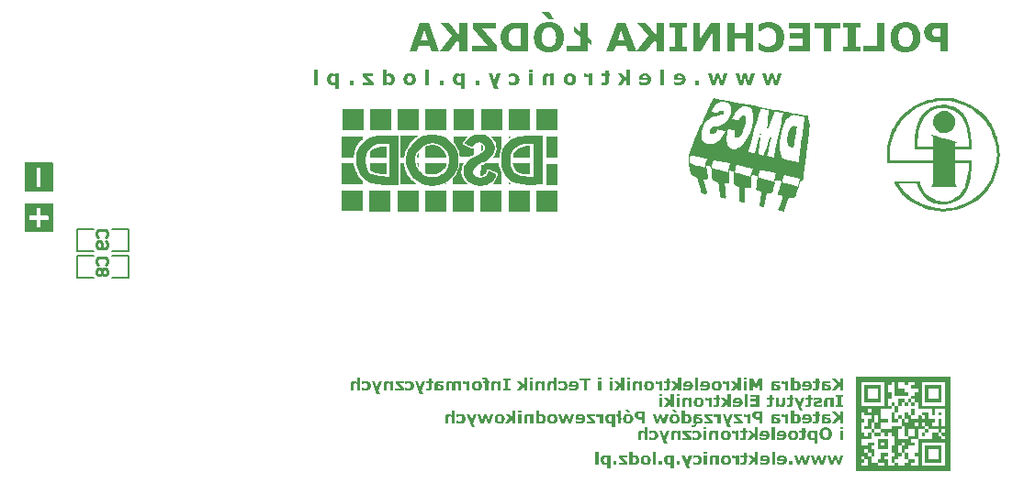
<source format=gbo>
G04*
G04 #@! TF.GenerationSoftware,Altium Limited,Altium Designer,19.0.15 (446)*
G04*
G04 Layer_Color=32896*
%FSLAX44Y44*%
%MOMM*%
G71*
G01*
G75*
%ADD10C,0.2000*%
%ADD15C,0.2540*%
G36*
X904760Y9678D02*
X817027D01*
Y97411D01*
X904760D01*
Y9678D01*
D02*
G37*
G36*
X519439Y378648D02*
X515915D01*
Y381176D01*
X519439D01*
Y378648D01*
D02*
G37*
G36*
X608762Y366813D02*
X605430D01*
Y370202D01*
X604530Y371332D01*
X601619Y366813D01*
X597769D01*
X601772Y372692D01*
X598037Y377174D01*
X601887D01*
X605430Y372615D01*
Y381176D01*
X608762D01*
Y366813D01*
D02*
G37*
G36*
X486135Y366889D02*
X487801Y363001D01*
X484162D01*
X478397Y377174D01*
X481845D01*
X484200Y370490D01*
X486671Y377174D01*
X490157D01*
X486135Y366889D01*
D02*
G37*
G36*
X745850Y366813D02*
X742287D01*
X740200Y373784D01*
X738093Y366813D01*
X734569D01*
X731352Y377174D01*
X734761D01*
X736523Y370030D01*
X738629Y377174D01*
X741560D01*
X743781Y370030D01*
X745543Y377174D01*
X749029D01*
X745850Y366813D01*
D02*
G37*
G36*
X720876D02*
X717314D01*
X715226Y373784D01*
X713120Y366813D01*
X709596D01*
X706378Y377174D01*
X709787D01*
X711549Y370030D01*
X713656Y377174D01*
X716586D01*
X718808Y370030D01*
X720569Y377174D01*
X724055D01*
X720876Y366813D01*
D02*
G37*
G36*
X695902D02*
X692340D01*
X690252Y373784D01*
X688146Y366813D01*
X684622D01*
X681404Y377174D01*
X684813D01*
X686575Y370030D01*
X688682Y377174D01*
X691612D01*
X693834Y370030D01*
X695596Y377174D01*
X699081D01*
X695902Y366813D01*
D02*
G37*
G36*
X501590Y377442D02*
X502011Y377422D01*
X502394Y377365D01*
X502739Y377308D01*
X503026Y377250D01*
X503161Y377231D01*
X503256Y377212D01*
X503333Y377193D01*
X503390Y377174D01*
X503429Y377154D01*
X503448D01*
X503850Y377020D01*
X504214Y376867D01*
X504539Y376714D01*
X504827Y376561D01*
X505056Y376427D01*
X505229Y376312D01*
X505344Y376235D01*
X505363Y376197D01*
X505382D01*
X505689Y375910D01*
X505957Y375622D01*
X506186Y375335D01*
X506378Y375048D01*
X506531Y374799D01*
X506627Y374607D01*
X506665Y374530D01*
X506703Y374473D01*
X506723Y374454D01*
Y374435D01*
X506876Y374033D01*
X506991Y373611D01*
X507086Y373190D01*
X507144Y372807D01*
X507182Y372462D01*
Y372309D01*
X507201Y372194D01*
Y372079D01*
Y372002D01*
Y371964D01*
Y371945D01*
X507182Y371447D01*
X507125Y370988D01*
X507067Y370585D01*
X506972Y370221D01*
X506895Y369934D01*
X506857Y369819D01*
X506838Y369724D01*
X506799Y369628D01*
X506780Y369570D01*
X506761Y369551D01*
Y369532D01*
X506569Y369168D01*
X506359Y368843D01*
X506148Y368555D01*
X505937Y368306D01*
X505765Y368115D01*
X505612Y367962D01*
X505516Y367885D01*
X505478Y367847D01*
X505152Y367617D01*
X504827Y367406D01*
X504501Y367234D01*
X504195Y367100D01*
X503946Y366985D01*
X503735Y366908D01*
X503658Y366889D01*
X503601Y366870D01*
X503563Y366851D01*
X503544D01*
X503103Y366755D01*
X502682Y366678D01*
X502260Y366621D01*
X501877Y366583D01*
X501552Y366563D01*
X501399D01*
X501284Y366544D01*
X501054D01*
X500671Y366563D01*
X500326Y366583D01*
X500000Y366621D01*
X499713Y366659D01*
X499483Y366698D01*
X499311Y366717D01*
X499196Y366755D01*
X499158D01*
X498832Y366832D01*
X498545Y366927D01*
X498258Y367023D01*
X498009Y367119D01*
X497798Y367196D01*
X497645Y367272D01*
X497549Y367310D01*
X497511Y367329D01*
Y370183D01*
X497990D01*
X498143Y370030D01*
X498296Y369896D01*
X498411Y369800D01*
X498430Y369781D01*
X498449Y369762D01*
X498621Y369628D01*
X498794Y369513D01*
X498871Y369455D01*
X498928Y369436D01*
X498966Y369398D01*
X498985D01*
X499254Y369264D01*
X499522Y369149D01*
X499656Y369111D01*
X499732Y369072D01*
X499809Y369053D01*
X499828D01*
X500211Y368977D01*
X500403Y368957D01*
X500575Y368938D01*
X500728Y368919D01*
X500958D01*
X501437Y368957D01*
X501839Y369034D01*
X502203Y369168D01*
X502490Y369302D01*
X502720Y369436D01*
X502892Y369570D01*
X502988Y369647D01*
X503026Y369685D01*
X503275Y370011D01*
X503448Y370355D01*
X503582Y370738D01*
X503658Y371102D01*
X503716Y371428D01*
X503735Y371581D01*
Y371696D01*
X503754Y371811D01*
Y371888D01*
Y371926D01*
Y371945D01*
X503716Y372462D01*
X503639Y372922D01*
X503524Y373305D01*
X503390Y373650D01*
X503275Y373899D01*
X503161Y374090D01*
X503084Y374205D01*
X503046Y374243D01*
X502911Y374397D01*
X502758Y374530D01*
X502433Y374722D01*
X502088Y374875D01*
X501762Y374990D01*
X501475Y375048D01*
X501341Y375067D01*
X501226D01*
X501149Y375086D01*
X500786D01*
X500594Y375067D01*
X500422Y375048D01*
X500249Y375028D01*
X500135Y374990D01*
X500039Y374971D01*
X499981Y374952D01*
X499962D01*
X499637Y374837D01*
X499483Y374780D01*
X499368Y374722D01*
X499273Y374684D01*
X499177Y374646D01*
X499139Y374626D01*
X499119Y374607D01*
X498851Y374454D01*
X498641Y374301D01*
X498564Y374243D01*
X498507Y374205D01*
X498488Y374186D01*
X498468Y374167D01*
X498277Y374013D01*
X498124Y373899D01*
X498028Y373822D01*
X497990Y373803D01*
X497511D01*
Y376618D01*
X498104Y376867D01*
X498392Y376963D01*
X498641Y377059D01*
X498871Y377116D01*
X499043Y377174D01*
X499158Y377193D01*
X499177Y377212D01*
X499196D01*
X499541Y377288D01*
X499885Y377365D01*
X500211Y377403D01*
X500518Y377422D01*
X500766Y377442D01*
X500977Y377461D01*
X501149D01*
X501590Y377442D01*
D02*
G37*
G36*
X655052Y377480D02*
X655531Y377442D01*
X655971Y377365D01*
X656373Y377269D01*
X656775Y377154D01*
X657120Y377020D01*
X657446Y376886D01*
X657733Y376752D01*
X658001Y376599D01*
X658212Y376465D01*
X658422Y376331D01*
X658576Y376216D01*
X658691Y376120D01*
X658786Y376044D01*
X658844Y376005D01*
X658863Y375986D01*
X659131Y375699D01*
X659380Y375392D01*
X659591Y375067D01*
X659763Y374722D01*
X659916Y374377D01*
X660050Y374052D01*
X660146Y373707D01*
X660242Y373401D01*
X660299Y373094D01*
X660357Y372826D01*
X660376Y372558D01*
X660414Y372347D01*
Y372175D01*
X660433Y372041D01*
Y371964D01*
Y371926D01*
X660414Y371447D01*
X660357Y371007D01*
X660280Y370605D01*
X660184Y370221D01*
X660050Y369858D01*
X659916Y369532D01*
X659763Y369226D01*
X659610Y368957D01*
X659457Y368728D01*
X659304Y368517D01*
X659169Y368345D01*
X659035Y368210D01*
X658940Y368096D01*
X658863Y368000D01*
X658805Y367962D01*
X658786Y367942D01*
X658461Y367693D01*
X658097Y367483D01*
X657733Y367291D01*
X657331Y367138D01*
X656929Y367004D01*
X656546Y366889D01*
X656143Y366793D01*
X655760Y366717D01*
X655416Y366659D01*
X655071Y366621D01*
X654764Y366583D01*
X654516Y366563D01*
X654305D01*
X654133Y366544D01*
X653998D01*
X653558Y366563D01*
X653137Y366583D01*
X652773Y366621D01*
X652447Y366659D01*
X652179Y366698D01*
X651968Y366717D01*
X651892Y366736D01*
X651834Y366755D01*
X651796D01*
X651413Y366832D01*
X651030Y366927D01*
X650666Y367042D01*
X650340Y367138D01*
X650053Y367234D01*
X649938Y367272D01*
X649843Y367310D01*
X649766Y367349D01*
X649708Y367368D01*
X649670Y367387D01*
X649651D01*
Y370068D01*
X650034D01*
X650264Y369915D01*
X650513Y369762D01*
X650781Y369609D01*
X651030Y369494D01*
X651260Y369398D01*
X651432Y369321D01*
X651509Y369283D01*
X651566Y369264D01*
X651585Y369245D01*
X651605D01*
X651968Y369111D01*
X652332Y369015D01*
X652677Y368957D01*
X652983Y368919D01*
X653252Y368881D01*
X653462Y368862D01*
X653635D01*
X654228Y368881D01*
X654477Y368919D01*
X654726Y368957D01*
X654956Y369015D01*
X655167Y369053D01*
X655358Y369111D01*
X655531Y369187D01*
X655665Y369245D01*
X655799Y369302D01*
X655914Y369341D01*
X656009Y369398D01*
X656067Y369436D01*
X656124Y369474D01*
X656143Y369494D01*
X656163D01*
X656450Y369762D01*
X656661Y370068D01*
X656833Y370375D01*
X656948Y370681D01*
X657024Y370949D01*
X657063Y371179D01*
Y371256D01*
X657082Y371313D01*
Y371351D01*
Y371371D01*
X649460D01*
Y372520D01*
X649479Y372960D01*
X649517Y373382D01*
X649574Y373764D01*
X649651Y374109D01*
X649766Y374454D01*
X649862Y374741D01*
X649977Y375028D01*
X650091Y375277D01*
X650226Y375488D01*
X650340Y375680D01*
X650436Y375852D01*
X650532Y375986D01*
X650628Y376082D01*
X650685Y376158D01*
X650723Y376197D01*
X650743Y376216D01*
X650992Y376446D01*
X651279Y376637D01*
X651566Y376810D01*
X651873Y376963D01*
X652198Y377078D01*
X652505Y377193D01*
X653137Y377346D01*
X653424Y377384D01*
X653692Y377422D01*
X653922Y377461D01*
X654133Y377480D01*
X654305Y377499D01*
X654554D01*
X655052Y377480D01*
D02*
G37*
G36*
X623145D02*
X623624Y377442D01*
X624064Y377365D01*
X624467Y377269D01*
X624869Y377154D01*
X625214Y377020D01*
X625539Y376886D01*
X625826Y376752D01*
X626095Y376599D01*
X626305Y376465D01*
X626516Y376331D01*
X626669Y376216D01*
X626784Y376120D01*
X626880Y376044D01*
X626937Y376005D01*
X626956Y375986D01*
X627225Y375699D01*
X627473Y375392D01*
X627684Y375067D01*
X627856Y374722D01*
X628010Y374377D01*
X628144Y374052D01*
X628240Y373707D01*
X628335Y373401D01*
X628393Y373094D01*
X628450Y372826D01*
X628469Y372558D01*
X628508Y372347D01*
Y372175D01*
X628527Y372041D01*
Y371964D01*
Y371926D01*
X628508Y371447D01*
X628450Y371007D01*
X628374Y370605D01*
X628278Y370221D01*
X628144Y369858D01*
X628010Y369532D01*
X627856Y369226D01*
X627703Y368957D01*
X627550Y368728D01*
X627397Y368517D01*
X627263Y368345D01*
X627129Y368210D01*
X627033Y368096D01*
X626956Y368000D01*
X626899Y367962D01*
X626880Y367942D01*
X626554Y367693D01*
X626190Y367483D01*
X625826Y367291D01*
X625424Y367138D01*
X625022Y367004D01*
X624639Y366889D01*
X624237Y366793D01*
X623854Y366717D01*
X623509Y366659D01*
X623164Y366621D01*
X622858Y366583D01*
X622609Y366563D01*
X622398D01*
X622226Y366544D01*
X622092D01*
X621651Y366563D01*
X621230Y366583D01*
X620866Y366621D01*
X620541Y366659D01*
X620272Y366698D01*
X620062Y366717D01*
X619985Y366736D01*
X619928Y366755D01*
X619889D01*
X619506Y366832D01*
X619123Y366927D01*
X618759Y367042D01*
X618434Y367138D01*
X618147Y367234D01*
X618032Y367272D01*
X617936Y367310D01*
X617859Y367349D01*
X617802Y367368D01*
X617764Y367387D01*
X617744D01*
Y370068D01*
X618128D01*
X618357Y369915D01*
X618606Y369762D01*
X618874Y369609D01*
X619123Y369494D01*
X619353Y369398D01*
X619526Y369321D01*
X619602Y369283D01*
X619660Y369264D01*
X619679Y369245D01*
X619698D01*
X620062Y369111D01*
X620426Y369015D01*
X620770Y368957D01*
X621077Y368919D01*
X621345Y368881D01*
X621556Y368862D01*
X621728D01*
X622322Y368881D01*
X622571Y368919D01*
X622820Y368957D01*
X623050Y369015D01*
X623260Y369053D01*
X623452Y369111D01*
X623624Y369187D01*
X623758Y369245D01*
X623892Y369302D01*
X624007Y369341D01*
X624103Y369398D01*
X624160Y369436D01*
X624218Y369474D01*
X624237Y369494D01*
X624256D01*
X624543Y369762D01*
X624754Y370068D01*
X624926Y370375D01*
X625041Y370681D01*
X625118Y370949D01*
X625156Y371179D01*
Y371256D01*
X625175Y371313D01*
Y371351D01*
Y371371D01*
X617553D01*
Y372520D01*
X617572Y372960D01*
X617610Y373382D01*
X617668Y373764D01*
X617744Y374109D01*
X617859Y374454D01*
X617955Y374741D01*
X618070Y375028D01*
X618185Y375277D01*
X618319Y375488D01*
X618434Y375680D01*
X618530Y375852D01*
X618625Y375986D01*
X618721Y376082D01*
X618779Y376158D01*
X618817Y376197D01*
X618836Y376216D01*
X619085Y376446D01*
X619372Y376637D01*
X619660Y376810D01*
X619966Y376963D01*
X620292Y377078D01*
X620598Y377193D01*
X621230Y377346D01*
X621517Y377384D01*
X621786Y377422D01*
X622015Y377461D01*
X622226Y377480D01*
X622398Y377499D01*
X622647D01*
X623145Y377480D01*
D02*
G37*
G36*
X589438Y377174D02*
X590798D01*
Y374914D01*
X589438D01*
Y370068D01*
X589419Y369724D01*
X589400Y369398D01*
X589343Y369111D01*
X589285Y368843D01*
X589228Y368594D01*
X589132Y368364D01*
X589055Y368172D01*
X588960Y368000D01*
X588883Y367847D01*
X588787Y367713D01*
X588711Y367617D01*
X588653Y367521D01*
X588577Y367444D01*
X588538Y367406D01*
X588519Y367387D01*
X588500Y367368D01*
X588308Y367234D01*
X588098Y367119D01*
X587657Y366927D01*
X587178Y366793D01*
X586700Y366698D01*
X586489Y366659D01*
X586278Y366640D01*
X586087Y366621D01*
X585934D01*
X585800Y366602D01*
X585302D01*
X585014Y366621D01*
X584765Y366640D01*
X584555Y366659D01*
X584382D01*
X584268Y366678D01*
X584172Y366698D01*
X584153D01*
X583712Y366755D01*
X583521Y366793D01*
X583348Y366832D01*
X583214Y366851D01*
X583099Y366870D01*
X583023Y366889D01*
X583004D01*
Y369168D01*
X583291D01*
X583367Y369130D01*
X583463Y369091D01*
X583655Y369034D01*
X583750Y368996D01*
X583808Y368977D01*
X583865Y368957D01*
X583885D01*
X584153Y368900D01*
X584363Y368881D01*
X584440Y368862D01*
X584765D01*
X584957Y368881D01*
X585129Y368919D01*
X585263Y368957D01*
X585378Y368977D01*
X585455Y369015D01*
X585493Y369034D01*
X585512D01*
X585627Y369111D01*
X585723Y369187D01*
X585857Y369360D01*
X585895Y369436D01*
X585934Y369494D01*
X585953Y369532D01*
Y369551D01*
X586049Y369800D01*
X586087Y370030D01*
X586106Y370126D01*
Y370202D01*
Y370260D01*
Y370279D01*
Y370605D01*
Y370911D01*
Y371045D01*
Y371141D01*
Y371217D01*
Y371236D01*
Y374914D01*
X583004D01*
Y377174D01*
X586106D01*
Y380142D01*
X589438D01*
Y377174D01*
D02*
G37*
G36*
X672844Y366813D02*
X669396D01*
Y370432D01*
X672844D01*
Y366813D01*
D02*
G37*
G36*
X640669D02*
X637337D01*
Y381176D01*
X640669D01*
Y366813D01*
D02*
G37*
G36*
X568084Y377193D02*
X568333Y377154D01*
X568601Y377116D01*
X568831Y377059D01*
X569023Y376982D01*
X569195Y376944D01*
X569291Y376905D01*
X569310Y376886D01*
X569329D01*
X569636Y376752D01*
X569961Y376561D01*
X570287Y376350D01*
X570574Y376158D01*
X570842Y375948D01*
X571034Y375795D01*
X571110Y375737D01*
X571168Y375680D01*
X571206Y375661D01*
X571225Y375641D01*
Y377174D01*
X574558D01*
Y366813D01*
X571225D01*
Y373726D01*
X570785Y373879D01*
X570593Y373937D01*
X570421Y373975D01*
X570287Y374013D01*
X570172Y374033D01*
X570095Y374052D01*
X570076D01*
X569636Y374109D01*
X569425Y374128D01*
X569234D01*
X569061Y374147D01*
X568544D01*
X568295Y374128D01*
X568180D01*
X568103Y374109D01*
X568027D01*
X567855Y374090D01*
X567720Y374071D01*
X567606Y374052D01*
X567510Y374033D01*
X567433Y374013D01*
X567376D01*
X567337Y373994D01*
X567031D01*
Y377174D01*
X567165Y377193D01*
X567433D01*
X567586Y377212D01*
X567816D01*
X568084Y377193D01*
D02*
G37*
G36*
X532788Y377442D02*
X533133Y377403D01*
X533439Y377346D01*
X533707Y377269D01*
X533937Y377193D01*
X534090Y377135D01*
X534205Y377097D01*
X534224Y377078D01*
X534244D01*
X534550Y376925D01*
X534837Y376752D01*
X535125Y376580D01*
X535393Y376407D01*
X535603Y376254D01*
X535776Y376139D01*
X535891Y376063D01*
X535910Y376024D01*
X535929D01*
Y377174D01*
X539261D01*
Y366813D01*
X535929D01*
Y374147D01*
X535546Y374358D01*
X535373Y374435D01*
X535220Y374511D01*
X535105Y374569D01*
X535010Y374607D01*
X534952Y374626D01*
X534933D01*
X534588Y374722D01*
X534435Y374741D01*
X534301Y374760D01*
X534186Y374780D01*
X533784D01*
X533592Y374760D01*
X533420Y374722D01*
X533286Y374703D01*
X533171Y374665D01*
X533094Y374626D01*
X533056Y374607D01*
X533037D01*
X532788Y374473D01*
X532616Y374301D01*
X532558Y374224D01*
X532520Y374167D01*
X532482Y374128D01*
Y374109D01*
X532424Y373994D01*
X532386Y373841D01*
X532309Y373535D01*
X532290Y373401D01*
Y373286D01*
X532271Y373209D01*
Y373190D01*
X532233Y372730D01*
X532213Y372520D01*
X532194Y372347D01*
Y372175D01*
Y372060D01*
Y371983D01*
Y371945D01*
Y366813D01*
X528862Y366812D01*
Y373554D01*
X528881Y373899D01*
X528900Y374243D01*
X528958Y374550D01*
X529015Y374818D01*
X529092Y375086D01*
X529168Y375335D01*
X529245Y375546D01*
X529341Y375737D01*
X529436Y375910D01*
X529513Y376063D01*
X529590Y376178D01*
X529666Y376273D01*
X529724Y376369D01*
X529781Y376427D01*
X529800Y376446D01*
X529819Y376465D01*
X530011Y376637D01*
X530202Y376790D01*
X530413Y376925D01*
X530624Y377039D01*
X531064Y377212D01*
X531466Y377346D01*
X531850Y377403D01*
X532003Y377422D01*
X532156Y377442D01*
X532271Y377461D01*
X532424D01*
X532788Y377442D01*
D02*
G37*
G36*
X519344Y366812D02*
X516011D01*
Y377174D01*
X519344D01*
Y366812D01*
D02*
G37*
G36*
X469990D02*
X466543D01*
Y370432D01*
X469990D01*
Y366812D01*
D02*
G37*
G36*
X437030D02*
X433583D01*
Y370432D01*
X437030D01*
Y366812D01*
D02*
G37*
G36*
X423854D02*
X420521D01*
Y381176D01*
X423854D01*
Y366812D01*
D02*
G37*
G36*
X372412Y374741D02*
X367203D01*
X372642Y368938D01*
Y366812D01*
X362894D01*
Y369283D01*
X368391D01*
X362990Y375067D01*
Y377173D01*
X372412D01*
Y374741D01*
D02*
G37*
G36*
X353989Y366812D02*
X350541D01*
Y370432D01*
X353989D01*
Y366812D01*
D02*
G37*
G36*
X321144D02*
X317811D01*
Y381176D01*
X321144D01*
Y366812D01*
D02*
G37*
G36*
X384765Y376752D02*
X385225Y376963D01*
X385436Y377039D01*
X385627Y377116D01*
X385780Y377173D01*
X385895Y377212D01*
X385991Y377250D01*
X386010D01*
X386240Y377327D01*
X386489Y377365D01*
X386757Y377403D01*
X386987Y377442D01*
X387197D01*
X387370Y377461D01*
X387523D01*
X387868Y377442D01*
X388174Y377403D01*
X388481Y377346D01*
X388768Y377269D01*
X388998Y377193D01*
X389170Y377135D01*
X389285Y377097D01*
X389304Y377078D01*
X389323D01*
X389649Y376925D01*
X389936Y376752D01*
X390204Y376561D01*
X390434Y376388D01*
X390606Y376235D01*
X390741Y376101D01*
X390817Y376024D01*
X390855Y375986D01*
X391085Y375699D01*
X391296Y375411D01*
X391468Y375124D01*
X391622Y374837D01*
X391736Y374607D01*
X391813Y374416D01*
X391851Y374339D01*
X391870Y374282D01*
X391890Y374262D01*
Y374243D01*
X392024Y373860D01*
X392119Y373458D01*
X392177Y373056D01*
X392215Y372692D01*
X392253Y372386D01*
Y372252D01*
X392273Y372137D01*
Y372041D01*
Y371964D01*
Y371926D01*
Y371907D01*
X392253Y371447D01*
X392215Y371026D01*
X392177Y370624D01*
X392100Y370260D01*
X392005Y369896D01*
X391909Y369570D01*
X391813Y369283D01*
X391698Y369015D01*
X391602Y368785D01*
X391507Y368574D01*
X391411Y368402D01*
X391315Y368249D01*
X391239Y368134D01*
X391200Y368057D01*
X391162Y368000D01*
X391143Y367981D01*
X390913Y367732D01*
X390683Y367502D01*
X390434Y367310D01*
X390185Y367138D01*
X389936Y367004D01*
X389687Y366889D01*
X389438Y366793D01*
X389208Y366717D01*
X388979Y366640D01*
X388768Y366602D01*
X388596Y366563D01*
X388423Y366544D01*
X388289D01*
X388193Y366525D01*
X388117D01*
X387753Y366544D01*
X387427Y366583D01*
X387140Y366621D01*
X386891Y366698D01*
X386680Y366755D01*
X386527Y366793D01*
X386432Y366832D01*
X386393Y366851D01*
X386106Y366985D01*
X385819Y367157D01*
X385531Y367329D01*
X385282Y367483D01*
X385072Y367636D01*
X384919Y367770D01*
X384804Y367847D01*
X384765Y367885D01*
Y366812D01*
X381433D01*
Y381176D01*
X384765D01*
Y376752D01*
D02*
G37*
G36*
X554276Y377480D02*
X554736Y377442D01*
X555176Y377365D01*
X555578Y377269D01*
X555942Y377154D01*
X556287Y377039D01*
X556613Y376905D01*
X556881Y376771D01*
X557130Y376618D01*
X557360Y376484D01*
X557551Y376369D01*
X557704Y376254D01*
X557819Y376158D01*
X557896Y376082D01*
X557953Y376044D01*
X557972Y376024D01*
X558241Y375737D01*
X558470Y375431D01*
X558662Y375105D01*
X558834Y374780D01*
X558987Y374435D01*
X559102Y374090D01*
X559198Y373764D01*
X559275Y373458D01*
X559332Y373152D01*
X559390Y372864D01*
X559428Y372615D01*
X559447Y372405D01*
Y372232D01*
X559466Y372098D01*
Y372022D01*
Y371983D01*
X559447Y371524D01*
X559409Y371064D01*
X559332Y370662D01*
X559236Y370279D01*
X559121Y369915D01*
X559007Y369570D01*
X558872Y369283D01*
X558719Y368996D01*
X558585Y368766D01*
X558451Y368536D01*
X558336Y368364D01*
X558221Y368210D01*
X558126Y368096D01*
X558049Y368019D01*
X558011Y367962D01*
X557991Y367942D01*
X557704Y367693D01*
X557379Y367464D01*
X557053Y367272D01*
X556708Y367100D01*
X556344Y366966D01*
X556000Y366851D01*
X555655Y366755D01*
X555329Y366678D01*
X555004Y366602D01*
X554717Y366563D01*
X554448Y366525D01*
X554219Y366506D01*
X554046D01*
X553893Y366487D01*
X553778D01*
X553280Y366506D01*
X552821Y366544D01*
X552380Y366621D01*
X551978Y366717D01*
X551614Y366832D01*
X551269Y366946D01*
X550944Y367081D01*
X550676Y367215D01*
X550427Y367349D01*
X550197Y367483D01*
X550005Y367598D01*
X549852Y367713D01*
X549737Y367808D01*
X549660Y367885D01*
X549603Y367923D01*
X549584Y367942D01*
X549316Y368230D01*
X549086Y368536D01*
X548895Y368862D01*
X548722Y369187D01*
X548569Y369532D01*
X548454Y369877D01*
X548358Y370202D01*
X548282Y370509D01*
X548224Y370815D01*
X548167Y371102D01*
X548128Y371351D01*
X548109Y371562D01*
X548090Y371734D01*
Y371869D01*
Y371964D01*
Y371983D01*
X548109Y372443D01*
X548148Y372883D01*
X548224Y373305D01*
X548320Y373688D01*
X548435Y374052D01*
X548569Y374377D01*
X548703Y374684D01*
X548837Y374952D01*
X548971Y375201D01*
X549105Y375411D01*
X549239Y375584D01*
X549354Y375737D01*
X549450Y375852D01*
X549526Y375929D01*
X549565Y375986D01*
X549584Y376005D01*
X549871Y376273D01*
X550197Y376503D01*
X550522Y376695D01*
X550867Y376867D01*
X551212Y377020D01*
X551576Y377135D01*
X551901Y377231D01*
X552246Y377308D01*
X552552Y377365D01*
X552840Y377422D01*
X553108Y377461D01*
X553338Y377480D01*
X553510Y377499D01*
X553778D01*
X554276Y377480D01*
D02*
G37*
G36*
X406521Y377480D02*
X406981Y377442D01*
X407422Y377365D01*
X407824Y377269D01*
X408188Y377154D01*
X408532Y377039D01*
X408858Y376905D01*
X409126Y376771D01*
X409375Y376618D01*
X409605Y376484D01*
X409796Y376369D01*
X409950Y376254D01*
X410065Y376158D01*
X410141Y376082D01*
X410199Y376044D01*
X410218Y376024D01*
X410486Y375737D01*
X410716Y375431D01*
X410907Y375105D01*
X411080Y374780D01*
X411233Y374435D01*
X411348Y374090D01*
X411443Y373764D01*
X411520Y373458D01*
X411577Y373152D01*
X411635Y372864D01*
X411673Y372615D01*
X411692Y372405D01*
Y372232D01*
X411712Y372098D01*
Y372022D01*
Y371983D01*
X411692Y371524D01*
X411654Y371064D01*
X411577Y370662D01*
X411482Y370279D01*
X411367Y369915D01*
X411252Y369570D01*
X411118Y369283D01*
X410965Y368996D01*
X410831Y368766D01*
X410696Y368536D01*
X410582Y368364D01*
X410467Y368210D01*
X410371Y368096D01*
X410294Y368019D01*
X410256Y367962D01*
X410237Y367942D01*
X409950Y367693D01*
X409624Y367464D01*
X409299Y367272D01*
X408954Y367100D01*
X408590Y366966D01*
X408245Y366851D01*
X407900Y366755D01*
X407575Y366678D01*
X407249Y366602D01*
X406962Y366563D01*
X406694Y366525D01*
X406464Y366506D01*
X406292D01*
X406138Y366487D01*
X406023D01*
X405526Y366506D01*
X405066Y366544D01*
X404626Y366621D01*
X404223Y366717D01*
X403859Y366832D01*
X403515Y366946D01*
X403189Y367081D01*
X402921Y367215D01*
X402672Y367349D01*
X402442Y367483D01*
X402251Y367598D01*
X402098Y367713D01*
X401983Y367808D01*
X401906Y367885D01*
X401848Y367923D01*
X401829Y367942D01*
X401561Y368230D01*
X401331Y368536D01*
X401140Y368862D01*
X400967Y369187D01*
X400814Y369532D01*
X400699Y369877D01*
X400604Y370202D01*
X400527Y370509D01*
X400470Y370815D01*
X400412Y371102D01*
X400374Y371351D01*
X400355Y371562D01*
X400336Y371734D01*
Y371869D01*
Y371964D01*
Y371983D01*
X400355Y372443D01*
X400393Y372883D01*
X400470Y373305D01*
X400565Y373688D01*
X400680Y374052D01*
X400814Y374377D01*
X400948Y374684D01*
X401082Y374952D01*
X401217Y375201D01*
X401351Y375411D01*
X401485Y375584D01*
X401600Y375737D01*
X401695Y375852D01*
X401772Y375929D01*
X401810Y375986D01*
X401829Y376005D01*
X402117Y376273D01*
X402442Y376503D01*
X402768Y376695D01*
X403112Y376867D01*
X403457Y377020D01*
X403821Y377135D01*
X404147Y377231D01*
X404491Y377308D01*
X404798Y377365D01*
X405085Y377422D01*
X405353Y377461D01*
X405583Y377480D01*
X405755Y377499D01*
X406023D01*
X406521Y377480D01*
D02*
G37*
G36*
X450455Y377442D02*
X450800Y377403D01*
X451126Y377346D01*
X451394Y377269D01*
X451623Y377193D01*
X451796Y377135D01*
X451892Y377097D01*
X451930Y377078D01*
X452217Y376925D01*
X452505Y376752D01*
X452773Y376599D01*
X453002Y376446D01*
X453194Y376292D01*
X453347Y376178D01*
X453443Y376101D01*
X453481Y376082D01*
Y377174D01*
X456814D01*
Y363001D01*
X453481D01*
Y367310D01*
X453022Y367081D01*
X452811Y367004D01*
X452619Y366927D01*
X452466Y366870D01*
X452332Y366832D01*
X452256Y366793D01*
X452236D01*
X451987Y366736D01*
X451738Y366678D01*
X451470Y366640D01*
X451241Y366621D01*
X451030D01*
X450877Y366602D01*
X450723D01*
X450359Y366621D01*
X450034Y366659D01*
X449728Y366717D01*
X449459Y366793D01*
X449230Y366851D01*
X449057Y366908D01*
X448961Y366946D01*
X448923Y366966D01*
X448617Y367119D01*
X448329Y367291D01*
X448080Y367464D01*
X447851Y367655D01*
X447659Y367808D01*
X447525Y367942D01*
X447449Y368019D01*
X447410Y368057D01*
X447180Y368325D01*
X446989Y368613D01*
X446797Y368900D01*
X446663Y369168D01*
X446529Y369417D01*
X446453Y369609D01*
X446414Y369685D01*
X446395Y369743D01*
X446376Y369762D01*
Y369781D01*
X446242Y370183D01*
X446146Y370585D01*
X446069Y370988D01*
X446031Y371351D01*
X445993Y371658D01*
Y371792D01*
X445974Y371907D01*
Y371983D01*
Y372060D01*
Y372098D01*
Y372117D01*
X445993Y372577D01*
X446012Y372998D01*
X446069Y373401D01*
X446146Y373784D01*
X446223Y374128D01*
X446319Y374454D01*
X446414Y374741D01*
X446510Y375009D01*
X446625Y375239D01*
X446721Y375450D01*
X446816Y375622D01*
X446893Y375756D01*
X446970Y375871D01*
X447027Y375967D01*
X447046Y376005D01*
X447065Y376024D01*
X447276Y376273D01*
X447506Y376503D01*
X447736Y376695D01*
X447985Y376848D01*
X448234Y377001D01*
X448483Y377116D01*
X448732Y377212D01*
X448961Y377288D01*
X449191Y377346D01*
X449402Y377384D01*
X449593Y377422D01*
X449747Y377442D01*
X449881Y377461D01*
X450072D01*
X450455Y377442D01*
D02*
G37*
G36*
X334454Y377442D02*
X334799Y377403D01*
X335124Y377346D01*
X335392Y377269D01*
X335622Y377193D01*
X335795Y377135D01*
X335890Y377097D01*
X335929Y377078D01*
X336216Y376925D01*
X336503Y376752D01*
X336771Y376599D01*
X337001Y376446D01*
X337193Y376292D01*
X337346Y376178D01*
X337442Y376101D01*
X337480Y376082D01*
Y377173D01*
X340812D01*
Y363001D01*
X337480D01*
Y367310D01*
X337020Y367080D01*
X336810Y367004D01*
X336618Y366927D01*
X336465Y366870D01*
X336331Y366832D01*
X336254Y366793D01*
X336235D01*
X335986Y366736D01*
X335737Y366678D01*
X335469Y366640D01*
X335239Y366621D01*
X335029D01*
X334875Y366602D01*
X334722D01*
X334358Y366621D01*
X334033Y366659D01*
X333726Y366717D01*
X333458Y366793D01*
X333228Y366851D01*
X333056Y366908D01*
X332960Y366946D01*
X332922Y366966D01*
X332616Y367119D01*
X332328Y367291D01*
X332079Y367464D01*
X331849Y367655D01*
X331658Y367808D01*
X331524Y367942D01*
X331447Y368019D01*
X331409Y368057D01*
X331179Y368325D01*
X330988Y368613D01*
X330796Y368900D01*
X330662Y369168D01*
X330528Y369417D01*
X330451Y369609D01*
X330413Y369685D01*
X330394Y369743D01*
X330375Y369762D01*
Y369781D01*
X330241Y370183D01*
X330145Y370585D01*
X330068Y370988D01*
X330030Y371351D01*
X329992Y371658D01*
Y371792D01*
X329972Y371907D01*
Y371983D01*
Y372060D01*
Y372098D01*
Y372117D01*
X329992Y372577D01*
X330011Y372998D01*
X330068Y373401D01*
X330145Y373784D01*
X330221Y374128D01*
X330317Y374454D01*
X330413Y374741D01*
X330509Y375009D01*
X330624Y375239D01*
X330719Y375450D01*
X330815Y375622D01*
X330892Y375756D01*
X330968Y375871D01*
X331026Y375967D01*
X331045Y376005D01*
X331064Y376024D01*
X331275Y376273D01*
X331505Y376503D01*
X331735Y376695D01*
X331983Y376848D01*
X332232Y377001D01*
X332481Y377116D01*
X332730Y377212D01*
X332960Y377288D01*
X333190Y377346D01*
X333401Y377384D01*
X333592Y377422D01*
X333745Y377442D01*
X333880Y377461D01*
X334071D01*
X334454Y377442D01*
D02*
G37*
G36*
X542500Y324994D02*
X523152D01*
Y344342D01*
X542500D01*
Y324994D01*
D02*
G37*
G36*
X516852D02*
X497354D01*
Y344342D01*
X516852D01*
Y324994D01*
D02*
G37*
G36*
X491354D02*
X472006D01*
Y344342D01*
X491354D01*
Y324994D01*
D02*
G37*
G36*
X465557Y324994D02*
X446208D01*
Y344342D01*
X465557D01*
Y324994D01*
D02*
G37*
G36*
X440209D02*
X420561D01*
Y344642D01*
X440209D01*
Y324994D01*
D02*
G37*
G36*
X414411D02*
X395063D01*
Y344342D01*
X414411D01*
Y324994D01*
D02*
G37*
G36*
X388913D02*
X369565D01*
Y344342D01*
X388463D01*
X388913Y344642D01*
Y324994D01*
D02*
G37*
G36*
X363265D02*
X362666Y325294D01*
X343767D01*
Y344642D01*
X363265D01*
Y324994D01*
D02*
G37*
G36*
X369265Y318994D02*
Y319294D01*
X370615D01*
X369265Y318994D01*
D02*
G37*
G36*
X439909Y318694D02*
X438559Y319294D01*
X439909D01*
Y318694D01*
D02*
G37*
G36*
X499754Y318844D02*
X498404Y318094D01*
X497654Y317644D01*
X497354Y317344D01*
Y319294D01*
X501404D01*
X499754Y318844D01*
D02*
G37*
G36*
X472456Y311645D02*
X473056Y311195D01*
X473506Y310745D01*
X473806Y310145D01*
X474106Y309245D01*
Y309095D01*
Y308945D01*
Y308045D01*
X473806Y307295D01*
X472906Y306245D01*
X472156Y305495D01*
X471856Y305195D01*
X471706D01*
Y312095D01*
X472456Y311645D01*
D02*
G37*
G36*
X458657Y318094D02*
X457607Y316894D01*
X455957Y314494D01*
X455358Y313594D01*
X454908Y312694D01*
X454608Y312095D01*
X454458Y311945D01*
X464357Y306845D01*
X465557Y309245D01*
Y302195D01*
X461207Y300096D01*
X452358Y300246D01*
X452058Y303095D01*
X451458Y305795D01*
X450408Y308195D01*
X449208Y310145D01*
X448158Y311645D01*
X447108Y312845D01*
X446508Y313594D01*
X446208Y313894D01*
Y319294D01*
X459707D01*
X458657Y318094D01*
D02*
G37*
G36*
X542500Y299946D02*
X531851D01*
Y319294D01*
X542500D01*
Y299946D01*
D02*
G37*
G36*
X491054Y309545D02*
X490454Y308045D01*
X489855Y306395D01*
X489555Y304895D01*
X489255Y303395D01*
X488955Y302045D01*
X488805Y300996D01*
Y300246D01*
Y299946D01*
X482955D01*
X483855Y300996D01*
X484605Y302195D01*
X485505Y304895D01*
X485805Y306095D01*
X486105Y306995D01*
X486255Y307595D01*
Y307895D01*
X485805Y310895D01*
X485205Y313295D01*
X484305Y315244D01*
X483255Y316744D01*
X482205Y317944D01*
X481305Y318694D01*
X480705Y319144D01*
X480555Y319294D01*
X491054D01*
Y309545D01*
D02*
G37*
G36*
X362966Y316444D02*
X361766Y315844D01*
X360566Y314944D01*
X359516Y313745D01*
X358616Y312545D01*
X357116Y309845D01*
X356066Y307145D01*
X355316Y304445D01*
X355016Y303245D01*
X354716Y302045D01*
X354566Y301145D01*
X354416Y300546D01*
Y300096D01*
Y299946D01*
X343617D01*
Y319294D01*
X362966D01*
Y316444D01*
D02*
G37*
G36*
X412161Y318544D02*
X410362Y317194D01*
X408712Y315694D01*
X407212Y314194D01*
X406012Y312545D01*
X404962Y310895D01*
X403912Y309245D01*
X403162Y307745D01*
X402112Y304595D01*
X401662Y303245D01*
X401362Y302195D01*
X401062Y301145D01*
Y300396D01*
X400912Y299946D01*
Y299796D01*
X397613D01*
Y319594D01*
X414261D01*
X412161Y318544D01*
D02*
G37*
G36*
X465257Y285097D02*
X464957Y286597D01*
Y287797D01*
X465107Y288697D01*
X465257Y288847D01*
Y285097D01*
D02*
G37*
G36*
X498254Y276398D02*
X499154Y275648D01*
X500054Y275348D01*
X500204Y275198D01*
X497204D01*
Y277448D01*
X498254Y276398D01*
D02*
G37*
G36*
X488505Y292446D02*
X488955Y290497D01*
X489405Y288847D01*
X489855Y287497D01*
X490304Y286297D01*
X490755Y285547D01*
X490905Y285097D01*
X491054Y284947D01*
Y275198D01*
X482055D01*
X483705Y276848D01*
X484905Y278498D01*
X485805Y280297D01*
X486405Y281797D01*
X486855Y283147D01*
X487155Y284347D01*
X487305Y284947D01*
Y285247D01*
X478156Y289147D01*
X477406Y287047D01*
X476356Y285547D01*
X475156Y284347D01*
X473956Y283597D01*
X472906Y282997D01*
X472006Y282697D01*
X471256Y282547D01*
X471106D01*
X471706Y292446D01*
X473356Y293196D01*
X474706Y293796D01*
X475756Y294396D01*
X475906Y294546D01*
X488205D01*
X488505Y292446D01*
D02*
G37*
G36*
X455058Y293196D02*
X454458Y291696D01*
X454158Y290196D01*
X453858Y288997D01*
X453708Y287797D01*
Y286897D01*
Y286147D01*
Y285997D01*
X454158Y283297D01*
X455058Y281047D01*
X456258Y279097D01*
X457457Y277748D01*
X458657Y276548D01*
X459557Y275798D01*
X460307Y275348D01*
X460607Y275198D01*
X445908D01*
Y280147D01*
X447708Y282397D01*
X449208Y284797D01*
X450258Y287347D01*
X451008Y289597D01*
X451608Y291546D01*
X451908Y293196D01*
Y293796D01*
X452058Y294246D01*
Y294396D01*
Y294546D01*
X455807D01*
X455058Y293196D01*
D02*
G37*
G36*
X439909Y275198D02*
X438409D01*
X439909Y275798D01*
Y275198D01*
D02*
G37*
G36*
X401062Y292446D02*
X401512Y290497D01*
X401962Y288697D01*
X402712Y287047D01*
X403312Y285547D01*
X403762Y284497D01*
X404212Y283897D01*
X404362Y283597D01*
X405712Y281647D01*
X407062Y279997D01*
X408562Y278498D01*
X410061Y277448D01*
X411261Y276398D01*
X412311Y275798D01*
X412911Y275348D01*
X413211Y275198D01*
X397763D01*
X397613Y294546D01*
X400762D01*
X401062Y292446D01*
D02*
G37*
G36*
X370315Y275198D02*
X369265D01*
Y275498D01*
X370315Y275198D01*
D02*
G37*
G36*
X354716Y292746D02*
X355016Y290946D01*
X356066Y287647D01*
X357416Y284947D01*
X358916Y282547D01*
X360416Y280747D01*
X361766Y279397D01*
X362666Y278498D01*
X362816Y278347D01*
X362966Y278197D01*
Y275198D01*
X343617D01*
Y294546D01*
X354566D01*
X354716Y292746D01*
D02*
G37*
G36*
X542500Y274598D02*
X531851D01*
Y293946D01*
X542500D01*
Y274598D01*
D02*
G37*
G36*
X527051Y320194D02*
X529001D01*
X529151Y274748D01*
X515802Y274598D01*
X513703D01*
X511603Y274748D01*
X509803Y274898D01*
X508153Y275198D01*
X506653Y275498D01*
X505303Y275798D01*
X502903Y276398D01*
X501254Y276998D01*
X500054Y277598D01*
X499304Y278048D01*
X499154Y278198D01*
X497654Y279547D01*
X496154Y280897D01*
X495104Y282397D01*
X494054Y283747D01*
X493154Y285247D01*
X492404Y286597D01*
X491354Y289147D01*
X490755Y291396D01*
X490605Y292446D01*
X490454Y293196D01*
X490304Y293946D01*
Y294396D01*
Y294696D01*
Y294846D01*
Y299196D01*
X490454Y301296D01*
X490755Y303395D01*
X491204Y305195D01*
X491804Y306995D01*
X493304Y309995D01*
X495104Y312395D01*
X496904Y314344D01*
X498404Y315694D01*
X499004Y316144D01*
X499454Y316444D01*
X499754Y316744D01*
X499904D01*
X501703Y317494D01*
X503803Y318094D01*
X506053Y318694D01*
X508303Y319144D01*
X513252Y319744D01*
X517902Y320044D01*
X520152Y320194D01*
X522252D01*
X524052Y320344D01*
X525701D01*
X527051Y320194D01*
D02*
G37*
G36*
X394013Y320194D02*
X395663D01*
Y274598D01*
X381414D01*
X378714Y274748D01*
X376314Y275048D01*
X374365Y275198D01*
X372865Y275498D01*
X371665Y275648D01*
X371065Y275798D01*
X370765D01*
X368365Y276998D01*
X366115Y278347D01*
X364315Y279847D01*
X362666Y281497D01*
X361316Y283147D01*
X360266Y284797D01*
X359366Y286597D01*
X358616Y288247D01*
X358016Y289897D01*
X357566Y291396D01*
X357266Y292896D01*
X356966Y294096D01*
Y295146D01*
X356816Y295896D01*
Y296346D01*
Y296496D01*
Y298596D01*
X356966Y300996D01*
X357266Y303245D01*
X357866Y305345D01*
X358616Y307145D01*
X359516Y308945D01*
X360566Y310595D01*
X361616Y311945D01*
X362666Y313295D01*
X363866Y314344D01*
X364915Y315244D01*
X365965Y316144D01*
X366865Y316744D01*
X367615Y317344D01*
X368215Y317644D01*
X368515Y317944D01*
X368665D01*
X370465Y318394D01*
X372415Y318844D01*
X376764Y319594D01*
X381264Y320044D01*
X385614Y320194D01*
X387563D01*
X389513Y320344D01*
X392663D01*
X394013Y320194D01*
D02*
G37*
G36*
X472006Y320944D02*
X472906D01*
X473806Y320794D01*
X474406Y320644D01*
X474856D01*
X475156Y320494D01*
X475306D01*
X476956Y319744D01*
X478306Y318994D01*
X479655Y318094D01*
X480705Y317194D01*
X481605Y316144D01*
X482355Y315244D01*
X483405Y313144D01*
X484155Y311345D01*
X484455Y309845D01*
X484605Y309245D01*
Y308795D01*
Y308495D01*
Y308345D01*
X484455Y306995D01*
X484155Y305645D01*
X483705Y304295D01*
X483105Y303095D01*
X481455Y300996D01*
X479655Y299046D01*
X477856Y297546D01*
X476206Y296496D01*
X475606Y296196D01*
X475156Y295896D01*
X474856Y295596D01*
X474706D01*
X472906Y294996D01*
X471406Y294396D01*
X469906Y293646D01*
X468856Y292896D01*
X467807Y292296D01*
X467057Y291546D01*
X465707Y290196D01*
X465107Y288997D01*
X464657Y287947D01*
X464507Y287347D01*
Y287047D01*
Y286147D01*
X464807Y285397D01*
X465557Y284047D01*
X466607Y282997D01*
X467657Y282247D01*
X468856Y281647D01*
X469906Y281347D01*
X470656Y281197D01*
X470956D01*
X472006Y281347D01*
X472906Y281497D01*
X473506Y281647D01*
X473656D01*
X474856Y282097D01*
X475906Y282997D01*
X476806Y283897D01*
X477556Y284947D01*
X478156Y285847D01*
X478605Y286747D01*
X478755Y287347D01*
X478905Y287497D01*
X479356Y287347D01*
X480105Y287047D01*
X481305Y286597D01*
X482505Y285997D01*
X483705Y285397D01*
X484755Y284947D01*
X485505Y284647D01*
X485655Y284497D01*
X485805D01*
X485655Y283747D01*
X485505Y282997D01*
X485355Y282397D01*
X485205Y282247D01*
Y282097D01*
X484455Y280597D01*
X483555Y279247D01*
X482655Y278198D01*
X481455Y277148D01*
X480405Y276398D01*
X479206Y275648D01*
X476806Y274598D01*
X474556Y273998D01*
X472756Y273698D01*
X472006Y273548D01*
X470956D01*
X469156Y273698D01*
X467506Y273848D01*
X466907D01*
X466307Y273998D01*
X465857D01*
X464057Y274748D01*
X462557Y275648D01*
X461057Y276548D01*
X460007Y277598D01*
X458957Y278647D01*
X458207Y279697D01*
X456857Y281947D01*
X456258Y284047D01*
X455807Y285697D01*
X455658Y286297D01*
Y286747D01*
Y287047D01*
Y287197D01*
X455807Y288697D01*
X455957Y290047D01*
X456857Y292596D01*
X458207Y294696D01*
X459557Y296346D01*
X461057Y297696D01*
X462407Y298746D01*
X463307Y299346D01*
X463457Y299496D01*
X463607D01*
X465707Y300396D01*
X467506Y301296D01*
X469156Y302195D01*
X470506Y303095D01*
X471706Y303845D01*
X472606Y304595D01*
X473506Y305345D01*
X474106Y305945D01*
X475006Y307145D01*
X475456Y308045D01*
X475606Y308645D01*
Y308795D01*
X475156Y310445D01*
X474556Y311645D01*
X473656Y312395D01*
X472756Y312994D01*
X471856Y313295D01*
X471256Y313594D01*
X470506D01*
X468856Y313444D01*
X467506Y312994D01*
X466457Y312245D01*
X465557Y311495D01*
X464807Y310745D01*
X464357Y309995D01*
X464057Y309545D01*
X463907Y309395D01*
X463457Y309545D01*
X462707Y309845D01*
X461507Y310445D01*
X460307Y311045D01*
X459107Y311645D01*
X458057Y312245D01*
X457307Y312545D01*
X457007Y312694D01*
Y312994D01*
X457757Y314494D01*
X458507Y315694D01*
X459407Y316744D01*
X460307Y317644D01*
X462407Y319144D01*
X464507Y320044D01*
X466457Y320644D01*
X467957Y320944D01*
X468556Y321094D01*
X470806Y321094D01*
X472006Y320944D01*
D02*
G37*
G36*
X430010Y320944D02*
X432710Y320344D01*
X435109Y319594D01*
X437359Y318844D01*
X439159Y317944D01*
X440659Y317194D01*
X441559Y316594D01*
X441709Y316444D01*
X441859D01*
X443509Y314944D01*
X444859Y313295D01*
X446058Y311795D01*
X447108Y310445D01*
X448008Y308945D01*
X448758Y307595D01*
X449808Y305195D01*
X450558Y303095D01*
X450858Y301595D01*
X451008Y300996D01*
Y300546D01*
Y300396D01*
Y300246D01*
Y294246D01*
X450858Y292896D01*
X450708Y291546D01*
X449808Y288847D01*
X448608Y286447D01*
X447108Y284197D01*
X445608Y282247D01*
X444408Y280897D01*
X443959Y280297D01*
X443509Y279847D01*
X443359Y279697D01*
X443209Y279547D01*
X440509Y277598D01*
X437809Y276098D01*
X435109Y275048D01*
X432710Y274298D01*
X430610Y273848D01*
X428960Y273698D01*
X428360Y273548D01*
X426260D01*
X424610Y273698D01*
X422960Y273848D01*
X422210D01*
X421610Y273998D01*
X421161D01*
X417861Y275348D01*
X415011Y276848D01*
X412461Y278498D01*
X410362Y280297D01*
X408562Y282097D01*
X407062Y284047D01*
X405862Y285847D01*
X404812Y287797D01*
X404062Y289597D01*
X403462Y291246D01*
X403162Y292746D01*
X402862Y294096D01*
X402712Y295296D01*
X402562Y296046D01*
Y296646D01*
Y296796D01*
X402712Y299946D01*
X403162Y302045D01*
X403762Y304145D01*
X405412Y307745D01*
X407362Y310745D01*
X409312Y313295D01*
X411261Y315244D01*
X412911Y316744D01*
X413511Y317194D01*
X413961Y317494D01*
X414261Y317794D01*
X414411D01*
X416661Y318844D01*
X418761Y319744D01*
X421011Y320344D01*
X422960Y320644D01*
X424610Y320944D01*
X425960Y321094D01*
X427160D01*
X430010Y320944D01*
D02*
G37*
G36*
X362666Y250150D02*
X343317D01*
Y269498D01*
X362666D01*
Y250150D01*
D02*
G37*
G36*
X523752Y269348D02*
X542500D01*
Y250000D01*
X523152D01*
Y269498D01*
X523752Y269348D01*
D02*
G37*
G36*
X516552Y250000D02*
X497204D01*
Y269348D01*
X516552D01*
Y250000D01*
D02*
G37*
G36*
X491054D02*
X471406D01*
Y269498D01*
X491054D01*
Y250000D01*
D02*
G37*
G36*
X465257Y250000D02*
X445908D01*
Y269348D01*
X464807D01*
X465257Y269498D01*
Y250000D01*
D02*
G37*
G36*
X439609D02*
X420261D01*
Y269348D01*
X439609D01*
Y250000D01*
D02*
G37*
G36*
X414111D02*
X394763D01*
Y269348D01*
X413511D01*
X414111Y269498D01*
Y250000D01*
D02*
G37*
G36*
X388463D02*
X368965D01*
Y269348D01*
X388463D01*
Y250000D01*
D02*
G37*
G36*
X693175Y353323D02*
X700174Y351989D01*
X706674Y350656D01*
X712840Y349490D01*
X718506Y348490D01*
X724005Y347490D01*
X729005Y346490D01*
X733671Y345657D01*
X738004Y344823D01*
X742003Y343990D01*
X745670Y343324D01*
X749003Y342657D01*
X752169Y342157D01*
X755002Y341657D01*
X757502Y341157D01*
X759835Y340657D01*
X761835Y340324D01*
X763668Y339991D01*
X765334Y339657D01*
X766834Y339324D01*
X768001Y339157D01*
X769167Y338824D01*
X770834Y338657D01*
X771834Y338324D01*
X772500D01*
X772833Y338158D01*
X773000D01*
X773167Y337991D01*
Y337824D01*
X773500Y336824D01*
X773833Y335325D01*
X774167Y333825D01*
X774500Y332158D01*
X774833Y330658D01*
X775000Y329658D01*
Y329492D01*
Y329325D01*
X774500Y324992D01*
X774000Y320993D01*
X773500Y317160D01*
X773000Y313660D01*
X772667Y310327D01*
X772334Y307161D01*
X772000Y304328D01*
X771667Y301828D01*
X771334Y299328D01*
X771000Y297162D01*
X770834Y295162D01*
X770500Y293329D01*
X770334Y291662D01*
X770167Y290163D01*
X769834Y287496D01*
X769501Y285496D01*
X769334Y283997D01*
X769167Y282997D01*
Y282330D01*
X769001Y281830D01*
Y281663D01*
Y281497D01*
X768834Y280497D01*
X768501Y279664D01*
X767501Y278664D01*
X766501Y277997D01*
X766168Y277831D01*
X766001D01*
X764668Y272831D01*
Y272498D01*
X764001Y270831D01*
X763501Y269331D01*
X763001Y268165D01*
X762668Y266998D01*
X762001Y265165D01*
X761501Y263999D01*
X761168Y263165D01*
X761001Y262832D01*
X760835Y262499D01*
X755335D01*
X754502Y260332D01*
X753836Y258499D01*
X753336Y256833D01*
X752836Y255499D01*
X752336Y254166D01*
X752002Y253166D01*
X751669Y252333D01*
X751502Y251667D01*
X751169Y250833D01*
X751003Y250167D01*
X750836Y250000D01*
X749336Y250167D01*
X748003Y250500D01*
X747169Y250667D01*
X746503Y250833D01*
X746170D01*
X746003Y251000D01*
X745836D01*
X746503Y253000D01*
X747169Y254833D01*
X747670Y256499D01*
X748169Y257833D01*
X748503Y259166D01*
X748836Y260166D01*
X749336Y261832D01*
X749669Y262999D01*
X749836Y263665D01*
X750003Y263999D01*
X748169Y264665D01*
X746670Y265165D01*
X745670Y265665D01*
X745503Y265832D01*
X745336D01*
X745836Y267665D01*
X746503Y269331D01*
X746836Y270831D01*
X747336Y272164D01*
X747503Y273164D01*
X747836Y274164D01*
X748169Y275497D01*
X748503Y276331D01*
X748669Y276831D01*
Y277164D01*
Y277664D01*
Y277831D01*
Y277997D01*
X747003Y278330D01*
X745836Y278497D01*
X744837Y278830D01*
X744170Y278997D01*
X743670Y279164D01*
X743337D01*
X743170Y279330D01*
X743003Y278997D01*
X742837Y278330D01*
X742670Y277497D01*
Y277330D01*
Y277164D01*
X742643Y277180D01*
X742670Y277330D01*
X742337Y277497D01*
X741956Y277592D01*
X741837Y277664D01*
X742337Y279664D01*
X742670Y281330D01*
X743003Y282663D01*
X743170Y283830D01*
X743337Y284496D01*
X743503Y284996D01*
Y285330D01*
X740004Y285996D01*
X737004Y286663D01*
X734671Y287163D01*
X732504Y287663D01*
X731005Y287996D01*
X729838Y288163D01*
X729171Y288329D01*
X729005D01*
X728505Y285830D01*
X728005Y283663D01*
X727838Y282663D01*
Y281997D01*
X727672Y281497D01*
Y281330D01*
X726672Y281497D01*
X726838Y282163D01*
Y282497D01*
Y282663D01*
X725339Y282997D01*
X724005Y283163D01*
X723172Y283330D01*
X722505D01*
X722005Y283496D01*
X721672D01*
X721006Y281830D01*
X720672Y271998D01*
X720506Y271664D01*
Y271498D01*
X720339Y271331D01*
X715173D01*
Y269665D01*
X715006Y268165D01*
Y266998D01*
Y265998D01*
Y265165D01*
Y264665D01*
Y264332D01*
Y264165D01*
Y260666D01*
Y259999D01*
X714840Y259166D01*
Y258499D01*
Y258166D01*
X713340Y258333D01*
X712173Y258499D01*
X711340Y258666D01*
X710673Y258832D01*
X710340D01*
X710173Y258999D01*
Y272164D01*
X709840Y272331D01*
X709340Y272664D01*
X708507Y272998D01*
X707674Y273498D01*
X706840Y273831D01*
X706007Y274164D01*
X705507Y274498D01*
X705341D01*
X705174Y275997D01*
Y277164D01*
Y277831D01*
Y277997D01*
Y286163D01*
X704841Y286663D01*
X704507Y286829D01*
X703341Y287163D01*
X702507Y287496D01*
X701841Y287663D01*
X701341D01*
X700841Y287829D01*
X700674D01*
X700508Y285830D01*
Y284163D01*
Y283330D01*
Y282830D01*
Y282497D01*
Y282330D01*
Y281830D01*
Y281163D01*
Y279497D01*
X700674Y278830D01*
Y278164D01*
Y277664D01*
Y277497D01*
Y277164D01*
X700508Y276664D01*
Y276331D01*
Y276164D01*
X700341Y275997D01*
X699841Y275831D01*
X699341Y275664D01*
X698508D01*
X697841Y275497D01*
X696675D01*
Y274997D01*
Y274497D01*
X696841Y272831D01*
X697008Y270998D01*
X697175Y268998D01*
X697341Y266998D01*
X697508Y265332D01*
Y264665D01*
X697675Y264332D01*
Y263999D01*
Y263832D01*
X697508Y263165D01*
X697175Y262499D01*
X697008Y261999D01*
X696841Y261665D01*
X695675Y261999D01*
X694175Y262165D01*
X693175Y262499D01*
X692675D01*
Y262832D01*
X692508Y263332D01*
X692342Y264165D01*
Y265165D01*
X692009Y267498D01*
X691675Y269998D01*
X691342Y272498D01*
X691009Y274664D01*
X690842Y275497D01*
X690675Y276164D01*
Y276497D01*
Y276664D01*
X690342Y276831D01*
X689676Y276997D01*
X689009Y277497D01*
X688009Y277830D01*
X687176Y278164D01*
X686342Y278497D01*
X685843Y278830D01*
X685676D01*
X684843Y282997D01*
X684676Y284830D01*
X684343Y286663D01*
X684176Y288163D01*
Y289329D01*
X684009Y289996D01*
Y290163D01*
X684509Y289996D01*
Y290163D01*
Y290204D01*
X684009Y290329D01*
Y290163D01*
X683843Y290829D01*
X683676Y291329D01*
X683510Y291496D01*
X682510Y291829D01*
X681176Y292162D01*
X680176Y292329D01*
X680010Y292496D01*
X679843D01*
X679677Y291662D01*
Y291329D01*
Y291162D01*
X680176Y287996D01*
X680510Y286330D01*
X680676Y284996D01*
X681010Y283663D01*
X681176Y282663D01*
X681343Y281997D01*
Y281830D01*
X681176Y281163D01*
X681010Y280664D01*
X680676Y279997D01*
X680343Y279664D01*
X677177D01*
X680176Y267165D01*
X679343Y265832D01*
X675510Y266332D01*
X675344Y266498D01*
X675177Y266998D01*
X675010Y267665D01*
X674677Y268498D01*
X674344Y269665D01*
X674010Y270831D01*
X673344Y273498D01*
X672511Y276164D01*
X672177Y277330D01*
X672011Y278497D01*
X671677Y279330D01*
X671511Y279997D01*
X671344Y280497D01*
Y280664D01*
X666011Y283163D01*
X665011Y286163D01*
X664345Y288663D01*
X663845Y290662D01*
X663512Y292162D01*
X663345Y293162D01*
X663178Y293829D01*
Y294162D01*
Y294329D01*
X663845D01*
X663345Y294495D01*
X663178Y294329D01*
X663012Y295329D01*
Y296162D01*
Y296828D01*
Y296995D01*
Y298995D01*
X663178Y300661D01*
X663345Y301328D01*
Y301828D01*
X663512Y301995D01*
Y302161D01*
X664178Y304161D01*
X664845Y306161D01*
X665178Y307161D01*
X665345Y307827D01*
X665678Y308327D01*
Y308494D01*
Y308827D01*
X665845Y309327D01*
X666178Y309994D01*
X666511Y310994D01*
X667011Y312160D01*
X667511Y313327D01*
X668844Y316493D01*
X670344Y319993D01*
X672011Y323826D01*
X673844Y327992D01*
X675677Y332158D01*
X677677Y336491D01*
X679510Y340491D01*
X681176Y344324D01*
X682676Y347657D01*
X684009Y350490D01*
X684509Y351656D01*
X685009Y352823D01*
X685343Y353489D01*
X685676Y354156D01*
X685843Y354489D01*
Y354656D01*
X693175Y353323D01*
D02*
G37*
G36*
X729338Y280830D02*
X731838Y280163D01*
X733838Y279664D01*
X735671Y279164D01*
X737171Y278830D01*
X738504Y278497D01*
X739504Y278164D01*
X740337Y277997D01*
X741170Y277831D01*
X741670Y277664D01*
X741956Y277592D01*
X742643Y277180D01*
X742003Y273664D01*
X741670Y271998D01*
X741337Y270498D01*
X741003Y269165D01*
X740670Y267998D01*
X740504Y267332D01*
Y267165D01*
X738837Y266998D01*
X735337D01*
X732504Y253666D01*
X731171Y254000D01*
X730171Y254333D01*
X729338Y254499D01*
X728838Y254666D01*
X728505D01*
X728338Y254833D01*
X728171D01*
X730171Y267831D01*
X729838Y267998D01*
X729171Y268331D01*
X727505Y269165D01*
X726838Y269498D01*
X726172Y269831D01*
X725672Y270165D01*
X725505D01*
X725672Y273331D01*
X726005Y275831D01*
X726172Y277831D01*
X726338Y279330D01*
X726505Y280330D01*
Y280997D01*
X726672Y281330D01*
Y281497D01*
X729338Y280830D01*
D02*
G37*
G36*
X77042Y257458D02*
X77208Y257375D01*
X77333Y257292D01*
X77417Y257167D01*
X77500Y256917D01*
Y231507D01*
X77458Y231257D01*
X77375Y231090D01*
X77292Y230965D01*
X77167Y230882D01*
X76917Y230798D01*
X76875D01*
X76834D01*
X51507D01*
X51340Y230840D01*
X51173Y230882D01*
X50965Y231132D01*
X50882Y231340D01*
X50840Y231423D01*
Y256833D01*
X50882Y257042D01*
X50924Y257167D01*
X51132Y257375D01*
X51340Y257458D01*
X51382Y257500D01*
X51423D01*
X76834D01*
X77042Y257458D01*
D02*
G37*
G36*
Y294958D02*
X77208Y294875D01*
X77333Y294792D01*
X77417Y294667D01*
X77500Y294417D01*
Y269007D01*
X77458Y268757D01*
X77375Y268590D01*
X77292Y268465D01*
X77167Y268382D01*
X76917Y268298D01*
X76875D01*
X76834D01*
X51507D01*
X51340Y268340D01*
X51173Y268382D01*
X50965Y268632D01*
X50882Y268840D01*
X50840Y268923D01*
Y294333D01*
X50882Y294542D01*
X50924Y294667D01*
X51132Y294875D01*
X51340Y294958D01*
X51382Y295000D01*
X51423D01*
X76834D01*
X77042Y294958D01*
D02*
G37*
G36*
X805700Y48667D02*
X802788D01*
Y50756D01*
X805700D01*
Y48667D01*
D02*
G37*
G36*
X679708Y48667D02*
X676796D01*
Y50756D01*
X679708D01*
Y48667D01*
D02*
G37*
G36*
X625304Y38888D02*
X622551D01*
Y44948D01*
X622234Y45122D01*
X622092Y45186D01*
X621965Y45249D01*
X621870Y45296D01*
X621791Y45328D01*
X621744Y45344D01*
X621728D01*
X621443Y45423D01*
X621316Y45439D01*
X621206Y45455D01*
X621111Y45470D01*
X620778D01*
X620620Y45455D01*
X620478Y45423D01*
X620367Y45407D01*
X620272Y45375D01*
X620209Y45344D01*
X620177Y45328D01*
X620161D01*
X619955Y45217D01*
X619813Y45075D01*
X619766Y45012D01*
X619734Y44964D01*
X619702Y44932D01*
Y44917D01*
X619655Y44822D01*
X619623Y44695D01*
X619560Y44442D01*
X619544Y44331D01*
Y44236D01*
X619528Y44173D01*
Y44157D01*
X619497Y43777D01*
X619481Y43603D01*
X619465Y43461D01*
Y43318D01*
Y43223D01*
Y43160D01*
Y43128D01*
Y38888D01*
X616712D01*
Y44458D01*
X616727Y44742D01*
X616743Y45027D01*
X616791Y45281D01*
X616838Y45502D01*
X616902Y45724D01*
X616965Y45929D01*
X617028Y46103D01*
X617107Y46262D01*
X617186Y46404D01*
X617250Y46531D01*
X617313Y46626D01*
X617376Y46705D01*
X617424Y46784D01*
X617471Y46831D01*
X617487Y46847D01*
X617503Y46863D01*
X617661Y47005D01*
X617819Y47132D01*
X617993Y47243D01*
X618167Y47338D01*
X618531Y47480D01*
X618864Y47591D01*
X619180Y47638D01*
X619307Y47654D01*
X619433Y47670D01*
X619528Y47686D01*
X619655D01*
X619955Y47670D01*
X620240Y47638D01*
X620494Y47591D01*
X620715Y47528D01*
X620905Y47464D01*
X621032Y47417D01*
X621127Y47385D01*
X621142Y47369D01*
X621158D01*
X621411Y47243D01*
X621649Y47100D01*
X621886Y46958D01*
X622108Y46816D01*
X622282Y46689D01*
X622424Y46594D01*
X622519Y46531D01*
X622535Y46499D01*
X622551D01*
Y50756D01*
X625304D01*
Y38888D01*
D02*
G37*
G36*
X726848D02*
X724095D01*
Y41688D01*
X723351Y42622D01*
X720946Y38888D01*
X717765D01*
X721072Y43746D01*
X717986Y47449D01*
X721167D01*
X724095Y43682D01*
Y50756D01*
X726848D01*
Y38888D01*
D02*
G37*
G36*
X642410Y38951D02*
X643787Y35739D01*
X640780D01*
X636017Y47449D01*
X638865D01*
X640812Y41926D01*
X642853Y47449D01*
X645733D01*
X642410Y38951D01*
D02*
G37*
G36*
X670292Y47670D02*
X670640Y47654D01*
X670957Y47607D01*
X671242Y47559D01*
X671479Y47512D01*
X671590Y47496D01*
X671669Y47480D01*
X671732Y47464D01*
X671780Y47449D01*
X671811Y47433D01*
X671827D01*
X672160Y47322D01*
X672460Y47195D01*
X672729Y47069D01*
X672967Y46942D01*
X673157Y46831D01*
X673299Y46736D01*
X673394Y46673D01*
X673410Y46641D01*
X673426D01*
X673679Y46404D01*
X673900Y46167D01*
X674090Y45929D01*
X674248Y45692D01*
X674375Y45486D01*
X674454Y45328D01*
X674486Y45265D01*
X674517Y45217D01*
X674533Y45201D01*
Y45186D01*
X674660Y44853D01*
X674755Y44505D01*
X674834Y44157D01*
X674881Y43841D01*
X674913Y43556D01*
Y43429D01*
X674929Y43334D01*
Y43239D01*
Y43176D01*
Y43144D01*
Y43128D01*
X674913Y42717D01*
X674865Y42337D01*
X674818Y42005D01*
X674739Y41704D01*
X674676Y41467D01*
X674644Y41372D01*
X674628Y41293D01*
X674596Y41214D01*
X674581Y41166D01*
X674565Y41150D01*
Y41135D01*
X674407Y40834D01*
X674232Y40565D01*
X674059Y40328D01*
X673884Y40122D01*
X673742Y39964D01*
X673615Y39837D01*
X673536Y39774D01*
X673505Y39742D01*
X673236Y39552D01*
X672967Y39378D01*
X672698Y39236D01*
X672444Y39125D01*
X672239Y39030D01*
X672065Y38967D01*
X672001Y38951D01*
X671954Y38935D01*
X671922Y38919D01*
X671906D01*
X671542Y38840D01*
X671194Y38777D01*
X670846Y38729D01*
X670530Y38698D01*
X670261Y38682D01*
X670134D01*
X670039Y38666D01*
X669849D01*
X669533Y38682D01*
X669248Y38698D01*
X668979Y38729D01*
X668742Y38761D01*
X668552Y38793D01*
X668409Y38809D01*
X668314Y38840D01*
X668283D01*
X668014Y38903D01*
X667776Y38983D01*
X667539Y39062D01*
X667333Y39141D01*
X667159Y39204D01*
X667032Y39267D01*
X666953Y39299D01*
X666922Y39315D01*
Y41673D01*
X667317D01*
X667444Y41546D01*
X667570Y41435D01*
X667665Y41356D01*
X667681Y41340D01*
X667697Y41325D01*
X667840Y41214D01*
X667982Y41119D01*
X668045Y41071D01*
X668093Y41055D01*
X668124Y41024D01*
X668140D01*
X668362Y40913D01*
X668583Y40818D01*
X668694Y40786D01*
X668757Y40755D01*
X668821Y40739D01*
X668837D01*
X669153Y40676D01*
X669311Y40660D01*
X669454Y40644D01*
X669580Y40628D01*
X669770D01*
X670166Y40660D01*
X670498Y40723D01*
X670799Y40834D01*
X671036Y40945D01*
X671226Y41055D01*
X671368Y41166D01*
X671448Y41230D01*
X671479Y41261D01*
X671685Y41530D01*
X671827Y41815D01*
X671938Y42132D01*
X672001Y42432D01*
X672049Y42701D01*
X672065Y42828D01*
Y42923D01*
X672080Y43018D01*
Y43081D01*
Y43113D01*
Y43128D01*
X672049Y43556D01*
X671985Y43935D01*
X671891Y44252D01*
X671780Y44537D01*
X671685Y44742D01*
X671590Y44901D01*
X671527Y44996D01*
X671495Y45027D01*
X671384Y45154D01*
X671258Y45265D01*
X670989Y45423D01*
X670704Y45550D01*
X670435Y45644D01*
X670197Y45692D01*
X670087Y45708D01*
X669992D01*
X669928Y45724D01*
X669628D01*
X669470Y45708D01*
X669327Y45692D01*
X669185Y45676D01*
X669090Y45644D01*
X669010Y45629D01*
X668963Y45613D01*
X668947D01*
X668678Y45518D01*
X668552Y45470D01*
X668457Y45423D01*
X668378Y45391D01*
X668298Y45360D01*
X668267Y45344D01*
X668251Y45328D01*
X668029Y45201D01*
X667855Y45075D01*
X667792Y45027D01*
X667745Y44996D01*
X667729Y44980D01*
X667713Y44964D01*
X667555Y44837D01*
X667428Y44742D01*
X667349Y44679D01*
X667317Y44663D01*
X666922D01*
Y46990D01*
X667412Y47195D01*
X667650Y47274D01*
X667855Y47354D01*
X668045Y47401D01*
X668188Y47449D01*
X668283Y47464D01*
X668298Y47480D01*
X668314D01*
X668599Y47543D01*
X668884Y47607D01*
X669153Y47638D01*
X669406Y47654D01*
X669612Y47670D01*
X669786Y47686D01*
X669928D01*
X670292Y47670D01*
D02*
G37*
G36*
X630494D02*
X630843Y47654D01*
X631159Y47607D01*
X631444Y47559D01*
X631681Y47512D01*
X631792Y47496D01*
X631871Y47480D01*
X631934Y47464D01*
X631982Y47449D01*
X632014Y47433D01*
X632029D01*
X632362Y47322D01*
X632662Y47195D01*
X632931Y47069D01*
X633169Y46942D01*
X633359Y46831D01*
X633501Y46736D01*
X633596Y46673D01*
X633612Y46641D01*
X633628D01*
X633881Y46404D01*
X634102Y46167D01*
X634292Y45929D01*
X634450Y45692D01*
X634577Y45486D01*
X634656Y45328D01*
X634688Y45265D01*
X634720Y45217D01*
X634735Y45201D01*
Y45186D01*
X634862Y44853D01*
X634957Y44505D01*
X635036Y44157D01*
X635084Y43841D01*
X635115Y43556D01*
Y43429D01*
X635131Y43334D01*
Y43239D01*
Y43176D01*
Y43144D01*
Y43128D01*
X635115Y42717D01*
X635068Y42337D01*
X635020Y42005D01*
X634941Y41704D01*
X634878Y41467D01*
X634846Y41372D01*
X634830Y41293D01*
X634799Y41214D01*
X634783Y41166D01*
X634767Y41150D01*
Y41135D01*
X634609Y40834D01*
X634435Y40565D01*
X634261Y40328D01*
X634086Y40122D01*
X633944Y39964D01*
X633817Y39837D01*
X633738Y39774D01*
X633707Y39742D01*
X633438Y39552D01*
X633169Y39378D01*
X632900Y39236D01*
X632646Y39125D01*
X632441Y39030D01*
X632267Y38967D01*
X632203Y38951D01*
X632156Y38935D01*
X632124Y38919D01*
X632108D01*
X631745Y38840D01*
X631396Y38777D01*
X631048Y38729D01*
X630732Y38698D01*
X630463Y38682D01*
X630336D01*
X630241Y38666D01*
X630051D01*
X629735Y38682D01*
X629450Y38698D01*
X629181Y38729D01*
X628944Y38761D01*
X628754Y38793D01*
X628611Y38809D01*
X628516Y38840D01*
X628485D01*
X628216Y38903D01*
X627978Y38983D01*
X627741Y39062D01*
X627535Y39141D01*
X627361Y39204D01*
X627235Y39267D01*
X627155Y39299D01*
X627124Y39315D01*
Y41673D01*
X627519D01*
X627646Y41546D01*
X627773Y41435D01*
X627868Y41356D01*
X627883Y41340D01*
X627899Y41325D01*
X628042Y41214D01*
X628184Y41119D01*
X628247Y41071D01*
X628295Y41055D01*
X628326Y41024D01*
X628342D01*
X628564Y40913D01*
X628785Y40818D01*
X628896Y40786D01*
X628960Y40755D01*
X629023Y40739D01*
X629039D01*
X629355Y40676D01*
X629513Y40660D01*
X629656Y40644D01*
X629782Y40628D01*
X629972D01*
X630368Y40660D01*
X630700Y40723D01*
X631001Y40834D01*
X631238Y40945D01*
X631428Y41055D01*
X631571Y41166D01*
X631650Y41230D01*
X631681Y41261D01*
X631887Y41530D01*
X632029Y41815D01*
X632140Y42132D01*
X632203Y42432D01*
X632251Y42701D01*
X632267Y42828D01*
Y42923D01*
X632283Y43018D01*
Y43081D01*
Y43113D01*
Y43128D01*
X632251Y43556D01*
X632188Y43935D01*
X632093Y44252D01*
X631982Y44537D01*
X631887Y44742D01*
X631792Y44901D01*
X631729Y44996D01*
X631697Y45027D01*
X631586Y45154D01*
X631460Y45265D01*
X631191Y45423D01*
X630906Y45550D01*
X630637Y45644D01*
X630400Y45692D01*
X630289Y45708D01*
X630194D01*
X630131Y45724D01*
X629830D01*
X629672Y45708D01*
X629529Y45692D01*
X629387Y45676D01*
X629292Y45644D01*
X629213Y45629D01*
X629165Y45613D01*
X629149D01*
X628880Y45518D01*
X628754Y45470D01*
X628659Y45423D01*
X628580Y45391D01*
X628501Y45360D01*
X628469Y45344D01*
X628453Y45328D01*
X628232Y45201D01*
X628058Y45075D01*
X627994Y45027D01*
X627947Y44996D01*
X627931Y44980D01*
X627915Y44964D01*
X627757Y44837D01*
X627630Y44742D01*
X627551Y44679D01*
X627519Y44663D01*
X627124D01*
Y46990D01*
X627614Y47195D01*
X627852Y47274D01*
X628058Y47354D01*
X628247Y47401D01*
X628390Y47449D01*
X628485Y47464D01*
X628501Y47480D01*
X628516D01*
X628801Y47543D01*
X629086Y47607D01*
X629355Y47638D01*
X629608Y47654D01*
X629814Y47670D01*
X629988Y47686D01*
X630131D01*
X630494Y47670D01*
D02*
G37*
G36*
X770602Y47449D02*
X771725D01*
Y45581D01*
X770602D01*
Y41578D01*
X770586Y41293D01*
X770570Y41024D01*
X770523Y40786D01*
X770475Y40565D01*
X770428Y40359D01*
X770349Y40169D01*
X770285Y40011D01*
X770206Y39869D01*
X770143Y39742D01*
X770064Y39631D01*
X770001Y39552D01*
X769953Y39473D01*
X769890Y39410D01*
X769858Y39378D01*
X769842Y39362D01*
X769827Y39346D01*
X769668Y39236D01*
X769494Y39141D01*
X769130Y38983D01*
X768735Y38872D01*
X768339Y38793D01*
X768165Y38761D01*
X767991Y38745D01*
X767833Y38729D01*
X767706D01*
X767595Y38714D01*
X767184D01*
X766946Y38729D01*
X766741Y38745D01*
X766567Y38761D01*
X766424D01*
X766329Y38777D01*
X766250Y38793D01*
X766234D01*
X765871Y38840D01*
X765712Y38872D01*
X765570Y38903D01*
X765459Y38919D01*
X765364Y38935D01*
X765301Y38951D01*
X765285D01*
Y40834D01*
X765522D01*
X765586Y40802D01*
X765665Y40771D01*
X765823Y40723D01*
X765902Y40692D01*
X765950Y40676D01*
X765997Y40660D01*
X766013D01*
X766234Y40612D01*
X766408Y40597D01*
X766472Y40581D01*
X766741D01*
X766899Y40597D01*
X767041Y40628D01*
X767152Y40660D01*
X767247Y40676D01*
X767310Y40707D01*
X767342Y40723D01*
X767358D01*
X767453Y40786D01*
X767532Y40850D01*
X767643Y40992D01*
X767674Y41055D01*
X767706Y41103D01*
X767722Y41135D01*
Y41150D01*
X767801Y41356D01*
X767833Y41546D01*
X767849Y41625D01*
Y41688D01*
Y41736D01*
Y41752D01*
Y42021D01*
Y42274D01*
Y42385D01*
Y42464D01*
Y42527D01*
Y42543D01*
Y45581D01*
X765285D01*
Y47449D01*
X767849D01*
Y49901D01*
X770602D01*
Y47449D01*
D02*
G37*
G36*
X749097Y47702D02*
X749492Y47670D01*
X749856Y47607D01*
X750189Y47528D01*
X750521Y47433D01*
X750806Y47322D01*
X751075Y47211D01*
X751312Y47100D01*
X751534Y46974D01*
X751708Y46863D01*
X751882Y46752D01*
X752009Y46657D01*
X752103Y46578D01*
X752182Y46515D01*
X752230Y46483D01*
X752246Y46467D01*
X752467Y46230D01*
X752673Y45977D01*
X752847Y45708D01*
X752990Y45423D01*
X753116Y45138D01*
X753227Y44869D01*
X753306Y44584D01*
X753385Y44331D01*
X753433Y44078D01*
X753480Y43856D01*
X753496Y43635D01*
X753528Y43461D01*
Y43318D01*
X753543Y43208D01*
Y43144D01*
Y43113D01*
X753528Y42717D01*
X753480Y42353D01*
X753417Y42021D01*
X753338Y41704D01*
X753227Y41404D01*
X753116Y41135D01*
X752990Y40882D01*
X752863Y40660D01*
X752736Y40470D01*
X752610Y40296D01*
X752499Y40153D01*
X752388Y40043D01*
X752309Y39948D01*
X752246Y39869D01*
X752198Y39837D01*
X752182Y39821D01*
X751914Y39615D01*
X751613Y39441D01*
X751312Y39283D01*
X750980Y39157D01*
X750648Y39046D01*
X750331Y38951D01*
X749999Y38872D01*
X749682Y38809D01*
X749398Y38761D01*
X749113Y38729D01*
X748859Y38698D01*
X748654Y38682D01*
X748480D01*
X748337Y38666D01*
X748226D01*
X747862Y38682D01*
X747514Y38698D01*
X747214Y38729D01*
X746945Y38761D01*
X746723Y38793D01*
X746549Y38809D01*
X746486Y38824D01*
X746438Y38840D01*
X746407D01*
X746090Y38903D01*
X745774Y38983D01*
X745473Y39077D01*
X745204Y39157D01*
X744967Y39236D01*
X744872Y39267D01*
X744793Y39299D01*
X744729Y39331D01*
X744682Y39346D01*
X744650Y39362D01*
X744634D01*
Y41578D01*
X744951D01*
X745141Y41451D01*
X745347Y41325D01*
X745568Y41198D01*
X745774Y41103D01*
X745964Y41024D01*
X746106Y40961D01*
X746169Y40929D01*
X746217Y40913D01*
X746233Y40897D01*
X746248D01*
X746549Y40786D01*
X746850Y40707D01*
X747135Y40660D01*
X747388Y40628D01*
X747609Y40597D01*
X747783Y40581D01*
X747926D01*
X748416Y40597D01*
X748622Y40628D01*
X748828Y40660D01*
X749018Y40707D01*
X749192Y40739D01*
X749350Y40786D01*
X749492Y40850D01*
X749603Y40897D01*
X749714Y40945D01*
X749809Y40976D01*
X749888Y41024D01*
X749936Y41055D01*
X749983Y41087D01*
X749999Y41103D01*
X750015D01*
X750252Y41325D01*
X750426Y41578D01*
X750568Y41831D01*
X750663Y42084D01*
X750727Y42306D01*
X750758Y42495D01*
Y42559D01*
X750774Y42606D01*
Y42638D01*
Y42654D01*
X744476D01*
Y43603D01*
X744492Y43967D01*
X744524Y44315D01*
X744571Y44632D01*
X744634Y44917D01*
X744729Y45202D01*
X744809Y45439D01*
X744903Y45676D01*
X744998Y45882D01*
X745109Y46056D01*
X745204Y46214D01*
X745283Y46357D01*
X745362Y46467D01*
X745441Y46547D01*
X745489Y46610D01*
X745521Y46642D01*
X745536Y46657D01*
X745742Y46847D01*
X745980Y47005D01*
X746217Y47148D01*
X746470Y47274D01*
X746739Y47369D01*
X746992Y47464D01*
X747514Y47591D01*
X747752Y47623D01*
X747973Y47654D01*
X748163Y47686D01*
X748337Y47702D01*
X748480Y47717D01*
X748685D01*
X749097Y47702D01*
D02*
G37*
G36*
X733399D02*
X733795Y47670D01*
X734159Y47607D01*
X734491Y47528D01*
X734823Y47433D01*
X735108Y47322D01*
X735377Y47211D01*
X735615Y47100D01*
X735836Y46974D01*
X736010Y46863D01*
X736184Y46752D01*
X736311Y46657D01*
X736406Y46578D01*
X736485Y46515D01*
X736532Y46483D01*
X736548Y46467D01*
X736770Y46230D01*
X736975Y45977D01*
X737150Y45708D01*
X737292Y45423D01*
X737419Y45138D01*
X737529Y44869D01*
X737608Y44584D01*
X737688Y44331D01*
X737735Y44078D01*
X737783Y43856D01*
X737798Y43635D01*
X737830Y43461D01*
Y43318D01*
X737846Y43208D01*
Y43144D01*
Y43113D01*
X737830Y42717D01*
X737783Y42353D01*
X737719Y42021D01*
X737640Y41704D01*
X737529Y41404D01*
X737419Y41135D01*
X737292Y40882D01*
X737165Y40660D01*
X737039Y40470D01*
X736912Y40296D01*
X736801Y40153D01*
X736691Y40043D01*
X736611Y39948D01*
X736548Y39869D01*
X736501Y39837D01*
X736485Y39821D01*
X736216Y39615D01*
X735915Y39441D01*
X735615Y39283D01*
X735282Y39157D01*
X734950Y39046D01*
X734633Y38951D01*
X734301Y38872D01*
X733985Y38809D01*
X733700Y38761D01*
X733415Y38729D01*
X733162Y38698D01*
X732956Y38682D01*
X732782D01*
X732640Y38666D01*
X732529D01*
X732165Y38682D01*
X731817Y38698D01*
X731516Y38729D01*
X731247Y38761D01*
X731026Y38793D01*
X730852Y38809D01*
X730788Y38824D01*
X730741Y38840D01*
X730709D01*
X730393Y38903D01*
X730076Y38983D01*
X729775Y39077D01*
X729507Y39157D01*
X729269Y39236D01*
X729174Y39267D01*
X729095Y39299D01*
X729032Y39331D01*
X728984Y39346D01*
X728953Y39362D01*
X728937D01*
Y41578D01*
X729253D01*
X729443Y41451D01*
X729649Y41325D01*
X729870Y41198D01*
X730076Y41103D01*
X730266Y41024D01*
X730408Y40960D01*
X730472Y40929D01*
X730519Y40913D01*
X730535Y40897D01*
X730551D01*
X730852Y40786D01*
X731152Y40707D01*
X731437Y40660D01*
X731690Y40628D01*
X731912Y40597D01*
X732086Y40581D01*
X732228D01*
X732719Y40597D01*
X732924Y40628D01*
X733130Y40660D01*
X733320Y40707D01*
X733494Y40739D01*
X733652Y40786D01*
X733795Y40850D01*
X733906Y40897D01*
X734016Y40945D01*
X734111Y40976D01*
X734190Y41024D01*
X734238Y41055D01*
X734285Y41087D01*
X734301Y41103D01*
X734317D01*
X734554Y41325D01*
X734728Y41578D01*
X734871Y41831D01*
X734966Y42084D01*
X735029Y42306D01*
X735061Y42495D01*
Y42559D01*
X735077Y42606D01*
Y42638D01*
Y42654D01*
X728779Y42654D01*
Y43603D01*
X728794Y43967D01*
X728826Y44315D01*
X728874Y44632D01*
X728937Y44917D01*
X729032Y45201D01*
X729111Y45439D01*
X729206Y45676D01*
X729301Y45882D01*
X729411Y46056D01*
X729507Y46214D01*
X729586Y46357D01*
X729665Y46467D01*
X729744Y46547D01*
X729791Y46610D01*
X729823Y46641D01*
X729839Y46657D01*
X730044Y46847D01*
X730282Y47005D01*
X730519Y47148D01*
X730772Y47274D01*
X731041Y47369D01*
X731295Y47464D01*
X731817Y47591D01*
X732054Y47622D01*
X732276Y47654D01*
X732466Y47686D01*
X732640Y47702D01*
X732782Y47717D01*
X732988D01*
X733399Y47702D01*
D02*
G37*
G36*
X716214Y47449D02*
X717338D01*
Y45581D01*
X716214D01*
Y41578D01*
X716198Y41293D01*
X716182Y41024D01*
X716135Y40786D01*
X716087Y40565D01*
X716040Y40359D01*
X715961Y40169D01*
X715898Y40011D01*
X715818Y39869D01*
X715755Y39742D01*
X715676Y39631D01*
X715613Y39552D01*
X715565Y39473D01*
X715502Y39410D01*
X715470Y39378D01*
X715455Y39362D01*
X715439Y39346D01*
X715281Y39236D01*
X715106Y39141D01*
X714743Y38983D01*
X714347Y38872D01*
X713951Y38793D01*
X713777Y38761D01*
X713603Y38745D01*
X713445Y38729D01*
X713318D01*
X713207Y38714D01*
X712796D01*
X712559Y38729D01*
X712353Y38745D01*
X712179Y38761D01*
X712037D01*
X711942Y38777D01*
X711862Y38793D01*
X711847D01*
X711483Y38840D01*
X711324Y38872D01*
X711182Y38903D01*
X711071Y38919D01*
X710976Y38935D01*
X710913Y38951D01*
X710897D01*
Y40834D01*
X711135D01*
X711198Y40802D01*
X711277Y40771D01*
X711435Y40723D01*
X711514Y40691D01*
X711562Y40676D01*
X711609Y40660D01*
X711625D01*
X711847Y40612D01*
X712021Y40597D01*
X712084Y40581D01*
X712353D01*
X712511Y40597D01*
X712654Y40628D01*
X712765Y40660D01*
X712859Y40676D01*
X712923Y40707D01*
X712954Y40723D01*
X712970D01*
X713065Y40786D01*
X713144Y40850D01*
X713255Y40992D01*
X713287Y41055D01*
X713318Y41103D01*
X713334Y41135D01*
Y41150D01*
X713413Y41356D01*
X713445Y41546D01*
X713461Y41625D01*
Y41688D01*
Y41736D01*
Y41752D01*
Y42021D01*
Y42274D01*
Y42385D01*
Y42464D01*
Y42527D01*
Y42543D01*
Y45581D01*
X710897D01*
Y47449D01*
X713461D01*
Y49901D01*
X716214D01*
Y47449D01*
D02*
G37*
G36*
X805621Y38888D02*
X802868D01*
Y47449D01*
X805621D01*
Y38888D01*
D02*
G37*
G36*
X742546D02*
X739792D01*
Y50756D01*
X742546D01*
Y38888D01*
D02*
G37*
G36*
X703903Y47464D02*
X704109Y47433D01*
X704330Y47401D01*
X704520Y47354D01*
X704678Y47290D01*
X704821Y47259D01*
X704900Y47227D01*
X704916Y47211D01*
X704931D01*
X705185Y47100D01*
X705454Y46942D01*
X705723Y46768D01*
X705960Y46610D01*
X706182Y46436D01*
X706340Y46309D01*
X706403Y46262D01*
X706451Y46214D01*
X706482Y46198D01*
X706498Y46182D01*
Y47449D01*
X709251D01*
Y38888D01*
X706498D01*
Y44600D01*
X706134Y44727D01*
X705976Y44774D01*
X705834Y44806D01*
X705723Y44837D01*
X705628Y44853D01*
X705564Y44869D01*
X705549D01*
X705185Y44917D01*
X705011Y44932D01*
X704852D01*
X704710Y44948D01*
X704283D01*
X704077Y44932D01*
X703982D01*
X703919Y44917D01*
X703855D01*
X703713Y44901D01*
X703602Y44885D01*
X703507Y44869D01*
X703428Y44853D01*
X703365Y44837D01*
X703317D01*
X703286Y44822D01*
X703033D01*
Y47449D01*
X703143Y47464D01*
X703365D01*
X703492Y47480D01*
X703681D01*
X703903Y47464D01*
D02*
G37*
G36*
X685404Y47670D02*
X685689Y47638D01*
X685942Y47591D01*
X686164Y47528D01*
X686354Y47464D01*
X686480Y47417D01*
X686575Y47385D01*
X686591Y47369D01*
X686607D01*
X686860Y47243D01*
X687098Y47100D01*
X687335Y46958D01*
X687557Y46816D01*
X687731Y46689D01*
X687873Y46594D01*
X687968Y46531D01*
X687984Y46499D01*
X688000D01*
Y47449D01*
X690753D01*
Y38888D01*
X688000D01*
Y44948D01*
X687683Y45122D01*
X687541Y45186D01*
X687414Y45249D01*
X687319Y45296D01*
X687240Y45328D01*
X687193Y45344D01*
X687177D01*
X686892Y45423D01*
X686765Y45439D01*
X686655Y45455D01*
X686560Y45470D01*
X686227D01*
X686069Y45455D01*
X685927Y45423D01*
X685816Y45407D01*
X685721Y45375D01*
X685658Y45344D01*
X685626Y45328D01*
X685610D01*
X685404Y45217D01*
X685262Y45075D01*
X685214Y45012D01*
X685183Y44964D01*
X685151Y44932D01*
Y44917D01*
X685104Y44822D01*
X685072Y44695D01*
X685009Y44442D01*
X684993Y44331D01*
Y44236D01*
X684977Y44173D01*
Y44157D01*
X684946Y43777D01*
X684930Y43603D01*
X684914Y43461D01*
Y43318D01*
Y43223D01*
Y43160D01*
Y43128D01*
Y38888D01*
X682160D01*
Y44458D01*
X682176Y44742D01*
X682192Y45027D01*
X682240Y45281D01*
X682287Y45502D01*
X682350Y45724D01*
X682414Y45929D01*
X682477Y46103D01*
X682556Y46262D01*
X682635Y46404D01*
X682699Y46531D01*
X682762Y46626D01*
X682825Y46705D01*
X682872Y46784D01*
X682920Y46831D01*
X682936Y46847D01*
X682952Y46863D01*
X683110Y47005D01*
X683268Y47132D01*
X683442Y47243D01*
X683616Y47338D01*
X683980Y47480D01*
X684313Y47591D01*
X684629Y47638D01*
X684756Y47654D01*
X684882Y47670D01*
X684977Y47686D01*
X685104D01*
X685404Y47670D01*
D02*
G37*
G36*
X679629Y38888D02*
X676875D01*
Y47449D01*
X679629D01*
Y38888D01*
D02*
G37*
G36*
X665577Y45439D02*
X661273D01*
X665767Y40644D01*
Y38888D01*
X657712D01*
Y40929D01*
X662254D01*
X657791Y45708D01*
Y47449D01*
X665577D01*
Y45439D01*
D02*
G37*
G36*
X650433Y47670D02*
X650718Y47638D01*
X650971Y47591D01*
X651192Y47528D01*
X651382Y47464D01*
X651509Y47417D01*
X651604Y47385D01*
X651620Y47369D01*
X651636D01*
X651889Y47243D01*
X652126Y47100D01*
X652364Y46958D01*
X652585Y46816D01*
X652759Y46689D01*
X652902Y46594D01*
X652997Y46531D01*
X653012Y46499D01*
X653028D01*
Y47449D01*
X655781D01*
Y38888D01*
X653028D01*
Y44948D01*
X652712Y45122D01*
X652569Y45186D01*
X652443Y45249D01*
X652348Y45296D01*
X652269Y45328D01*
X652221Y45344D01*
X652205D01*
X651920Y45423D01*
X651794Y45439D01*
X651683Y45455D01*
X651588Y45470D01*
X651256D01*
X651098Y45455D01*
X650955Y45423D01*
X650844Y45407D01*
X650749Y45375D01*
X650686Y45344D01*
X650655Y45328D01*
X650639D01*
X650433Y45217D01*
X650291Y45075D01*
X650243Y45012D01*
X650211Y44964D01*
X650180Y44932D01*
Y44917D01*
X650132Y44822D01*
X650101Y44695D01*
X650037Y44442D01*
X650022Y44331D01*
Y44236D01*
X650006Y44173D01*
Y44157D01*
X649974Y43777D01*
X649958Y43603D01*
X649942Y43461D01*
Y43318D01*
Y43223D01*
Y43160D01*
Y43128D01*
Y38888D01*
X647189D01*
Y44458D01*
X647205Y44742D01*
X647221Y45027D01*
X647268Y45281D01*
X647316Y45502D01*
X647379Y45724D01*
X647442Y45929D01*
X647505Y46103D01*
X647585Y46262D01*
X647664Y46404D01*
X647727Y46531D01*
X647790Y46626D01*
X647854Y46705D01*
X647901Y46784D01*
X647949Y46831D01*
X647964Y46847D01*
X647980Y46863D01*
X648138Y47005D01*
X648297Y47132D01*
X648471Y47243D01*
X648645Y47338D01*
X649009Y47480D01*
X649341Y47591D01*
X649658Y47638D01*
X649784Y47654D01*
X649911Y47670D01*
X650006Y47686D01*
X650132D01*
X650433Y47670D01*
D02*
G37*
G36*
X790129Y50471D02*
X790588Y50423D01*
X791031Y50344D01*
X791442Y50234D01*
X791822Y50123D01*
X792186Y49980D01*
X792503Y49838D01*
X792787Y49696D01*
X793056Y49537D01*
X793278Y49395D01*
X793468Y49253D01*
X793626Y49142D01*
X793753Y49031D01*
X793832Y48952D01*
X793895Y48904D01*
X793911Y48889D01*
X794180Y48572D01*
X794417Y48240D01*
X794623Y47892D01*
X794813Y47543D01*
X794955Y47179D01*
X795082Y46816D01*
X795193Y46467D01*
X795272Y46119D01*
X795335Y45803D01*
X795383Y45502D01*
X795414Y45233D01*
X795430Y45012D01*
X795446Y44822D01*
X795462Y44679D01*
Y44584D01*
Y44569D01*
Y44553D01*
X795446Y44062D01*
X795398Y43587D01*
X795319Y43144D01*
X795224Y42733D01*
X795098Y42353D01*
X794971Y42005D01*
X794829Y41673D01*
X794686Y41388D01*
X794544Y41119D01*
X794401Y40897D01*
X794275Y40707D01*
X794148Y40533D01*
X794053Y40407D01*
X793974Y40328D01*
X793927Y40264D01*
X793911Y40248D01*
X793610Y39964D01*
X793278Y39726D01*
X792946Y39505D01*
X792582Y39331D01*
X792234Y39172D01*
X791870Y39046D01*
X791522Y38935D01*
X791189Y38856D01*
X790873Y38777D01*
X790572Y38729D01*
X790303Y38698D01*
X790081Y38682D01*
X789892Y38666D01*
X789749Y38650D01*
X789623D01*
X789116Y38666D01*
X788657Y38714D01*
X788214Y38793D01*
X787803Y38903D01*
X787407Y39014D01*
X787059Y39157D01*
X786743Y39299D01*
X786458Y39457D01*
X786189Y39600D01*
X785967Y39742D01*
X785777Y39885D01*
X785619Y39995D01*
X785492Y40106D01*
X785413Y40185D01*
X785350Y40233D01*
X785334Y40248D01*
X785065Y40565D01*
X784812Y40897D01*
X784606Y41245D01*
X784432Y41593D01*
X784274Y41958D01*
X784147Y42306D01*
X784053Y42670D01*
X783958Y43002D01*
X783894Y43318D01*
X783847Y43619D01*
X783815Y43872D01*
X783799Y44110D01*
X783783Y44300D01*
X783768Y44426D01*
Y44521D01*
Y44553D01*
X783783Y45059D01*
X783831Y45518D01*
X783910Y45977D01*
X784005Y46388D01*
X784132Y46768D01*
X784258Y47132D01*
X784401Y47449D01*
X784543Y47749D01*
X784701Y48002D01*
X784844Y48240D01*
X784970Y48430D01*
X785081Y48604D01*
X785192Y48730D01*
X785271Y48809D01*
X785318Y48873D01*
X785334Y48889D01*
X785635Y49173D01*
X785967Y49411D01*
X786315Y49632D01*
X786664Y49806D01*
X787027Y49964D01*
X787376Y50091D01*
X787724Y50202D01*
X788072Y50281D01*
X788388Y50360D01*
X788673Y50408D01*
X788942Y50439D01*
X789180Y50455D01*
X789354Y50471D01*
X789496Y50487D01*
X789623D01*
X790129Y50471D01*
D02*
G37*
G36*
X759984Y47702D02*
X760364Y47670D01*
X760728Y47607D01*
X761060Y47528D01*
X761361Y47433D01*
X761645Y47338D01*
X761914Y47227D01*
X762136Y47116D01*
X762342Y46990D01*
X762532Y46879D01*
X762690Y46784D01*
X762816Y46689D01*
X762911Y46610D01*
X762975Y46547D01*
X763022Y46515D01*
X763038Y46499D01*
X763260Y46262D01*
X763449Y46009D01*
X763608Y45739D01*
X763750Y45470D01*
X763877Y45186D01*
X763972Y44901D01*
X764051Y44632D01*
X764114Y44379D01*
X764162Y44125D01*
X764209Y43888D01*
X764241Y43682D01*
X764256Y43508D01*
Y43366D01*
X764272Y43255D01*
Y43192D01*
Y43160D01*
X764256Y42780D01*
X764225Y42401D01*
X764162Y42068D01*
X764082Y41752D01*
X763987Y41451D01*
X763893Y41166D01*
X763782Y40929D01*
X763655Y40692D01*
X763544Y40502D01*
X763434Y40312D01*
X763339Y40169D01*
X763244Y40043D01*
X763165Y39948D01*
X763101Y39885D01*
X763070Y39837D01*
X763054Y39821D01*
X762816Y39615D01*
X762547Y39426D01*
X762278Y39267D01*
X761993Y39125D01*
X761693Y39014D01*
X761408Y38919D01*
X761123Y38840D01*
X760854Y38777D01*
X760585Y38714D01*
X760348Y38682D01*
X760126Y38650D01*
X759936Y38634D01*
X759794D01*
X759667Y38619D01*
X759572D01*
X759161Y38634D01*
X758781Y38666D01*
X758417Y38729D01*
X758085Y38809D01*
X757784Y38903D01*
X757499Y38998D01*
X757231Y39109D01*
X757009Y39220D01*
X756803Y39331D01*
X756613Y39441D01*
X756455Y39536D01*
X756329Y39631D01*
X756234Y39711D01*
X756170Y39774D01*
X756123Y39805D01*
X756107Y39821D01*
X755885Y40059D01*
X755695Y40312D01*
X755537Y40581D01*
X755395Y40850D01*
X755268Y41135D01*
X755173Y41420D01*
X755094Y41688D01*
X755031Y41942D01*
X754983Y42195D01*
X754936Y42432D01*
X754904Y42638D01*
X754889Y42812D01*
X754873Y42954D01*
Y43065D01*
Y43144D01*
Y43160D01*
X754889Y43540D01*
X754920Y43904D01*
X754983Y44252D01*
X755062Y44569D01*
X755157Y44869D01*
X755268Y45138D01*
X755379Y45391D01*
X755490Y45613D01*
X755601Y45819D01*
X755711Y45993D01*
X755822Y46135D01*
X755917Y46262D01*
X755996Y46357D01*
X756059Y46420D01*
X756091Y46467D01*
X756107Y46483D01*
X756344Y46705D01*
X756613Y46895D01*
X756882Y47053D01*
X757167Y47195D01*
X757452Y47322D01*
X757753Y47417D01*
X758022Y47496D01*
X758307Y47559D01*
X758560Y47607D01*
X758797Y47654D01*
X759019Y47686D01*
X759209Y47702D01*
X759351Y47717D01*
X759572D01*
X759984Y47702D01*
D02*
G37*
G36*
X697826Y47702D02*
X698206Y47670D01*
X698570Y47607D01*
X698903Y47528D01*
X699203Y47433D01*
X699488Y47338D01*
X699757Y47227D01*
X699978Y47116D01*
X700184Y46990D01*
X700374Y46879D01*
X700532Y46784D01*
X700659Y46689D01*
X700754Y46610D01*
X700817Y46547D01*
X700865Y46515D01*
X700881Y46499D01*
X701102Y46262D01*
X701292Y46009D01*
X701450Y45739D01*
X701593Y45470D01*
X701719Y45186D01*
X701814Y44901D01*
X701893Y44632D01*
X701956Y44379D01*
X702004Y44125D01*
X702051Y43888D01*
X702083Y43682D01*
X702099Y43508D01*
Y43366D01*
X702115Y43255D01*
Y43192D01*
Y43160D01*
X702099Y42780D01*
X702067Y42401D01*
X702004Y42068D01*
X701925Y41752D01*
X701830Y41451D01*
X701735Y41166D01*
X701624Y40929D01*
X701498Y40691D01*
X701387Y40502D01*
X701276Y40312D01*
X701181Y40169D01*
X701086Y40043D01*
X701007Y39948D01*
X700944Y39885D01*
X700912Y39837D01*
X700896Y39821D01*
X700659Y39615D01*
X700390Y39426D01*
X700121Y39267D01*
X699836Y39125D01*
X699535Y39014D01*
X699251Y38919D01*
X698966Y38840D01*
X698697Y38777D01*
X698428Y38714D01*
X698190Y38682D01*
X697969Y38650D01*
X697779Y38634D01*
X697636D01*
X697510Y38619D01*
X697415D01*
X697004Y38634D01*
X696624Y38666D01*
X696260Y38729D01*
X695928Y38809D01*
X695627Y38903D01*
X695342Y38998D01*
X695073Y39109D01*
X694852Y39220D01*
X694646Y39331D01*
X694456Y39441D01*
X694298Y39536D01*
X694171Y39631D01*
X694076Y39710D01*
X694013Y39774D01*
X693965Y39805D01*
X693950Y39821D01*
X693728Y40059D01*
X693538Y40312D01*
X693380Y40581D01*
X693237Y40850D01*
X693111Y41135D01*
X693016Y41419D01*
X692937Y41688D01*
X692873Y41942D01*
X692826Y42195D01*
X692778Y42432D01*
X692747Y42638D01*
X692731Y42812D01*
X692715Y42954D01*
Y43065D01*
Y43144D01*
Y43160D01*
X692731Y43540D01*
X692763Y43904D01*
X692826Y44252D01*
X692905Y44569D01*
X693000Y44869D01*
X693111Y45138D01*
X693222Y45391D01*
X693332Y45613D01*
X693443Y45819D01*
X693554Y45993D01*
X693665Y46135D01*
X693760Y46262D01*
X693839Y46357D01*
X693902Y46420D01*
X693934Y46467D01*
X693950Y46483D01*
X694187Y46705D01*
X694456Y46895D01*
X694725Y47053D01*
X695010Y47195D01*
X695294Y47322D01*
X695595Y47417D01*
X695864Y47496D01*
X696149Y47559D01*
X696402Y47607D01*
X696640Y47654D01*
X696861Y47686D01*
X697051Y47702D01*
X697193Y47717D01*
X697415D01*
X697826Y47702D01*
D02*
G37*
G36*
X776425Y47670D02*
X776710Y47638D01*
X776979Y47591D01*
X777201Y47528D01*
X777391Y47464D01*
X777533Y47417D01*
X777612Y47385D01*
X777644Y47369D01*
X777881Y47243D01*
X778118Y47100D01*
X778340Y46974D01*
X778530Y46847D01*
X778688Y46721D01*
X778815Y46626D01*
X778894Y46562D01*
X778925Y46547D01*
Y47449D01*
X781679D01*
Y35739D01*
X778925D01*
Y39299D01*
X778546Y39109D01*
X778372Y39046D01*
X778213Y38983D01*
X778087Y38935D01*
X777976Y38903D01*
X777913Y38872D01*
X777897D01*
X777691Y38824D01*
X777485Y38777D01*
X777264Y38745D01*
X777074Y38729D01*
X776900D01*
X776773Y38714D01*
X776647D01*
X776346Y38729D01*
X776077Y38761D01*
X775824Y38809D01*
X775602Y38872D01*
X775413Y38919D01*
X775270Y38967D01*
X775191Y38998D01*
X775159Y39014D01*
X774906Y39141D01*
X774669Y39283D01*
X774463Y39426D01*
X774273Y39584D01*
X774115Y39711D01*
X774004Y39821D01*
X773941Y39885D01*
X773909Y39916D01*
X773719Y40138D01*
X773561Y40375D01*
X773403Y40612D01*
X773292Y40834D01*
X773181Y41040D01*
X773118Y41198D01*
X773086Y41261D01*
X773071Y41309D01*
X773055Y41325D01*
Y41340D01*
X772944Y41673D01*
X772865Y42005D01*
X772802Y42337D01*
X772770Y42638D01*
X772738Y42891D01*
Y43002D01*
X772722Y43097D01*
Y43160D01*
Y43223D01*
Y43255D01*
Y43271D01*
X772738Y43651D01*
X772754Y43999D01*
X772802Y44331D01*
X772865Y44648D01*
X772928Y44932D01*
X773007Y45202D01*
X773086Y45439D01*
X773165Y45660D01*
X773260Y45850D01*
X773339Y46024D01*
X773419Y46167D01*
X773482Y46277D01*
X773545Y46372D01*
X773593Y46452D01*
X773608Y46483D01*
X773624Y46499D01*
X773798Y46705D01*
X773988Y46895D01*
X774178Y47053D01*
X774384Y47179D01*
X774590Y47306D01*
X774795Y47401D01*
X775001Y47480D01*
X775191Y47543D01*
X775381Y47591D01*
X775555Y47623D01*
X775713Y47654D01*
X775840Y47670D01*
X775950Y47686D01*
X776109D01*
X776425Y47670D01*
D02*
G37*
G36*
X654927Y79147D02*
X652015D01*
Y81236D01*
X654927D01*
Y79147D01*
D02*
G37*
G36*
X639119D02*
X636207D01*
Y81236D01*
X639119D01*
Y79147D01*
D02*
G37*
G36*
X702067Y69368D02*
X699314D01*
Y72168D01*
X698570Y73102D01*
X696165Y69368D01*
X692984D01*
X696292Y74226D01*
X693206Y77929D01*
X696386D01*
X699314Y74162D01*
Y81236D01*
X702067D01*
Y69368D01*
D02*
G37*
G36*
X649515D02*
X646762D01*
Y72168D01*
X646018Y73102D01*
X643613Y69368D01*
X640432D01*
X643739Y74226D01*
X640654Y77929D01*
X643834D01*
X646762Y74162D01*
Y81236D01*
X649515D01*
Y69368D01*
D02*
G37*
G36*
X767041Y69431D02*
X768418Y66219D01*
X765412D01*
X760648Y77929D01*
X763497D01*
X765443Y72406D01*
X767485Y77929D01*
X770365D01*
X767041Y69431D01*
D02*
G37*
G36*
X752072Y72343D02*
X752056Y72058D01*
X752040Y71789D01*
X752009Y71536D01*
X751945Y71298D01*
X751898Y71077D01*
X751834Y70887D01*
X751755Y70713D01*
X751692Y70554D01*
X751613Y70412D01*
X751550Y70285D01*
X751486Y70175D01*
X751423Y70096D01*
X751376Y70016D01*
X751344Y69969D01*
X751328Y69953D01*
X751312Y69937D01*
X751170Y69795D01*
X750996Y69668D01*
X750837Y69557D01*
X750648Y69478D01*
X750300Y69320D01*
X749936Y69225D01*
X749635Y69178D01*
X749492Y69162D01*
X749382Y69146D01*
X749271Y69130D01*
X749144D01*
X748828Y69146D01*
X748527Y69178D01*
X748274Y69225D01*
X748052Y69289D01*
X747878Y69336D01*
X747752Y69383D01*
X747673Y69415D01*
X747641Y69431D01*
X747404Y69557D01*
X747150Y69700D01*
X746913Y69842D01*
X746692Y69985D01*
X746517Y70111D01*
X746359Y70206D01*
X746264Y70270D01*
X746248Y70301D01*
X746233D01*
Y69368D01*
X743479D01*
Y77929D01*
X746233D01*
Y71852D01*
X746533Y71694D01*
X746660Y71615D01*
X746786Y71567D01*
X746897Y71520D01*
X746976Y71504D01*
X747040Y71472D01*
X747056D01*
X747356Y71393D01*
X747483Y71377D01*
X747609Y71361D01*
X747704Y71346D01*
X748021D01*
X748179Y71361D01*
X748321Y71393D01*
X748432Y71409D01*
X748527Y71441D01*
X748590Y71456D01*
X748638Y71472D01*
X748654D01*
X748844Y71583D01*
X748986Y71725D01*
X749034Y71789D01*
X749065Y71836D01*
X749097Y71868D01*
Y71884D01*
X749192Y72121D01*
X749239Y72343D01*
X749271Y72453D01*
Y72532D01*
X749287Y72580D01*
Y72596D01*
X749303Y72770D01*
Y72944D01*
Y73118D01*
X749318Y73292D01*
Y73450D01*
Y73561D01*
Y73640D01*
Y73672D01*
Y77929D01*
X752072D01*
Y72343D01*
D02*
G37*
G36*
X776251Y77929D02*
X777375D01*
Y76061D01*
X776251D01*
Y72058D01*
X776235Y71773D01*
X776219Y71504D01*
X776172Y71266D01*
X776125Y71045D01*
X776077Y70839D01*
X775998Y70649D01*
X775935Y70491D01*
X775855Y70349D01*
X775792Y70222D01*
X775713Y70111D01*
X775650Y70032D01*
X775602Y69953D01*
X775539Y69890D01*
X775507Y69858D01*
X775492Y69842D01*
X775476Y69826D01*
X775318Y69716D01*
X775144Y69621D01*
X774780Y69462D01*
X774384Y69352D01*
X773988Y69273D01*
X773814Y69241D01*
X773640Y69225D01*
X773482Y69209D01*
X773355D01*
X773245Y69194D01*
X772833D01*
X772596Y69209D01*
X772390Y69225D01*
X772216Y69241D01*
X772074D01*
X771979Y69257D01*
X771899Y69273D01*
X771884D01*
X771520Y69320D01*
X771361Y69352D01*
X771219Y69383D01*
X771108Y69399D01*
X771013Y69415D01*
X770950Y69431D01*
X770934D01*
Y71314D01*
X771172D01*
X771235Y71282D01*
X771314Y71251D01*
X771472Y71203D01*
X771551Y71172D01*
X771599Y71156D01*
X771646Y71140D01*
X771662D01*
X771884Y71092D01*
X772058Y71077D01*
X772121Y71061D01*
X772390D01*
X772548Y71077D01*
X772691Y71108D01*
X772802Y71140D01*
X772896Y71156D01*
X772960Y71187D01*
X772991Y71203D01*
X773007D01*
X773102Y71266D01*
X773181Y71330D01*
X773292Y71472D01*
X773324Y71536D01*
X773355Y71583D01*
X773371Y71615D01*
Y71631D01*
X773450Y71836D01*
X773482Y72026D01*
X773498Y72105D01*
Y72168D01*
Y72216D01*
Y72232D01*
Y72501D01*
Y72754D01*
Y72865D01*
Y72944D01*
Y73007D01*
Y73023D01*
Y76061D01*
X770934D01*
Y77929D01*
X773498D01*
Y80381D01*
X776251D01*
Y77929D01*
D02*
G37*
G36*
X758971D02*
X760095D01*
Y76061D01*
X758971D01*
Y72058D01*
X758955Y71773D01*
X758940Y71504D01*
X758892Y71266D01*
X758845Y71045D01*
X758797Y70839D01*
X758718Y70649D01*
X758655Y70491D01*
X758576Y70349D01*
X758512Y70222D01*
X758433Y70111D01*
X758370Y70032D01*
X758322Y69953D01*
X758259Y69890D01*
X758227Y69858D01*
X758212Y69842D01*
X758196Y69826D01*
X758037Y69716D01*
X757863Y69621D01*
X757499Y69462D01*
X757104Y69352D01*
X756708Y69273D01*
X756534Y69241D01*
X756360Y69225D01*
X756202Y69209D01*
X756075D01*
X755965Y69194D01*
X755553D01*
X755316Y69209D01*
X755110Y69225D01*
X754936Y69241D01*
X754793D01*
X754699Y69257D01*
X754620Y69273D01*
X754604D01*
X754240Y69320D01*
X754081Y69352D01*
X753939Y69383D01*
X753828Y69399D01*
X753733Y69415D01*
X753670Y69431D01*
X753654D01*
Y71314D01*
X753892D01*
X753955Y71282D01*
X754034Y71251D01*
X754192Y71203D01*
X754271Y71172D01*
X754319Y71156D01*
X754366Y71140D01*
X754382D01*
X754604Y71092D01*
X754778Y71077D01*
X754841Y71061D01*
X755110D01*
X755268Y71077D01*
X755411Y71108D01*
X755521Y71140D01*
X755616Y71156D01*
X755680Y71187D01*
X755711Y71203D01*
X755727D01*
X755822Y71266D01*
X755901Y71330D01*
X756012Y71472D01*
X756044Y71536D01*
X756075Y71583D01*
X756091Y71615D01*
Y71631D01*
X756170Y71836D01*
X756202Y72026D01*
X756218Y72105D01*
Y72168D01*
Y72216D01*
Y72232D01*
Y72501D01*
Y72754D01*
Y72865D01*
Y72944D01*
Y73007D01*
Y73023D01*
Y76061D01*
X753654D01*
Y77929D01*
X756218D01*
Y80381D01*
X758971D01*
Y77929D01*
D02*
G37*
G36*
X740726D02*
X741849D01*
Y76061D01*
X740726D01*
Y72058D01*
X740710Y71773D01*
X740694Y71504D01*
X740647Y71266D01*
X740599Y71045D01*
X740552Y70839D01*
X740473Y70649D01*
X740409Y70491D01*
X740330Y70349D01*
X740267Y70222D01*
X740188Y70111D01*
X740125Y70032D01*
X740077Y69953D01*
X740014Y69890D01*
X739982Y69858D01*
X739966Y69842D01*
X739950Y69826D01*
X739792Y69716D01*
X739618Y69621D01*
X739254Y69462D01*
X738859Y69352D01*
X738463Y69273D01*
X738289Y69241D01*
X738115Y69225D01*
X737957Y69209D01*
X737830D01*
X737719Y69194D01*
X737308D01*
X737070Y69209D01*
X736865Y69225D01*
X736691Y69241D01*
X736548D01*
X736453Y69257D01*
X736374Y69273D01*
X736358D01*
X735994Y69320D01*
X735836Y69352D01*
X735694Y69383D01*
X735583Y69399D01*
X735488Y69415D01*
X735425Y69431D01*
X735409D01*
Y71314D01*
X735646D01*
X735710Y71282D01*
X735789Y71251D01*
X735947Y71203D01*
X736026Y71172D01*
X736074Y71156D01*
X736121Y71140D01*
X736137D01*
X736358Y71092D01*
X736532Y71077D01*
X736596Y71061D01*
X736865D01*
X737023Y71077D01*
X737165Y71108D01*
X737276Y71140D01*
X737371Y71156D01*
X737434Y71187D01*
X737466Y71203D01*
X737482D01*
X737577Y71266D01*
X737656Y71330D01*
X737767Y71472D01*
X737798Y71536D01*
X737830Y71583D01*
X737846Y71615D01*
Y71631D01*
X737925Y71836D01*
X737957Y72026D01*
X737972Y72105D01*
Y72168D01*
Y72216D01*
Y72232D01*
Y72501D01*
Y72754D01*
Y72865D01*
Y72944D01*
Y73007D01*
Y73023D01*
Y76061D01*
X735409D01*
Y77929D01*
X737972D01*
Y80381D01*
X740726D01*
Y77929D01*
D02*
G37*
G36*
X708618Y78182D02*
X709014Y78150D01*
X709378Y78087D01*
X709710Y78008D01*
X710043Y77913D01*
X710328Y77802D01*
X710596Y77691D01*
X710834Y77580D01*
X711055Y77454D01*
X711229Y77343D01*
X711404Y77232D01*
X711530Y77137D01*
X711625Y77058D01*
X711704Y76995D01*
X711752Y76963D01*
X711768Y76947D01*
X711989Y76710D01*
X712195Y76457D01*
X712369Y76188D01*
X712511Y75903D01*
X712638Y75618D01*
X712749Y75349D01*
X712828Y75064D01*
X712907Y74811D01*
X712954Y74558D01*
X713002Y74336D01*
X713018Y74115D01*
X713049Y73941D01*
Y73798D01*
X713065Y73688D01*
Y73624D01*
Y73593D01*
X713049Y73197D01*
X713002Y72833D01*
X712939Y72501D01*
X712859Y72184D01*
X712749Y71884D01*
X712638Y71615D01*
X712511Y71361D01*
X712385Y71140D01*
X712258Y70950D01*
X712132Y70776D01*
X712021Y70634D01*
X711910Y70523D01*
X711831Y70428D01*
X711768Y70349D01*
X711720Y70317D01*
X711704Y70301D01*
X711435Y70096D01*
X711135Y69921D01*
X710834Y69763D01*
X710502Y69637D01*
X710169Y69526D01*
X709853Y69431D01*
X709520Y69352D01*
X709204Y69289D01*
X708919Y69241D01*
X708634Y69209D01*
X708381Y69178D01*
X708175Y69162D01*
X708001D01*
X707859Y69146D01*
X707748D01*
X707384Y69162D01*
X707036Y69178D01*
X706735Y69209D01*
X706466Y69241D01*
X706245Y69273D01*
X706071Y69289D01*
X706008Y69304D01*
X705960Y69320D01*
X705928D01*
X705612Y69383D01*
X705295Y69462D01*
X704995Y69557D01*
X704726Y69637D01*
X704488Y69716D01*
X704393Y69747D01*
X704314Y69779D01*
X704251Y69811D01*
X704204Y69826D01*
X704172Y69842D01*
X704156D01*
Y72058D01*
X704473D01*
X704662Y71931D01*
X704868Y71804D01*
X705090Y71678D01*
X705295Y71583D01*
X705485Y71504D01*
X705628Y71441D01*
X705691Y71409D01*
X705739Y71393D01*
X705754Y71377D01*
X705770D01*
X706071Y71266D01*
X706372Y71187D01*
X706656Y71140D01*
X706909Y71108D01*
X707131Y71077D01*
X707305Y71061D01*
X707448D01*
X707938Y71077D01*
X708144Y71108D01*
X708350Y71140D01*
X708539Y71187D01*
X708714Y71219D01*
X708872Y71266D01*
X709014Y71330D01*
X709125Y71377D01*
X709236Y71425D01*
X709331Y71456D01*
X709410Y71504D01*
X709457Y71536D01*
X709505Y71567D01*
X709520Y71583D01*
X709536D01*
X709774Y71804D01*
X709948Y72058D01*
X710090Y72311D01*
X710185Y72564D01*
X710248Y72786D01*
X710280Y72976D01*
Y73039D01*
X710296Y73086D01*
Y73118D01*
Y73134D01*
X703998D01*
Y74083D01*
X704014Y74447D01*
X704045Y74795D01*
X704093Y75112D01*
X704156Y75397D01*
X704251Y75681D01*
X704330Y75919D01*
X704425Y76156D01*
X704520Y76362D01*
X704631Y76536D01*
X704726Y76694D01*
X704805Y76837D01*
X704884Y76947D01*
X704963Y77027D01*
X705011Y77090D01*
X705042Y77121D01*
X705058Y77137D01*
X705264Y77327D01*
X705501Y77485D01*
X705739Y77628D01*
X705992Y77754D01*
X706261Y77849D01*
X706514Y77944D01*
X707036Y78071D01*
X707273Y78102D01*
X707495Y78134D01*
X707685Y78166D01*
X707859Y78182D01*
X708001Y78197D01*
X708207D01*
X708618Y78182D01*
D02*
G37*
G36*
X691433Y77929D02*
X692557D01*
Y76061D01*
X691433D01*
Y72058D01*
X691418Y71773D01*
X691402Y71504D01*
X691354Y71266D01*
X691307Y71045D01*
X691259Y70839D01*
X691180Y70649D01*
X691117Y70491D01*
X691038Y70349D01*
X690975Y70222D01*
X690895Y70111D01*
X690832Y70032D01*
X690785Y69953D01*
X690721Y69890D01*
X690690Y69858D01*
X690674Y69842D01*
X690658Y69826D01*
X690500Y69716D01*
X690326Y69621D01*
X689962Y69462D01*
X689566Y69352D01*
X689171Y69273D01*
X688997Y69241D01*
X688822Y69225D01*
X688664Y69209D01*
X688538D01*
X688427Y69194D01*
X688015D01*
X687778Y69209D01*
X687572Y69225D01*
X687398Y69241D01*
X687256D01*
X687161Y69257D01*
X687082Y69273D01*
X687066D01*
X686702Y69320D01*
X686544Y69352D01*
X686401Y69383D01*
X686291Y69399D01*
X686196Y69415D01*
X686132Y69431D01*
X686116D01*
Y71314D01*
X686354D01*
X686417Y71282D01*
X686496Y71251D01*
X686655Y71203D01*
X686734Y71171D01*
X686781Y71156D01*
X686829Y71140D01*
X686844D01*
X687066Y71092D01*
X687240Y71077D01*
X687303Y71061D01*
X687572D01*
X687731Y71077D01*
X687873Y71108D01*
X687984Y71140D01*
X688079Y71156D01*
X688142Y71187D01*
X688174Y71203D01*
X688189D01*
X688284Y71266D01*
X688363Y71330D01*
X688474Y71472D01*
X688506Y71536D01*
X688538Y71583D01*
X688553Y71615D01*
Y71630D01*
X688633Y71836D01*
X688664Y72026D01*
X688680Y72105D01*
Y72168D01*
Y72216D01*
Y72232D01*
Y72501D01*
Y72754D01*
Y72865D01*
Y72944D01*
Y73007D01*
Y73023D01*
Y76061D01*
X686116D01*
Y77929D01*
X688680D01*
Y80381D01*
X691433D01*
Y77929D01*
D02*
G37*
G36*
X805700Y78720D02*
X803833D01*
Y71377D01*
X805700D01*
Y69368D01*
X799038D01*
Y71377D01*
X800905D01*
Y78720D01*
X799038D01*
Y80729D01*
X805700D01*
Y78720D01*
D02*
G37*
G36*
X791458Y78150D02*
X791743Y78118D01*
X791996Y78071D01*
X792218Y78008D01*
X792408Y77944D01*
X792534Y77897D01*
X792629Y77865D01*
X792645Y77849D01*
X792661D01*
X792914Y77723D01*
X793151Y77580D01*
X793389Y77438D01*
X793610Y77295D01*
X793784Y77169D01*
X793927Y77074D01*
X794022Y77011D01*
X794038Y76979D01*
X794053D01*
Y77929D01*
X796807D01*
Y69368D01*
X794053D01*
Y75428D01*
X793737Y75602D01*
X793595Y75666D01*
X793468Y75729D01*
X793373Y75776D01*
X793294Y75808D01*
X793246Y75824D01*
X793231D01*
X792946Y75903D01*
X792819Y75919D01*
X792708Y75935D01*
X792613Y75950D01*
X792281D01*
X792123Y75935D01*
X791980Y75903D01*
X791870Y75887D01*
X791775Y75855D01*
X791711Y75824D01*
X791680Y75808D01*
X791664D01*
X791458Y75697D01*
X791316Y75555D01*
X791268Y75492D01*
X791237Y75444D01*
X791205Y75412D01*
Y75397D01*
X791158Y75302D01*
X791126Y75175D01*
X791063Y74922D01*
X791047Y74811D01*
Y74716D01*
X791031Y74653D01*
Y74637D01*
X790999Y74257D01*
X790984Y74083D01*
X790968Y73941D01*
Y73798D01*
Y73703D01*
Y73640D01*
Y73608D01*
Y69368D01*
X788214D01*
Y74938D01*
X788230Y75223D01*
X788246Y75507D01*
X788293Y75761D01*
X788341Y75982D01*
X788404Y76204D01*
X788467Y76409D01*
X788531Y76583D01*
X788610Y76742D01*
X788689Y76884D01*
X788752Y77011D01*
X788816Y77106D01*
X788879Y77185D01*
X788926Y77264D01*
X788974Y77311D01*
X788990Y77327D01*
X789006Y77343D01*
X789164Y77485D01*
X789322Y77612D01*
X789496Y77723D01*
X789670Y77818D01*
X790034Y77960D01*
X790366Y78071D01*
X790683Y78118D01*
X790809Y78134D01*
X790936Y78150D01*
X791031Y78166D01*
X791158D01*
X791458Y78150D01*
D02*
G37*
G36*
X728272Y69368D02*
X720075D01*
Y71567D01*
X725345D01*
Y74368D01*
X720455D01*
Y76568D01*
X725345D01*
Y78530D01*
X720075D01*
Y80729D01*
X728272D01*
Y69368D01*
D02*
G37*
G36*
X717765D02*
X715012D01*
Y81236D01*
X717765D01*
Y69368D01*
D02*
G37*
G36*
X679122Y77944D02*
X679328Y77913D01*
X679549Y77881D01*
X679739Y77833D01*
X679898Y77770D01*
X680040Y77739D01*
X680119Y77707D01*
X680135Y77691D01*
X680151D01*
X680404Y77580D01*
X680673Y77422D01*
X680942Y77248D01*
X681179Y77090D01*
X681401Y76916D01*
X681559Y76789D01*
X681622Y76742D01*
X681670Y76694D01*
X681702Y76678D01*
X681717Y76663D01*
Y77929D01*
X684471D01*
Y69368D01*
X681717D01*
Y75080D01*
X681353Y75207D01*
X681195Y75254D01*
X681053Y75286D01*
X680942Y75318D01*
X680847Y75333D01*
X680784Y75349D01*
X680768D01*
X680404Y75397D01*
X680230Y75412D01*
X680072D01*
X679929Y75428D01*
X679502D01*
X679296Y75412D01*
X679201D01*
X679138Y75397D01*
X679075D01*
X678932Y75381D01*
X678822Y75365D01*
X678727Y75349D01*
X678648Y75333D01*
X678584Y75318D01*
X678537D01*
X678505Y75302D01*
X678252D01*
Y77929D01*
X678363Y77944D01*
X678584D01*
X678711Y77960D01*
X678901D01*
X679122Y77944D01*
D02*
G37*
G36*
X660624Y78150D02*
X660909Y78118D01*
X661162Y78071D01*
X661383Y78008D01*
X661573Y77944D01*
X661700Y77897D01*
X661795Y77865D01*
X661811Y77849D01*
X661826D01*
X662079Y77723D01*
X662317Y77580D01*
X662554Y77438D01*
X662776Y77295D01*
X662950Y77169D01*
X663092Y77074D01*
X663187Y77011D01*
X663203Y76979D01*
X663219D01*
Y77929D01*
X665972D01*
Y69368D01*
X663219D01*
Y75428D01*
X662902Y75602D01*
X662760Y75666D01*
X662633Y75729D01*
X662539Y75776D01*
X662459Y75808D01*
X662412Y75824D01*
X662396D01*
X662111Y75903D01*
X661985Y75919D01*
X661874Y75935D01*
X661779Y75950D01*
X661447D01*
X661288Y75935D01*
X661146Y75903D01*
X661035Y75887D01*
X660940Y75855D01*
X660877Y75824D01*
X660845Y75808D01*
X660829D01*
X660624Y75697D01*
X660481Y75555D01*
X660434Y75491D01*
X660402Y75444D01*
X660370Y75412D01*
Y75397D01*
X660323Y75302D01*
X660291Y75175D01*
X660228Y74922D01*
X660212Y74811D01*
Y74716D01*
X660197Y74653D01*
Y74637D01*
X660165Y74257D01*
X660149Y74083D01*
X660133Y73941D01*
Y73798D01*
Y73703D01*
Y73640D01*
Y73608D01*
Y69368D01*
X657380D01*
Y74938D01*
X657396Y75223D01*
X657411Y75507D01*
X657459Y75761D01*
X657506Y75982D01*
X657570Y76204D01*
X657633Y76409D01*
X657696Y76583D01*
X657775Y76742D01*
X657855Y76884D01*
X657918Y77011D01*
X657981Y77106D01*
X658044Y77185D01*
X658092Y77264D01*
X658139Y77311D01*
X658155Y77327D01*
X658171Y77343D01*
X658329Y77485D01*
X658487Y77612D01*
X658661Y77723D01*
X658836Y77818D01*
X659200Y77960D01*
X659532Y78071D01*
X659848Y78118D01*
X659975Y78134D01*
X660101Y78150D01*
X660197Y78166D01*
X660323D01*
X660624Y78150D01*
D02*
G37*
G36*
X654848Y69368D02*
X652094D01*
Y77929D01*
X654848D01*
Y69368D01*
D02*
G37*
G36*
X639039D02*
X636286D01*
Y77929D01*
X639039D01*
Y69368D01*
D02*
G37*
G36*
X782217Y78150D02*
X782565Y78134D01*
X782897Y78087D01*
X783214Y78039D01*
X783499Y77976D01*
X783752Y77913D01*
X783989Y77834D01*
X784211Y77754D01*
X784401Y77675D01*
X784575Y77596D01*
X784717Y77533D01*
X784828Y77470D01*
X784923Y77422D01*
X785002Y77375D01*
X785034Y77359D01*
X785049Y77343D01*
X785255Y77185D01*
X785429Y77027D01*
X785587Y76852D01*
X785730Y76678D01*
X785841Y76504D01*
X785936Y76330D01*
X786015Y76172D01*
X786078Y76014D01*
X786157Y75713D01*
X786189Y75602D01*
X786205Y75492D01*
Y75412D01*
X786220Y75333D01*
Y75302D01*
Y75286D01*
X786189Y74938D01*
X786125Y74621D01*
X786046Y74352D01*
X785936Y74115D01*
X785841Y73925D01*
X785746Y73783D01*
X785682Y73703D01*
X785667Y73672D01*
X785429Y73450D01*
X785160Y73260D01*
X784859Y73086D01*
X784575Y72960D01*
X784322Y72849D01*
X784211Y72817D01*
X784116Y72786D01*
X784037Y72754D01*
X783973Y72738D01*
X783942Y72722D01*
X783926D01*
X783594Y72643D01*
X783435Y72612D01*
X783293Y72580D01*
X783166Y72564D01*
X783071Y72548D01*
X782992Y72532D01*
X782976D01*
X782786Y72501D01*
X782628Y72485D01*
X782486Y72453D01*
X782359Y72438D01*
X782264Y72422D01*
X782201Y72406D01*
X782154Y72390D01*
X782138D01*
X781916Y72343D01*
X781726Y72295D01*
X781584Y72248D01*
X781457Y72216D01*
X781378Y72168D01*
X781315Y72153D01*
X781283Y72121D01*
X781267D01*
X781188Y72058D01*
X781125Y71994D01*
X781093Y71915D01*
X781062Y71836D01*
X781046Y71773D01*
X781030Y71710D01*
Y71678D01*
Y71662D01*
X781046Y71536D01*
X781093Y71441D01*
X781157Y71346D01*
X781220Y71266D01*
X781299Y71219D01*
X781362Y71172D01*
X781410Y71156D01*
X781426Y71140D01*
X781584Y71077D01*
X781774Y71045D01*
X781980Y71013D01*
X782169Y70982D01*
X782359D01*
X782502Y70966D01*
X782850D01*
X783071Y70982D01*
X783277Y70998D01*
X783451Y71029D01*
X783594Y71045D01*
X783704Y71061D01*
X783768Y71077D01*
X783799D01*
X783989Y71124D01*
X784179Y71172D01*
X784337Y71235D01*
X784480Y71282D01*
X784606Y71314D01*
X784686Y71346D01*
X784749Y71377D01*
X784765D01*
X784939Y71456D01*
X785097Y71520D01*
X785223Y71583D01*
X785334Y71631D01*
X785429Y71678D01*
X785492Y71710D01*
X785524Y71741D01*
X785540D01*
X785730Y71868D01*
X785872Y71979D01*
X785936Y72010D01*
X785983Y72042D01*
X785999Y72073D01*
X786252D01*
Y69811D01*
X786031Y69716D01*
X785793Y69621D01*
X785540Y69542D01*
X785303Y69478D01*
X785081Y69415D01*
X784923Y69368D01*
X784859Y69352D01*
X784812D01*
X784780Y69336D01*
X784765D01*
X784401Y69273D01*
X784053Y69225D01*
X783704Y69178D01*
X783372Y69162D01*
X783103Y69146D01*
X782976Y69130D01*
X782692D01*
X782312Y69146D01*
X781964Y69162D01*
X781616Y69209D01*
X781315Y69257D01*
X781014Y69320D01*
X780745Y69383D01*
X780508Y69462D01*
X780286Y69542D01*
X780081Y69605D01*
X779922Y69684D01*
X779764Y69747D01*
X779653Y69811D01*
X779558Y69858D01*
X779479Y69906D01*
X779448Y69921D01*
X779432Y69937D01*
X779226Y70096D01*
X779036Y70254D01*
X778878Y70428D01*
X778736Y70618D01*
X778625Y70792D01*
X778530Y70966D01*
X778435Y71140D01*
X778372Y71314D01*
X778292Y71615D01*
X778261Y71741D01*
X778245Y71852D01*
X778229Y71947D01*
Y72010D01*
Y72058D01*
Y72073D01*
X778245Y72390D01*
X778308Y72691D01*
X778387Y72944D01*
X778482Y73165D01*
X778593Y73340D01*
X778672Y73466D01*
X778736Y73545D01*
X778751Y73577D01*
X778973Y73798D01*
X779226Y73972D01*
X779495Y74131D01*
X779748Y74257D01*
X779986Y74352D01*
X780096Y74400D01*
X780191Y74431D01*
X780255Y74447D01*
X780318Y74463D01*
X780350Y74479D01*
X780365D01*
X780729Y74558D01*
X780888Y74590D01*
X781046Y74621D01*
X781172Y74637D01*
X781267Y74653D01*
X781331Y74669D01*
X781347D01*
X781695Y74732D01*
X781837Y74764D01*
X781980Y74795D01*
X782090Y74811D01*
X782169Y74827D01*
X782233Y74843D01*
X782249D01*
X782502Y74906D01*
X782723Y74953D01*
X782881Y75017D01*
X783008Y75064D01*
X783103Y75096D01*
X783166Y75128D01*
X783198Y75159D01*
X783214D01*
X783277Y75223D01*
X783325Y75302D01*
X783388Y75460D01*
X783404Y75523D01*
X783419Y75587D01*
Y75618D01*
Y75634D01*
X783404Y75745D01*
X783356Y75855D01*
X783277Y75935D01*
X783198Y76014D01*
X783119Y76061D01*
X783040Y76109D01*
X782992Y76140D01*
X782976D01*
X782802Y76204D01*
X782613Y76251D01*
X782423Y76283D01*
X782249Y76314D01*
X782090D01*
X781964Y76330D01*
X781853D01*
X781552Y76314D01*
X781267Y76283D01*
X780998Y76251D01*
X780761Y76204D01*
X780555Y76140D01*
X780397Y76109D01*
X780350Y76093D01*
X780302Y76077D01*
X780286Y76061D01*
X780270D01*
X779986Y75966D01*
X779717Y75855D01*
X779479Y75745D01*
X779274Y75634D01*
X779100Y75539D01*
X778973Y75460D01*
X778894Y75412D01*
X778862Y75397D01*
X778625D01*
Y77549D01*
X778830Y77628D01*
X779052Y77707D01*
X779289Y77770D01*
X779511Y77834D01*
X779717Y77881D01*
X779875Y77929D01*
X779938Y77944D01*
X779970D01*
X780002Y77960D01*
X780017D01*
X780350Y78023D01*
X780666Y78087D01*
X780983Y78118D01*
X781267Y78134D01*
X781505Y78150D01*
X781600Y78166D01*
X781853D01*
X782217Y78150D01*
D02*
G37*
G36*
X673046Y78182D02*
X673426Y78150D01*
X673790Y78087D01*
X674122Y78008D01*
X674422Y77913D01*
X674707Y77818D01*
X674976Y77707D01*
X675198Y77596D01*
X675404Y77470D01*
X675593Y77359D01*
X675752Y77264D01*
X675878Y77169D01*
X675973Y77090D01*
X676037Y77027D01*
X676084Y76995D01*
X676100Y76979D01*
X676321Y76742D01*
X676511Y76488D01*
X676669Y76220D01*
X676812Y75950D01*
X676938Y75666D01*
X677033Y75381D01*
X677113Y75112D01*
X677176Y74859D01*
X677223Y74605D01*
X677271Y74368D01*
X677302Y74162D01*
X677318Y73988D01*
Y73846D01*
X677334Y73735D01*
Y73672D01*
Y73640D01*
X677318Y73260D01*
X677287Y72881D01*
X677223Y72548D01*
X677144Y72232D01*
X677049Y71931D01*
X676954Y71646D01*
X676843Y71409D01*
X676717Y71171D01*
X676606Y70982D01*
X676495Y70792D01*
X676401Y70649D01*
X676305Y70523D01*
X676226Y70428D01*
X676163Y70364D01*
X676131Y70317D01*
X676116Y70301D01*
X675878Y70096D01*
X675609Y69906D01*
X675340Y69747D01*
X675055Y69605D01*
X674755Y69494D01*
X674470Y69399D01*
X674185Y69320D01*
X673916Y69257D01*
X673647Y69194D01*
X673410Y69162D01*
X673188Y69130D01*
X672998Y69114D01*
X672856D01*
X672729Y69099D01*
X672634D01*
X672223Y69114D01*
X671843Y69146D01*
X671479Y69209D01*
X671147Y69289D01*
X670846Y69383D01*
X670561Y69478D01*
X670292Y69589D01*
X670071Y69700D01*
X669865Y69811D01*
X669675Y69921D01*
X669517Y70016D01*
X669390Y70111D01*
X669295Y70190D01*
X669232Y70254D01*
X669185Y70285D01*
X669169Y70301D01*
X668947Y70539D01*
X668757Y70792D01*
X668599Y71061D01*
X668457Y71330D01*
X668330Y71615D01*
X668235Y71899D01*
X668156Y72168D01*
X668093Y72422D01*
X668045Y72675D01*
X667998Y72912D01*
X667966Y73118D01*
X667950Y73292D01*
X667934Y73434D01*
Y73545D01*
Y73624D01*
Y73640D01*
X667950Y74020D01*
X667982Y74384D01*
X668045Y74732D01*
X668124Y75048D01*
X668219Y75349D01*
X668330Y75618D01*
X668441Y75871D01*
X668552Y76093D01*
X668662Y76299D01*
X668773Y76473D01*
X668884Y76615D01*
X668979Y76742D01*
X669058Y76837D01*
X669121Y76900D01*
X669153Y76947D01*
X669169Y76963D01*
X669406Y77185D01*
X669675Y77375D01*
X669944Y77533D01*
X670229Y77675D01*
X670514Y77802D01*
X670815Y77897D01*
X671084Y77976D01*
X671368Y78039D01*
X671621Y78087D01*
X671859Y78134D01*
X672080Y78166D01*
X672270Y78182D01*
X672413Y78197D01*
X672634D01*
X673046Y78182D01*
D02*
G37*
G36*
X652126Y63907D02*
X650259D01*
X647569Y66740D01*
Y66898D01*
X650259D01*
X652126Y63907D01*
D02*
G37*
G36*
X609322D02*
X607454D01*
X604764Y66740D01*
Y66898D01*
X607454D01*
X609322Y63907D01*
D02*
G37*
G36*
X508933Y63907D02*
X506021D01*
Y65996D01*
X508933D01*
Y63907D01*
D02*
G37*
G36*
X447662Y54128D02*
X444908D01*
Y60188D01*
X444592Y60362D01*
X444449Y60426D01*
X444323Y60489D01*
X444228Y60536D01*
X444149Y60568D01*
X444101Y60584D01*
X444085D01*
X443801Y60663D01*
X443674Y60679D01*
X443563Y60695D01*
X443468Y60710D01*
X443136D01*
X442978Y60695D01*
X442835Y60663D01*
X442724Y60647D01*
X442630Y60616D01*
X442566Y60584D01*
X442535Y60568D01*
X442519Y60568D01*
X442313Y60457D01*
X442171Y60315D01*
X442123Y60251D01*
X442091Y60204D01*
X442060Y60172D01*
Y60156D01*
X442012Y60062D01*
X441981Y59935D01*
X441917Y59682D01*
X441902Y59571D01*
Y59476D01*
X441886Y59413D01*
Y59397D01*
X441854Y59017D01*
X441838Y58843D01*
X441823Y58701D01*
Y58558D01*
Y58463D01*
Y58400D01*
Y58368D01*
Y54127D01*
X439069D01*
Y59698D01*
X439085Y59983D01*
X439101Y60267D01*
X439148Y60521D01*
X439196Y60742D01*
X439259Y60964D01*
X439322Y61169D01*
X439386Y61343D01*
X439465Y61502D01*
X439544Y61644D01*
X439607Y61771D01*
X439670Y61866D01*
X439734Y61945D01*
X439781Y62024D01*
X439829Y62071D01*
X439845Y62087D01*
X439860Y62103D01*
X440019Y62245D01*
X440177Y62372D01*
X440351Y62483D01*
X440525Y62578D01*
X440889Y62720D01*
X441221Y62831D01*
X441538Y62878D01*
X441664Y62894D01*
X441791Y62910D01*
X441886Y62926D01*
X442012D01*
X442313Y62910D01*
X442598Y62878D01*
X442851Y62831D01*
X443073Y62768D01*
X443262Y62704D01*
X443389Y62657D01*
X443484Y62625D01*
X443500Y62609D01*
X443516D01*
X443769Y62483D01*
X444006Y62340D01*
X444244Y62198D01*
X444465Y62056D01*
X444639Y61929D01*
X444782Y61834D01*
X444877Y61771D01*
X444892Y61739D01*
X444908D01*
Y65996D01*
X447662D01*
Y54128D01*
D02*
G37*
G36*
X600713Y60062D02*
X601900Y59128D01*
Y57356D01*
X600713Y58305D01*
Y54128D01*
X597960D01*
Y59888D01*
X596757Y60837D01*
Y62625D01*
X597960Y61644D01*
Y65996D01*
X600713D01*
Y60062D01*
D02*
G37*
G36*
X791047Y62910D02*
X791379Y62894D01*
X791680Y62863D01*
X791933Y62831D01*
X792044Y62815D01*
X792123D01*
X792202Y62799D01*
X792249Y62783D01*
X792297D01*
X792645Y62720D01*
X792930Y62673D01*
X793167Y62625D01*
X793373Y62578D01*
X793515Y62546D01*
X793626Y62514D01*
X793689Y62499D01*
X793705D01*
Y60441D01*
X793468D01*
X793326Y60489D01*
X793151Y60552D01*
X792962Y60616D01*
X792787Y60679D01*
X792613Y60726D01*
X792487Y60774D01*
X792392Y60790D01*
X792376Y60805D01*
X792360D01*
X792075Y60884D01*
X791806Y60948D01*
X791569Y60995D01*
X791347Y61027D01*
X791173Y61043D01*
X791031Y61059D01*
X790920D01*
X790525Y61043D01*
X790176Y61011D01*
X789892Y60964D01*
X789654Y60916D01*
X789464Y60869D01*
X789338Y60821D01*
X789259Y60790D01*
X789227Y60774D01*
X789037Y60647D01*
X788895Y60505D01*
X788784Y60346D01*
X788721Y60188D01*
X788673Y60030D01*
X788657Y59903D01*
X788642Y59824D01*
Y59809D01*
Y59793D01*
Y59761D01*
X789085Y59729D01*
X789512Y59698D01*
X789907Y59650D01*
X790256Y59619D01*
X790414Y59603D01*
X790540Y59587D01*
X790667Y59571D01*
X790778D01*
X790857Y59555D01*
X790920Y59539D01*
X790968D01*
X791363Y59476D01*
X791743Y59397D01*
X792059Y59318D01*
X792328Y59239D01*
X792550Y59160D01*
X792708Y59112D01*
X792772Y59081D01*
X792819Y59065D01*
X792835Y59049D01*
X792851D01*
X793120Y58906D01*
X793357Y58764D01*
X793563Y58606D01*
X793737Y58463D01*
X793864Y58321D01*
X793958Y58210D01*
X794022Y58147D01*
X794038Y58115D01*
X794180Y57878D01*
X794275Y57625D01*
X794354Y57372D01*
X794401Y57118D01*
X794433Y56913D01*
X794449Y56739D01*
Y56675D01*
Y56628D01*
Y56596D01*
Y56580D01*
X794433Y56359D01*
X794417Y56169D01*
X794322Y55789D01*
X794196Y55457D01*
X794038Y55172D01*
X793895Y54950D01*
X793768Y54792D01*
X793721Y54729D01*
X793674Y54682D01*
X793658Y54666D01*
X793642Y54650D01*
X793484Y54523D01*
X793310Y54412D01*
X792977Y54222D01*
X792629Y54096D01*
X792313Y54001D01*
X792028Y53953D01*
X791901Y53922D01*
X791806D01*
X791711Y53906D01*
X791411D01*
X791237Y53922D01*
X791063Y53938D01*
X790936Y53953D01*
X790809Y53969D01*
X790730Y53985D01*
X790667Y54001D01*
X790651D01*
X790335Y54080D01*
X790192Y54112D01*
X790066Y54159D01*
X789955Y54191D01*
X789876Y54222D01*
X789828Y54254D01*
X789812D01*
X789591Y54365D01*
X789401Y54492D01*
X789322Y54539D01*
X789259Y54587D01*
X789211Y54602D01*
X789195Y54618D01*
X788974Y54776D01*
X788800Y54919D01*
X788736Y54966D01*
X788673Y54998D01*
X788657Y55030D01*
X788642D01*
Y54128D01*
X785920D01*
Y59951D01*
X785936Y60236D01*
X785967Y60489D01*
X786015Y60726D01*
X786078Y60948D01*
X786157Y61153D01*
X786252Y61343D01*
X786347Y61502D01*
X786442Y61660D01*
X786537Y61786D01*
X786632Y61897D01*
X786727Y61992D01*
X786806Y62071D01*
X786869Y62135D01*
X786917Y62182D01*
X786948Y62198D01*
X786964Y62214D01*
X787170Y62340D01*
X787407Y62451D01*
X787660Y62546D01*
X787929Y62641D01*
X788483Y62768D01*
X789037Y62847D01*
X789306Y62878D01*
X789544Y62910D01*
X789765Y62926D01*
X789955D01*
X790113Y62942D01*
X790699D01*
X791047Y62910D01*
D02*
G37*
G36*
X744445D02*
X744777Y62894D01*
X745078Y62863D01*
X745331Y62831D01*
X745441Y62815D01*
X745521D01*
X745600Y62799D01*
X745647Y62783D01*
X745695D01*
X746043Y62720D01*
X746328Y62673D01*
X746565Y62625D01*
X746771Y62578D01*
X746913Y62546D01*
X747024Y62514D01*
X747087Y62499D01*
X747103D01*
Y60441D01*
X746866D01*
X746723Y60489D01*
X746549Y60552D01*
X746359Y60616D01*
X746185Y60679D01*
X746011Y60726D01*
X745884Y60774D01*
X745790Y60790D01*
X745774Y60805D01*
X745758D01*
X745473Y60884D01*
X745204Y60948D01*
X744967Y60995D01*
X744745Y61027D01*
X744571Y61043D01*
X744429Y61059D01*
X744318D01*
X743922Y61043D01*
X743574Y61011D01*
X743289Y60964D01*
X743052Y60916D01*
X742862Y60869D01*
X742736Y60821D01*
X742656Y60790D01*
X742625Y60774D01*
X742435Y60647D01*
X742292Y60505D01*
X742182Y60346D01*
X742118Y60188D01*
X742071Y60030D01*
X742055Y59903D01*
X742039Y59824D01*
Y59809D01*
Y59793D01*
Y59761D01*
X742482Y59729D01*
X742910Y59698D01*
X743305Y59650D01*
X743653Y59619D01*
X743811Y59603D01*
X743938Y59587D01*
X744065Y59571D01*
X744175D01*
X744255Y59555D01*
X744318Y59539D01*
X744365D01*
X744761Y59476D01*
X745141Y59397D01*
X745457Y59318D01*
X745726Y59239D01*
X745948Y59160D01*
X746106Y59112D01*
X746169Y59081D01*
X746217Y59065D01*
X746233Y59049D01*
X746248D01*
X746517Y58906D01*
X746755Y58764D01*
X746961Y58606D01*
X747135Y58463D01*
X747261Y58321D01*
X747356Y58210D01*
X747420Y58147D01*
X747435Y58115D01*
X747578Y57878D01*
X747673Y57625D01*
X747752Y57372D01*
X747799Y57118D01*
X747831Y56913D01*
X747847Y56739D01*
Y56675D01*
Y56628D01*
Y56596D01*
Y56580D01*
X747831Y56359D01*
X747815Y56169D01*
X747720Y55789D01*
X747594Y55457D01*
X747435Y55172D01*
X747293Y54950D01*
X747166Y54792D01*
X747119Y54729D01*
X747071Y54682D01*
X747056Y54666D01*
X747040Y54650D01*
X746881Y54523D01*
X746707Y54412D01*
X746375Y54222D01*
X746027Y54096D01*
X745710Y54001D01*
X745426Y53953D01*
X745299Y53922D01*
X745204D01*
X745109Y53906D01*
X744809D01*
X744634Y53922D01*
X744460Y53938D01*
X744334Y53953D01*
X744207Y53969D01*
X744128Y53985D01*
X744065Y54001D01*
X744049D01*
X743732Y54080D01*
X743590Y54112D01*
X743463Y54159D01*
X743353Y54191D01*
X743273Y54222D01*
X743226Y54254D01*
X743210D01*
X742989Y54365D01*
X742799Y54492D01*
X742720Y54539D01*
X742656Y54587D01*
X742609Y54602D01*
X742593Y54618D01*
X742372Y54776D01*
X742197Y54919D01*
X742134Y54966D01*
X742071Y54998D01*
X742055Y55030D01*
X742039D01*
Y54128D01*
X739317D01*
Y59951D01*
X739333Y60236D01*
X739365Y60489D01*
X739412Y60726D01*
X739476Y60948D01*
X739555Y61153D01*
X739650Y61343D01*
X739745Y61502D01*
X739840Y61660D01*
X739935Y61786D01*
X740030Y61897D01*
X740125Y61992D01*
X740204Y62071D01*
X740267Y62135D01*
X740314Y62182D01*
X740346Y62198D01*
X740362Y62214D01*
X740568Y62340D01*
X740805Y62451D01*
X741058Y62546D01*
X741327Y62641D01*
X741881Y62768D01*
X742435Y62847D01*
X742704Y62878D01*
X742941Y62910D01*
X743163Y62926D01*
X743353D01*
X743511Y62942D01*
X744096D01*
X744445Y62910D01*
D02*
G37*
G36*
X672903Y62910D02*
X673236Y62894D01*
X673536Y62863D01*
X673790Y62831D01*
X673900Y62815D01*
X673979D01*
X674059Y62799D01*
X674106Y62783D01*
X674153D01*
X674501Y62720D01*
X674786Y62673D01*
X675024Y62625D01*
X675229Y62578D01*
X675372Y62546D01*
X675483Y62514D01*
X675546Y62499D01*
X675562D01*
Y60441D01*
X675324D01*
X675182Y60489D01*
X675008Y60552D01*
X674818Y60616D01*
X674644Y60679D01*
X674470Y60726D01*
X674343Y60774D01*
X674248Y60790D01*
X674232Y60805D01*
X674217D01*
X673932Y60884D01*
X673663Y60948D01*
X673426Y60995D01*
X673204Y61027D01*
X673030Y61043D01*
X672887Y61059D01*
X672777D01*
X672381Y61043D01*
X672033Y61011D01*
X671748Y60964D01*
X671511Y60916D01*
X671321Y60869D01*
X671194Y60821D01*
X671115Y60790D01*
X671084Y60774D01*
X670894Y60647D01*
X670751Y60505D01*
X670640Y60346D01*
X670577Y60188D01*
X670530Y60030D01*
X670514Y59903D01*
X670498Y59824D01*
Y59809D01*
Y59793D01*
Y59761D01*
X670941Y59729D01*
X671368Y59698D01*
X671764Y59650D01*
X672112Y59619D01*
X672270Y59603D01*
X672397Y59571D01*
X672523D01*
X672634Y59555D01*
X672713Y59539D01*
X672777Y59524D01*
X672824D01*
X673220Y59460D01*
X673600Y59397D01*
X673916Y59318D01*
X674185Y59239D01*
X674407Y59160D01*
X674565Y59096D01*
X674628Y59081D01*
X674676Y59065D01*
X674691Y59049D01*
X674707D01*
X674976Y58906D01*
X675214Y58764D01*
X675419Y58606D01*
X675593Y58463D01*
X675720Y58321D01*
X675815Y58210D01*
X675878Y58147D01*
X675894Y58115D01*
X676037Y57878D01*
X676131Y57625D01*
X676211Y57372D01*
X676258Y57118D01*
X676290Y56913D01*
X676305Y56739D01*
Y56675D01*
Y56628D01*
Y56596D01*
Y56580D01*
X676290Y56359D01*
X676274Y56169D01*
X676179Y55789D01*
X676052Y55457D01*
X675894Y55172D01*
X675752Y54950D01*
X675625Y54792D01*
X675578Y54729D01*
X675530Y54681D01*
X675514Y54666D01*
X675499Y54650D01*
X675340Y54523D01*
X675166Y54412D01*
X674834Y54222D01*
X674486Y54096D01*
X674169Y54001D01*
X673884Y53953D01*
X673758Y53922D01*
X673663D01*
X673568Y53906D01*
X673267D01*
X673093Y53922D01*
X672919Y53938D01*
X672793Y53953D01*
X672666Y53969D01*
X672587Y53985D01*
X672523Y54001D01*
X672508D01*
X672191Y54080D01*
X672049Y54128D01*
X671922Y54159D01*
X671811Y54207D01*
X671732Y54222D01*
X671685Y54254D01*
X671669D01*
X671448Y54381D01*
X671242Y54492D01*
X671163Y54555D01*
X671099Y54602D01*
X671068Y54618D01*
X671052Y54634D01*
X670830Y54792D01*
X670656Y54919D01*
X670593Y54966D01*
X670530Y54998D01*
X670514Y55030D01*
X670498D01*
Y54966D01*
X670514Y54871D01*
X670530Y54666D01*
Y54571D01*
X670546Y54492D01*
Y54428D01*
Y54412D01*
X670561Y54064D01*
Y53890D01*
Y53732D01*
Y53590D01*
Y53479D01*
Y53415D01*
Y53384D01*
X670546Y53178D01*
X670530Y52972D01*
X670451Y52608D01*
X670340Y52292D01*
X670213Y52039D01*
X670102Y51849D01*
X669992Y51691D01*
X669912Y51611D01*
X669881Y51580D01*
X669596Y51374D01*
X669280Y51216D01*
X668931Y51105D01*
X668615Y51026D01*
X668330Y50979D01*
X668204Y50963D01*
X668093D01*
X667998Y50947D01*
X667760D01*
X667634Y50963D01*
X667396Y50979D01*
X667286D01*
X667207Y50994D01*
X667128D01*
X666953Y51010D01*
X666779Y51042D01*
X666637Y51058D01*
X666510Y51089D01*
X666400Y51105D01*
X666320Y51121D01*
X666273Y51137D01*
X666257D01*
Y52656D01*
X666336D01*
X666400Y52624D01*
X666479Y52608D01*
X666653Y52561D01*
X666732Y52529D01*
X666795Y52513D01*
X666843Y52498D01*
X666859D01*
X667112Y52450D01*
X667238Y52419D01*
X667333D01*
X667412Y52403D01*
X667539D01*
X667760Y52419D01*
X667966Y52450D01*
X668140Y52498D01*
X668283Y52561D01*
X668409Y52624D01*
X668488Y52672D01*
X668536Y52703D01*
X668552Y52719D01*
X668678Y52846D01*
X668757Y52972D01*
X668821Y53099D01*
X668868Y53226D01*
X668900Y53336D01*
X668916Y53415D01*
Y53479D01*
Y53495D01*
Y53621D01*
Y53732D01*
Y53795D01*
Y53827D01*
Y53938D01*
X668900Y54033D01*
Y54096D01*
Y54128D01*
X667776D01*
Y59951D01*
X667792Y60236D01*
X667824Y60489D01*
X667871Y60726D01*
X667934Y60948D01*
X668014Y61153D01*
X668109Y61343D01*
X668204Y61502D01*
X668298Y61660D01*
X668393Y61786D01*
X668488Y61897D01*
X668583Y61992D01*
X668662Y62071D01*
X668726Y62135D01*
X668773Y62182D01*
X668805Y62198D01*
X668821Y62214D01*
X669026Y62340D01*
X669264Y62451D01*
X669517Y62546D01*
X669786Y62641D01*
X670340Y62768D01*
X670894Y62847D01*
X671163Y62878D01*
X671400Y62910D01*
X671621Y62926D01*
X671811D01*
X671970Y62942D01*
X672555D01*
X672903Y62910D01*
D02*
G37*
G36*
X805700Y54128D02*
X802773D01*
Y57831D01*
X802108Y58669D01*
X798721Y54128D01*
X795114D01*
X799766Y60220D01*
X795335Y65489D01*
X798737D01*
X802773Y60346D01*
Y65489D01*
X805700D01*
Y54128D01*
D02*
G37*
G36*
X503521Y54128D02*
X500768D01*
Y56928D01*
X500024Y57862D01*
X497619Y54128D01*
X494438D01*
X497745Y58986D01*
X494660Y62688D01*
X497840D01*
X500768Y58922D01*
Y65996D01*
X503521D01*
Y54128D01*
D02*
G37*
G36*
X700675Y54191D02*
X702051Y50979D01*
X699045D01*
X694282Y62688D01*
X697130D01*
X699077Y57166D01*
X701118Y62688D01*
X703998D01*
X700675Y54191D01*
D02*
G37*
G36*
X464768Y54191D02*
X466144Y50978D01*
X463138D01*
X458375Y62688D01*
X461223D01*
X463169Y57166D01*
X465211Y62688D01*
X468091D01*
X464768Y54191D01*
D02*
G37*
G36*
X641919Y54128D02*
X638976D01*
X637251Y59888D01*
X635511Y54128D01*
X632599D01*
X629941Y62688D01*
X632757D01*
X634213Y56786D01*
X635954Y62688D01*
X638375D01*
X640210Y56786D01*
X641666Y62688D01*
X644546D01*
X641919Y54128D01*
D02*
G37*
G36*
X555250Y54128D02*
X552307D01*
X550582Y59888D01*
X548842Y54128D01*
X545930D01*
X543271Y62688D01*
X546088D01*
X547544Y56786D01*
X549285Y62688D01*
X551706D01*
X553541Y56786D01*
X554997Y62688D01*
X557877D01*
X555250Y54128D01*
D02*
G37*
G36*
X480639D02*
X477696D01*
X475971Y59888D01*
X474230Y54128D01*
X471319D01*
X468660Y62688D01*
X471477D01*
X472933Y56786D01*
X474674Y62688D01*
X477095D01*
X478930Y56786D01*
X480386Y62688D01*
X483266D01*
X480639Y54128D01*
D02*
G37*
G36*
X452852Y62910D02*
X453200Y62894D01*
X453517Y62847D01*
X453801Y62799D01*
X454039Y62752D01*
X454150Y62736D01*
X454229Y62720D01*
X454292Y62704D01*
X454339Y62688D01*
X454371Y62673D01*
X454387D01*
X454719Y62562D01*
X455020Y62435D01*
X455289Y62309D01*
X455526Y62182D01*
X455716Y62071D01*
X455859Y61976D01*
X455953Y61913D01*
X455969Y61881D01*
X455985D01*
X456238Y61644D01*
X456460Y61407D01*
X456650Y61169D01*
X456808Y60932D01*
X456935Y60726D01*
X457014Y60568D01*
X457045Y60505D01*
X457077Y60457D01*
X457093Y60441D01*
Y60426D01*
X457220Y60093D01*
X457314Y59745D01*
X457393Y59397D01*
X457441Y59081D01*
X457473Y58796D01*
Y58669D01*
X457489Y58574D01*
Y58479D01*
Y58416D01*
Y58384D01*
Y58368D01*
X457473Y57957D01*
X457425Y57577D01*
X457378Y57245D01*
X457299Y56944D01*
X457235Y56707D01*
X457204Y56612D01*
X457188Y56533D01*
X457156Y56454D01*
X457140Y56406D01*
X457124Y56390D01*
Y56375D01*
X456966Y56074D01*
X456792Y55805D01*
X456618Y55568D01*
X456444Y55362D01*
X456302Y55204D01*
X456175Y55077D01*
X456096Y55014D01*
X456064Y54982D01*
X455795Y54792D01*
X455526Y54618D01*
X455257Y54476D01*
X455004Y54365D01*
X454798Y54270D01*
X454624Y54207D01*
X454561Y54191D01*
X454514Y54175D01*
X454482Y54159D01*
X454466D01*
X454102Y54080D01*
X453754Y54017D01*
X453406Y53969D01*
X453089Y53938D01*
X452820Y53922D01*
X452694D01*
X452599Y53906D01*
X452409D01*
X452092Y53922D01*
X451808Y53938D01*
X451539Y53969D01*
X451301Y54001D01*
X451111Y54033D01*
X450969Y54048D01*
X450874Y54080D01*
X450842D01*
X450573Y54143D01*
X450336Y54222D01*
X450099Y54302D01*
X449893Y54381D01*
X449719Y54444D01*
X449592Y54507D01*
X449513Y54539D01*
X449481Y54555D01*
Y56913D01*
X449877D01*
X450004Y56786D01*
X450130Y56675D01*
X450225Y56596D01*
X450241Y56580D01*
X450257Y56564D01*
X450399Y56454D01*
X450542Y56359D01*
X450605Y56311D01*
X450652Y56295D01*
X450684Y56264D01*
X450700D01*
X450921Y56153D01*
X451143Y56058D01*
X451254Y56027D01*
X451317Y55995D01*
X451380Y55979D01*
X451396D01*
X451713Y55916D01*
X451871Y55900D01*
X452013Y55884D01*
X452140Y55868D01*
X452330D01*
X452725Y55900D01*
X453058Y55963D01*
X453358Y56074D01*
X453596Y56185D01*
X453786Y56295D01*
X453928Y56406D01*
X454007Y56469D01*
X454039Y56501D01*
X454244Y56770D01*
X454387Y57055D01*
X454498Y57372D01*
X454561Y57672D01*
X454608Y57941D01*
X454624Y58068D01*
Y58163D01*
X454640Y58258D01*
Y58321D01*
Y58353D01*
Y58368D01*
X454608Y58796D01*
X454545Y59176D01*
X454450Y59492D01*
X454339Y59777D01*
X454244Y59983D01*
X454150Y60141D01*
X454086Y60236D01*
X454055Y60267D01*
X453944Y60394D01*
X453817Y60505D01*
X453548Y60663D01*
X453263Y60789D01*
X452994Y60884D01*
X452757Y60932D01*
X452646Y60948D01*
X452551D01*
X452488Y60964D01*
X452187D01*
X452029Y60948D01*
X451887Y60932D01*
X451744Y60916D01*
X451649Y60884D01*
X451570Y60869D01*
X451523Y60853D01*
X451507D01*
X451238Y60758D01*
X451111Y60710D01*
X451016Y60663D01*
X450937Y60631D01*
X450858Y60600D01*
X450826Y60584D01*
X450811Y60568D01*
X450589Y60441D01*
X450415Y60315D01*
X450352Y60267D01*
X450304Y60236D01*
X450289Y60220D01*
X450273Y60204D01*
X450114Y60078D01*
X449988Y59983D01*
X449909Y59919D01*
X449877Y59903D01*
X449481D01*
Y62229D01*
X449972Y62435D01*
X450209Y62514D01*
X450415Y62593D01*
X450605Y62641D01*
X450747Y62688D01*
X450842Y62704D01*
X450858Y62720D01*
X450874D01*
X451159Y62783D01*
X451444Y62847D01*
X451713Y62878D01*
X451966Y62894D01*
X452172Y62910D01*
X452346Y62926D01*
X452488D01*
X452852Y62910D01*
D02*
G37*
G36*
X783230Y62688D02*
X784353D01*
Y60821D01*
X783230D01*
Y56818D01*
X783214Y56533D01*
X783198Y56264D01*
X783150Y56027D01*
X783103Y55805D01*
X783056Y55599D01*
X782976Y55409D01*
X782913Y55251D01*
X782834Y55109D01*
X782771Y54982D01*
X782692Y54871D01*
X782628Y54792D01*
X782581Y54713D01*
X782517Y54650D01*
X782486Y54618D01*
X782470Y54602D01*
X782454Y54587D01*
X782296Y54476D01*
X782122Y54381D01*
X781758Y54222D01*
X781362Y54112D01*
X780967Y54033D01*
X780793Y54001D01*
X780619Y53985D01*
X780460Y53969D01*
X780334D01*
X780223Y53953D01*
X779812D01*
X779574Y53969D01*
X779369Y53985D01*
X779194Y54001D01*
X779052D01*
X778957Y54017D01*
X778878Y54033D01*
X778862D01*
X778498Y54080D01*
X778340Y54112D01*
X778197Y54143D01*
X778087Y54159D01*
X777992Y54175D01*
X777928Y54191D01*
X777913D01*
Y56074D01*
X778150D01*
X778213Y56042D01*
X778292Y56011D01*
X778451Y55963D01*
X778530Y55932D01*
X778577Y55916D01*
X778625Y55900D01*
X778641D01*
X778862Y55852D01*
X779036Y55837D01*
X779100Y55821D01*
X779369D01*
X779527Y55837D01*
X779669Y55868D01*
X779780Y55900D01*
X779875Y55916D01*
X779938Y55947D01*
X779970Y55963D01*
X779986D01*
X780081Y56027D01*
X780160Y56090D01*
X780270Y56232D01*
X780302Y56295D01*
X780334Y56343D01*
X780350Y56375D01*
Y56391D01*
X780429Y56596D01*
X780460Y56786D01*
X780476Y56865D01*
Y56929D01*
Y56976D01*
Y56992D01*
Y57261D01*
Y57514D01*
Y57625D01*
Y57704D01*
Y57767D01*
Y57783D01*
Y60821D01*
X777913D01*
Y62688D01*
X780476D01*
Y65141D01*
X783230D01*
Y62688D01*
D02*
G37*
G36*
X772453Y62942D02*
X772849Y62910D01*
X773213Y62847D01*
X773545Y62768D01*
X773877Y62673D01*
X774162Y62562D01*
X774431Y62451D01*
X774669Y62340D01*
X774890Y62214D01*
X775064Y62103D01*
X775238Y61992D01*
X775365Y61897D01*
X775460Y61818D01*
X775539Y61755D01*
X775586Y61723D01*
X775602Y61707D01*
X775824Y61470D01*
X776030Y61217D01*
X776204Y60948D01*
X776346Y60663D01*
X776473Y60378D01*
X776583Y60109D01*
X776663Y59824D01*
X776742Y59571D01*
X776789Y59318D01*
X776837Y59096D01*
X776852Y58875D01*
X776884Y58701D01*
Y58558D01*
X776900Y58448D01*
Y58384D01*
Y58353D01*
X776884Y57957D01*
X776837Y57593D01*
X776773Y57261D01*
X776694Y56944D01*
X776583Y56644D01*
X776473Y56375D01*
X776346Y56122D01*
X776219Y55900D01*
X776093Y55710D01*
X775966Y55536D01*
X775855Y55394D01*
X775745Y55283D01*
X775666Y55188D01*
X775602Y55109D01*
X775555Y55077D01*
X775539Y55061D01*
X775270Y54855D01*
X774969Y54682D01*
X774669Y54523D01*
X774336Y54397D01*
X774004Y54286D01*
X773688Y54191D01*
X773355Y54112D01*
X773039Y54049D01*
X772754Y54001D01*
X772469Y53969D01*
X772216Y53938D01*
X772010Y53922D01*
X771836D01*
X771694Y53906D01*
X771583D01*
X771219Y53922D01*
X770871Y53938D01*
X770570Y53969D01*
X770301Y54001D01*
X770080Y54033D01*
X769906Y54049D01*
X769842Y54064D01*
X769795Y54080D01*
X769763D01*
X769447Y54143D01*
X769130Y54222D01*
X768830Y54317D01*
X768561Y54397D01*
X768323Y54476D01*
X768228Y54507D01*
X768149Y54539D01*
X768086Y54571D01*
X768038Y54587D01*
X768007Y54602D01*
X767991D01*
Y56818D01*
X768307D01*
X768497Y56691D01*
X768703Y56564D01*
X768924Y56438D01*
X769130Y56343D01*
X769320Y56264D01*
X769463Y56201D01*
X769526Y56169D01*
X769573Y56153D01*
X769589Y56137D01*
X769605D01*
X769906Y56027D01*
X770206Y55947D01*
X770491Y55900D01*
X770744Y55868D01*
X770966Y55837D01*
X771140Y55821D01*
X771282D01*
X771773Y55837D01*
X771979Y55868D01*
X772184Y55900D01*
X772374Y55947D01*
X772548Y55979D01*
X772707Y56027D01*
X772849Y56090D01*
X772960Y56137D01*
X773071Y56185D01*
X773165Y56216D01*
X773245Y56264D01*
X773292Y56295D01*
X773339Y56327D01*
X773355Y56343D01*
X773371D01*
X773608Y56564D01*
X773783Y56818D01*
X773925Y57071D01*
X774020Y57324D01*
X774083Y57546D01*
X774115Y57736D01*
Y57799D01*
X774131Y57846D01*
Y57878D01*
Y57894D01*
X767833D01*
Y58843D01*
X767849Y59207D01*
X767880Y59555D01*
X767928Y59872D01*
X767991Y60157D01*
X768086Y60441D01*
X768165Y60679D01*
X768260Y60916D01*
X768355Y61122D01*
X768466Y61296D01*
X768561Y61454D01*
X768640Y61597D01*
X768719Y61707D01*
X768798Y61786D01*
X768845Y61850D01*
X768877Y61881D01*
X768893Y61897D01*
X769099Y62087D01*
X769336Y62245D01*
X769573Y62388D01*
X769827Y62514D01*
X770096Y62609D01*
X770349Y62704D01*
X770871Y62831D01*
X771108Y62863D01*
X771330Y62894D01*
X771520Y62926D01*
X771694Y62942D01*
X771836Y62958D01*
X772042D01*
X772453Y62942D01*
D02*
G37*
G36*
X563479Y62942D02*
X563875Y62910D01*
X564239Y62847D01*
X564571Y62768D01*
X564903Y62673D01*
X565188Y62562D01*
X565457Y62451D01*
X565694Y62340D01*
X565916Y62214D01*
X566090Y62103D01*
X566264Y61992D01*
X566391Y61897D01*
X566486Y61818D01*
X566565Y61755D01*
X566612Y61723D01*
X566628Y61707D01*
X566850Y61470D01*
X567055Y61217D01*
X567229Y60948D01*
X567372Y60663D01*
X567498Y60378D01*
X567609Y60109D01*
X567688Y59824D01*
X567767Y59571D01*
X567815Y59318D01*
X567862Y59096D01*
X567878Y58875D01*
X567910Y58701D01*
Y58558D01*
X567926Y58448D01*
Y58384D01*
Y58353D01*
X567910Y57957D01*
X567862Y57593D01*
X567799Y57261D01*
X567720Y56944D01*
X567609Y56644D01*
X567498Y56375D01*
X567372Y56121D01*
X567245Y55900D01*
X567118Y55710D01*
X566992Y55536D01*
X566881Y55394D01*
X566770Y55283D01*
X566691Y55188D01*
X566628Y55109D01*
X566581Y55077D01*
X566565Y55061D01*
X566296Y54855D01*
X565995Y54681D01*
X565694Y54523D01*
X565362Y54397D01*
X565030Y54286D01*
X564713Y54191D01*
X564381Y54112D01*
X564064Y54048D01*
X563780Y54001D01*
X563495Y53969D01*
X563242Y53938D01*
X563036Y53922D01*
X562862D01*
X562719Y53906D01*
X562609D01*
X562245Y53922D01*
X561897Y53938D01*
X561596Y53969D01*
X561327Y54001D01*
X561105Y54033D01*
X560931Y54048D01*
X560868Y54064D01*
X560821Y54080D01*
X560789D01*
X560472Y54143D01*
X560156Y54222D01*
X559855Y54317D01*
X559586Y54397D01*
X559349Y54476D01*
X559254Y54507D01*
X559175Y54539D01*
X559112Y54571D01*
X559064Y54587D01*
X559032Y54602D01*
X559016D01*
Y56818D01*
X559333D01*
X559523Y56691D01*
X559729Y56564D01*
X559950Y56438D01*
X560156Y56343D01*
X560346Y56264D01*
X560488Y56200D01*
X560551Y56169D01*
X560599Y56153D01*
X560615Y56137D01*
X560631D01*
X560931Y56027D01*
X561232Y55947D01*
X561517Y55900D01*
X561770Y55868D01*
X561992Y55837D01*
X562166Y55821D01*
X562308D01*
X562799Y55837D01*
X563004Y55868D01*
X563210Y55900D01*
X563400Y55947D01*
X563574Y55979D01*
X563732Y56027D01*
X563875Y56090D01*
X563985Y56137D01*
X564096Y56185D01*
X564191Y56216D01*
X564270Y56264D01*
X564318Y56295D01*
X564365Y56327D01*
X564381Y56343D01*
X564397D01*
X564634Y56564D01*
X564808Y56818D01*
X564951Y57071D01*
X565046Y57324D01*
X565109Y57546D01*
X565140Y57736D01*
Y57799D01*
X565156Y57846D01*
Y57878D01*
Y57894D01*
X558858D01*
Y58843D01*
X558874Y59207D01*
X558906Y59555D01*
X558953Y59872D01*
X559016Y60157D01*
X559112Y60441D01*
X559191Y60679D01*
X559286Y60916D01*
X559380Y61122D01*
X559491Y61296D01*
X559586Y61454D01*
X559665Y61597D01*
X559744Y61707D01*
X559824Y61786D01*
X559871Y61850D01*
X559903Y61881D01*
X559919Y61897D01*
X560124Y62087D01*
X560362Y62245D01*
X560599Y62388D01*
X560852Y62514D01*
X561121Y62609D01*
X561374Y62704D01*
X561897Y62831D01*
X562134Y62863D01*
X562355Y62894D01*
X562545Y62926D01*
X562719Y62942D01*
X562862Y62958D01*
X563068D01*
X563479Y62942D01*
D02*
G37*
G36*
X749635Y62704D02*
X749841Y62673D01*
X750062Y62641D01*
X750252Y62594D01*
X750410Y62530D01*
X750553Y62499D01*
X750632Y62467D01*
X750648Y62451D01*
X750663D01*
X750917Y62340D01*
X751186Y62182D01*
X751455Y62008D01*
X751692Y61850D01*
X751914Y61676D01*
X752072Y61549D01*
X752135Y61502D01*
X752182Y61454D01*
X752214Y61438D01*
X752230Y61423D01*
Y62688D01*
X754983D01*
Y54128D01*
X752230D01*
Y59840D01*
X751866Y59967D01*
X751708Y60014D01*
X751565Y60046D01*
X751455Y60078D01*
X751360Y60093D01*
X751296Y60109D01*
X751281D01*
X750917Y60157D01*
X750742Y60172D01*
X750584D01*
X750442Y60188D01*
X750015D01*
X749809Y60172D01*
X749714D01*
X749651Y60157D01*
X749587D01*
X749445Y60141D01*
X749334Y60125D01*
X749239Y60109D01*
X749160Y60093D01*
X749097Y60078D01*
X749049D01*
X749018Y60062D01*
X748764D01*
Y62688D01*
X748875Y62704D01*
X749097D01*
X749223Y62720D01*
X749413D01*
X749635Y62704D01*
D02*
G37*
G36*
X731295Y54128D02*
X728367D01*
Y57830D01*
X726563D01*
X726120Y57846D01*
X725709Y57878D01*
X725360Y57941D01*
X725060Y58004D01*
X724822Y58052D01*
X724712Y58084D01*
X724633Y58115D01*
X724569Y58131D01*
X724522Y58147D01*
X724506Y58163D01*
X724490D01*
X724190Y58305D01*
X723905Y58463D01*
X723636Y58637D01*
X723414Y58796D01*
X723224Y58954D01*
X723098Y59065D01*
X723003Y59144D01*
X722971Y59176D01*
X722797Y59381D01*
X722639Y59587D01*
X722512Y59793D01*
X722401Y59983D01*
X722322Y60157D01*
X722259Y60283D01*
X722227Y60378D01*
X722212Y60410D01*
X722117Y60679D01*
X722053Y60948D01*
X722006Y61201D01*
X721974Y61423D01*
X721958Y61612D01*
X721943Y61771D01*
Y61866D01*
Y61881D01*
Y61897D01*
X721958Y62245D01*
X722006Y62578D01*
X722053Y62863D01*
X722117Y63100D01*
X722196Y63306D01*
X722243Y63448D01*
X722291Y63543D01*
X722307Y63575D01*
X722449Y63828D01*
X722623Y64049D01*
X722797Y64255D01*
X722971Y64413D01*
X723113Y64556D01*
X723240Y64651D01*
X723319Y64714D01*
X723335Y64730D01*
X723351D01*
X723572Y64856D01*
X723810Y64983D01*
X724031Y65078D01*
X724237Y65157D01*
X724411Y65220D01*
X724554Y65268D01*
X724648Y65284D01*
X724664Y65300D01*
X724680D01*
X724965Y65363D01*
X725266Y65410D01*
X725582Y65442D01*
X725867Y65473D01*
X726120D01*
X726231Y65489D01*
X731295D01*
Y54128D01*
D02*
G37*
G36*
X714663Y62704D02*
X714869Y62673D01*
X715091Y62641D01*
X715281Y62593D01*
X715439Y62530D01*
X715581Y62499D01*
X715660Y62467D01*
X715676Y62451D01*
X715692D01*
X715945Y62340D01*
X716214Y62182D01*
X716483Y62008D01*
X716721Y61850D01*
X716942Y61676D01*
X717100Y61549D01*
X717164Y61502D01*
X717211Y61454D01*
X717243Y61438D01*
X717259Y61423D01*
Y62688D01*
X720012D01*
Y54128D01*
X717259D01*
Y59840D01*
X716895Y59967D01*
X716736Y60014D01*
X716594Y60046D01*
X716483Y60078D01*
X716388Y60093D01*
X716325Y60109D01*
X716309D01*
X715945Y60157D01*
X715771Y60172D01*
X715613D01*
X715470Y60188D01*
X715043D01*
X714837Y60172D01*
X714743D01*
X714679Y60157D01*
X714616D01*
X714473Y60141D01*
X714363Y60125D01*
X714268Y60109D01*
X714189Y60093D01*
X714125Y60078D01*
X714078D01*
X714046Y60062D01*
X713793D01*
Y62688D01*
X713904Y62704D01*
X714125D01*
X714252Y62720D01*
X714442D01*
X714663Y62704D01*
D02*
G37*
G36*
X712717Y60679D02*
X708413D01*
X712907Y55884D01*
Y54128D01*
X704852D01*
Y56169D01*
X709394D01*
X704931Y60948D01*
Y62688D01*
X712717D01*
Y60679D01*
D02*
G37*
G36*
X687414Y62704D02*
X687620Y62673D01*
X687841Y62641D01*
X688031Y62593D01*
X688189Y62530D01*
X688332Y62499D01*
X688411Y62467D01*
X688427Y62451D01*
X688443D01*
X688696Y62340D01*
X688965Y62182D01*
X689234Y62008D01*
X689471Y61850D01*
X689693Y61676D01*
X689851Y61549D01*
X689914Y61502D01*
X689962Y61454D01*
X689993Y61438D01*
X690009Y61423D01*
Y62688D01*
X692763D01*
Y54128D01*
X690009D01*
Y59840D01*
X689645Y59967D01*
X689487Y60014D01*
X689345Y60046D01*
X689234Y60078D01*
X689139Y60093D01*
X689076Y60109D01*
X689060D01*
X688696Y60157D01*
X688522Y60172D01*
X688363D01*
X688221Y60188D01*
X687794D01*
X687588Y60172D01*
X687493D01*
X687430Y60157D01*
X687367D01*
X687224Y60141D01*
X687113Y60125D01*
X687019Y60109D01*
X686939Y60093D01*
X686876Y60078D01*
X686829D01*
X686797Y60062D01*
X686544D01*
Y62688D01*
X686655Y62704D01*
X686876D01*
X687003Y62720D01*
X687193D01*
X687414Y62704D01*
D02*
G37*
G36*
X685468Y60679D02*
X681163D01*
X685658Y55884D01*
Y54128D01*
X677603D01*
Y56169D01*
X682145D01*
X677682Y60948D01*
Y62688D01*
X685468D01*
Y60679D01*
D02*
G37*
G36*
X622804Y54128D02*
X619876D01*
Y57830D01*
X618072D01*
X617629Y57846D01*
X617218Y57878D01*
X616870Y57941D01*
X616569Y58004D01*
X616332Y58052D01*
X616221Y58084D01*
X616142Y58115D01*
X616079Y58131D01*
X616031Y58147D01*
X616015Y58163D01*
X615999D01*
X615699Y58305D01*
X615414Y58463D01*
X615145Y58637D01*
X614923Y58796D01*
X614734Y58954D01*
X614607Y59065D01*
X614512Y59144D01*
X614480Y59176D01*
X614306Y59381D01*
X614148Y59587D01*
X614021Y59793D01*
X613911Y59983D01*
X613832Y60157D01*
X613768Y60283D01*
X613737Y60378D01*
X613721Y60410D01*
X613626Y60679D01*
X613563Y60948D01*
X613515Y61201D01*
X613483Y61423D01*
X613468Y61612D01*
X613452Y61771D01*
Y61866D01*
Y61881D01*
Y61897D01*
X613468Y62245D01*
X613515Y62578D01*
X613563Y62863D01*
X613626Y63100D01*
X613705Y63306D01*
X613752Y63448D01*
X613800Y63543D01*
X613816Y63575D01*
X613958Y63828D01*
X614132Y64049D01*
X614306Y64255D01*
X614480Y64413D01*
X614623Y64556D01*
X614749Y64651D01*
X614828Y64714D01*
X614844Y64730D01*
X614860D01*
X615082Y64856D01*
X615319Y64983D01*
X615541Y65078D01*
X615746Y65157D01*
X615920Y65220D01*
X616063Y65268D01*
X616158Y65284D01*
X616174Y65300D01*
X616189D01*
X616474Y65363D01*
X616775Y65410D01*
X617091Y65442D01*
X617376Y65473D01*
X617629D01*
X617740Y65489D01*
X622804D01*
Y54128D01*
D02*
G37*
G36*
X579034Y62704D02*
X579240Y62673D01*
X579461Y62641D01*
X579651Y62593D01*
X579809Y62530D01*
X579952Y62499D01*
X580031Y62467D01*
X580047Y62451D01*
X580063D01*
X580316Y62340D01*
X580585Y62182D01*
X580854Y62008D01*
X581091Y61850D01*
X581313Y61676D01*
X581471Y61549D01*
X581534Y61502D01*
X581582Y61454D01*
X581614Y61438D01*
X581629Y61423D01*
Y62688D01*
X584383D01*
Y54128D01*
X581629D01*
Y59840D01*
X581265Y59967D01*
X581107Y60014D01*
X580965Y60046D01*
X580854Y60078D01*
X580759Y60093D01*
X580696Y60109D01*
X580680D01*
X580316Y60157D01*
X580142Y60172D01*
X579984D01*
X579841Y60188D01*
X579414D01*
X579208Y60172D01*
X579113D01*
X579050Y60157D01*
X578987D01*
X578844Y60141D01*
X578733Y60125D01*
X578638Y60109D01*
X578559Y60093D01*
X578496Y60078D01*
X578449D01*
X578417Y60062D01*
X578164D01*
Y62688D01*
X578275Y62704D01*
X578496D01*
X578623Y62720D01*
X578813D01*
X579034Y62704D01*
D02*
G37*
G36*
X577088Y60679D02*
X572784D01*
X577278Y55884D01*
Y54128D01*
X569223D01*
Y56169D01*
X573765D01*
X569302Y60948D01*
Y62688D01*
X577088D01*
Y60679D01*
D02*
G37*
G36*
X514630Y62910D02*
X514915Y62878D01*
X515168Y62831D01*
X515389Y62768D01*
X515579Y62704D01*
X515706Y62657D01*
X515801Y62625D01*
X515816Y62609D01*
X515832D01*
X516086Y62483D01*
X516323Y62340D01*
X516560Y62198D01*
X516782Y62056D01*
X516956Y61929D01*
X517098Y61834D01*
X517193Y61771D01*
X517209Y61739D01*
X517225D01*
Y62688D01*
X519978D01*
Y54128D01*
X517225D01*
Y60188D01*
X516908Y60362D01*
X516766Y60426D01*
X516639Y60489D01*
X516544Y60536D01*
X516465Y60568D01*
X516418Y60584D01*
X516402D01*
X516117Y60663D01*
X515990Y60679D01*
X515880Y60695D01*
X515785Y60710D01*
X515452D01*
X515294Y60695D01*
X515152Y60663D01*
X515041Y60647D01*
X514946Y60616D01*
X514883Y60584D01*
X514851Y60568D01*
X514835D01*
X514630Y60457D01*
X514487Y60315D01*
X514440Y60251D01*
X514408Y60204D01*
X514376Y60172D01*
Y60157D01*
X514329Y60062D01*
X514297Y59935D01*
X514234Y59682D01*
X514218Y59571D01*
Y59476D01*
X514202Y59413D01*
Y59397D01*
X514171Y59017D01*
X514155Y58843D01*
X514139Y58701D01*
Y58558D01*
Y58463D01*
Y58400D01*
Y58368D01*
Y54128D01*
X511386D01*
Y59698D01*
X511401Y59983D01*
X511417Y60267D01*
X511465Y60521D01*
X511512Y60742D01*
X511576Y60964D01*
X511639Y61169D01*
X511702Y61343D01*
X511781Y61502D01*
X511860Y61644D01*
X511924Y61771D01*
X511987Y61866D01*
X512050Y61945D01*
X512098Y62024D01*
X512145Y62071D01*
X512161Y62087D01*
X512177Y62103D01*
X512335Y62245D01*
X512493Y62372D01*
X512668Y62483D01*
X512841Y62578D01*
X513205Y62720D01*
X513538Y62831D01*
X513854Y62878D01*
X513981Y62894D01*
X514108Y62910D01*
X514202Y62926D01*
X514329D01*
X514630Y62910D01*
D02*
G37*
G36*
X508854Y54128D02*
X506100D01*
Y62688D01*
X508854D01*
Y54128D01*
D02*
G37*
G36*
X760332Y62340D02*
X760712Y62514D01*
X760886Y62578D01*
X761044Y62641D01*
X761171Y62688D01*
X761266Y62720D01*
X761345Y62752D01*
X761361D01*
X761551Y62815D01*
X761756Y62847D01*
X761978Y62878D01*
X762168Y62910D01*
X762342D01*
X762484Y62926D01*
X762611D01*
X762896Y62910D01*
X763149Y62878D01*
X763402Y62831D01*
X763639Y62768D01*
X763829Y62704D01*
X763972Y62657D01*
X764066Y62625D01*
X764082Y62609D01*
X764098D01*
X764367Y62483D01*
X764604Y62340D01*
X764826Y62182D01*
X765016Y62040D01*
X765158Y61913D01*
X765269Y61802D01*
X765332Y61739D01*
X765364Y61707D01*
X765554Y61470D01*
X765728Y61233D01*
X765871Y60995D01*
X765997Y60758D01*
X766092Y60568D01*
X766155Y60410D01*
X766187Y60346D01*
X766203Y60299D01*
X766219Y60283D01*
Y60267D01*
X766329Y59951D01*
X766408Y59619D01*
X766456Y59286D01*
X766488Y58986D01*
X766519Y58732D01*
Y58622D01*
X766535Y58527D01*
Y58448D01*
Y58384D01*
Y58353D01*
Y58337D01*
X766519Y57957D01*
X766488Y57609D01*
X766456Y57277D01*
X766393Y56976D01*
X766314Y56675D01*
X766234Y56406D01*
X766155Y56169D01*
X766060Y55947D01*
X765981Y55757D01*
X765902Y55583D01*
X765823Y55441D01*
X765744Y55314D01*
X765681Y55219D01*
X765649Y55156D01*
X765617Y55109D01*
X765602Y55093D01*
X765412Y54887D01*
X765222Y54697D01*
X765016Y54539D01*
X764810Y54397D01*
X764604Y54286D01*
X764399Y54191D01*
X764193Y54112D01*
X764003Y54049D01*
X763813Y53985D01*
X763639Y53953D01*
X763497Y53922D01*
X763354Y53906D01*
X763244D01*
X763165Y53890D01*
X763101D01*
X762801Y53906D01*
X762532Y53938D01*
X762294Y53969D01*
X762088Y54033D01*
X761914Y54080D01*
X761788Y54112D01*
X761709Y54143D01*
X761677Y54159D01*
X761440Y54270D01*
X761202Y54412D01*
X760965Y54555D01*
X760759Y54682D01*
X760585Y54808D01*
X760459Y54919D01*
X760364Y54982D01*
X760332Y55014D01*
Y54128D01*
X757579D01*
Y65996D01*
X760332D01*
Y62340D01*
D02*
G37*
G36*
X659674Y62340D02*
X660054Y62514D01*
X660228Y62578D01*
X660386Y62641D01*
X660513Y62688D01*
X660608Y62720D01*
X660687Y62752D01*
X660703D01*
X660893Y62815D01*
X661098Y62847D01*
X661320Y62878D01*
X661510Y62910D01*
X661684D01*
X661826Y62926D01*
X661953D01*
X662238Y62910D01*
X662491Y62878D01*
X662744Y62831D01*
X662981Y62768D01*
X663171Y62704D01*
X663314Y62657D01*
X663409Y62625D01*
X663425Y62609D01*
X663440D01*
X663709Y62483D01*
X663947Y62340D01*
X664168Y62182D01*
X664358Y62040D01*
X664501Y61913D01*
X664611Y61802D01*
X664675Y61739D01*
X664706Y61707D01*
X664896Y61470D01*
X665070Y61233D01*
X665213Y60995D01*
X665339Y60758D01*
X665434Y60568D01*
X665498Y60410D01*
X665529Y60346D01*
X665545Y60299D01*
X665561Y60283D01*
Y60267D01*
X665672Y59951D01*
X665751Y59619D01*
X665798Y59286D01*
X665830Y58986D01*
X665862Y58732D01*
Y58622D01*
X665877Y58527D01*
Y58448D01*
Y58384D01*
Y58353D01*
Y58337D01*
X665862Y57957D01*
X665830Y57609D01*
X665798Y57277D01*
X665735Y56976D01*
X665656Y56675D01*
X665577Y56406D01*
X665498Y56169D01*
X665403Y55947D01*
X665323Y55757D01*
X665244Y55583D01*
X665165Y55441D01*
X665086Y55314D01*
X665023Y55219D01*
X664991Y55156D01*
X664960Y55109D01*
X664944Y55093D01*
X664754Y54887D01*
X664564Y54697D01*
X664358Y54539D01*
X664153Y54397D01*
X663947Y54286D01*
X663741Y54191D01*
X663535Y54112D01*
X663345Y54049D01*
X663156Y53985D01*
X662981Y53953D01*
X662839Y53922D01*
X662697Y53906D01*
X662586D01*
X662507Y53890D01*
X662443D01*
X662143Y53906D01*
X661874Y53938D01*
X661637Y53969D01*
X661431Y54033D01*
X661257Y54080D01*
X661130Y54112D01*
X661051Y54143D01*
X661019Y54159D01*
X660782Y54270D01*
X660545Y54412D01*
X660307Y54555D01*
X660101Y54681D01*
X659928Y54808D01*
X659801Y54919D01*
X659706Y54982D01*
X659674Y55014D01*
Y54128D01*
X656921D01*
Y65996D01*
X659674D01*
Y62340D01*
D02*
G37*
G36*
X525327Y62340D02*
X525707Y62514D01*
X525881Y62578D01*
X526039Y62641D01*
X526166Y62688D01*
X526260Y62720D01*
X526340Y62752D01*
X526355D01*
X526545Y62815D01*
X526751Y62847D01*
X526973Y62878D01*
X527162Y62910D01*
X527337D01*
X527479Y62926D01*
X527606D01*
X527890Y62910D01*
X528144Y62878D01*
X528397Y62831D01*
X528634Y62768D01*
X528824Y62704D01*
X528966Y62657D01*
X529061Y62625D01*
X529077Y62609D01*
X529093D01*
X529362Y62483D01*
X529599Y62340D01*
X529821Y62182D01*
X530011Y62040D01*
X530153Y61913D01*
X530264Y61802D01*
X530327Y61739D01*
X530359Y61707D01*
X530549Y61470D01*
X530723Y61233D01*
X530865Y60995D01*
X530992Y60758D01*
X531087Y60568D01*
X531150Y60410D01*
X531182Y60346D01*
X531198Y60299D01*
X531213Y60283D01*
Y60267D01*
X531324Y59951D01*
X531403Y59619D01*
X531451Y59286D01*
X531482Y58986D01*
X531514Y58732D01*
Y58622D01*
X531530Y58527D01*
Y58448D01*
Y58384D01*
Y58353D01*
Y58337D01*
X531514Y57957D01*
X531482Y57609D01*
X531451Y57277D01*
X531387Y56976D01*
X531308Y56675D01*
X531229Y56406D01*
X531150Y56169D01*
X531055Y55947D01*
X530976Y55757D01*
X530897Y55583D01*
X530818Y55441D01*
X530739Y55314D01*
X530675Y55219D01*
X530644Y55156D01*
X530612Y55109D01*
X530596Y55093D01*
X530406Y54887D01*
X530216Y54697D01*
X530011Y54539D01*
X529805Y54397D01*
X529599Y54286D01*
X529394Y54191D01*
X529188Y54112D01*
X528998Y54048D01*
X528808Y53985D01*
X528634Y53953D01*
X528492Y53922D01*
X528349Y53906D01*
X528238D01*
X528159Y53890D01*
X528096D01*
X527795Y53906D01*
X527526Y53938D01*
X527289Y53969D01*
X527083Y54033D01*
X526909Y54080D01*
X526783Y54112D01*
X526703Y54143D01*
X526672Y54159D01*
X526435Y54270D01*
X526197Y54412D01*
X525960Y54555D01*
X525754Y54681D01*
X525580Y54808D01*
X525453Y54919D01*
X525359Y54982D01*
X525327Y55014D01*
Y54128D01*
X522573D01*
Y65996D01*
X525327D01*
Y62340D01*
D02*
G37*
G36*
X650670Y62942D02*
X651050Y62910D01*
X651414Y62847D01*
X651746Y62768D01*
X652047Y62673D01*
X652332Y62578D01*
X652601Y62467D01*
X652822Y62356D01*
X653028Y62230D01*
X653218Y62119D01*
X653376Y62024D01*
X653503Y61929D01*
X653598Y61850D01*
X653661Y61786D01*
X653708Y61755D01*
X653724Y61739D01*
X653946Y61502D01*
X654136Y61248D01*
X654294Y60979D01*
X654436Y60710D01*
X654563Y60426D01*
X654658Y60141D01*
X654737Y59872D01*
X654800Y59619D01*
X654848Y59365D01*
X654895Y59128D01*
X654927Y58922D01*
X654943Y58748D01*
Y58606D01*
X654959Y58495D01*
Y58432D01*
Y58400D01*
X654943Y58020D01*
X654911Y57641D01*
X654848Y57308D01*
X654769Y56992D01*
X654674Y56691D01*
X654579Y56406D01*
X654468Y56169D01*
X654342Y55932D01*
X654231Y55742D01*
X654120Y55552D01*
X654025Y55409D01*
X653930Y55283D01*
X653851Y55188D01*
X653788Y55125D01*
X653756Y55077D01*
X653740Y55061D01*
X653503Y54855D01*
X653234Y54666D01*
X652965Y54507D01*
X652680Y54365D01*
X652379Y54254D01*
X652094Y54159D01*
X651810Y54080D01*
X651541Y54017D01*
X651272Y53953D01*
X651034Y53922D01*
X650813Y53890D01*
X650623Y53874D01*
X650480D01*
X650354Y53859D01*
X650259D01*
X649847Y53874D01*
X649468Y53906D01*
X649104Y53969D01*
X648771Y54049D01*
X648471Y54143D01*
X648186Y54238D01*
X647917Y54349D01*
X647695Y54460D01*
X647490Y54571D01*
X647300Y54681D01*
X647141Y54776D01*
X647015Y54871D01*
X646920Y54950D01*
X646857Y55014D01*
X646809Y55045D01*
X646793Y55061D01*
X646572Y55299D01*
X646382Y55552D01*
X646224Y55821D01*
X646081Y56090D01*
X645955Y56375D01*
X645860Y56659D01*
X645781Y56929D01*
X645717Y57182D01*
X645670Y57435D01*
X645622Y57672D01*
X645591Y57878D01*
X645575Y58052D01*
X645559Y58194D01*
Y58305D01*
Y58384D01*
Y58400D01*
X645575Y58780D01*
X645607Y59144D01*
X645670Y59492D01*
X645749Y59809D01*
X645844Y60109D01*
X645955Y60378D01*
X646066Y60631D01*
X646176Y60853D01*
X646287Y61059D01*
X646398Y61233D01*
X646508Y61375D01*
X646603Y61502D01*
X646683Y61597D01*
X646746Y61660D01*
X646777Y61707D01*
X646793Y61723D01*
X647031Y61945D01*
X647300Y62135D01*
X647569Y62293D01*
X647854Y62435D01*
X648138Y62562D01*
X648439Y62657D01*
X648708Y62736D01*
X648993Y62799D01*
X649246Y62847D01*
X649483Y62894D01*
X649705Y62926D01*
X649895Y62942D01*
X650037Y62958D01*
X650259D01*
X650670Y62942D01*
D02*
G37*
G36*
X607866D02*
X608246Y62910D01*
X608610Y62847D01*
X608942Y62768D01*
X609243Y62673D01*
X609527Y62578D01*
X609796Y62467D01*
X610018Y62356D01*
X610224Y62230D01*
X610414Y62119D01*
X610572Y62024D01*
X610698Y61929D01*
X610793Y61850D01*
X610857Y61786D01*
X610904Y61755D01*
X610920Y61739D01*
X611141Y61502D01*
X611331Y61248D01*
X611490Y60979D01*
X611632Y60710D01*
X611759Y60426D01*
X611853Y60141D01*
X611933Y59872D01*
X611996Y59619D01*
X612043Y59365D01*
X612091Y59128D01*
X612123Y58922D01*
X612138Y58748D01*
Y58606D01*
X612154Y58495D01*
Y58432D01*
Y58400D01*
X612138Y58020D01*
X612107Y57641D01*
X612043Y57308D01*
X611964Y56992D01*
X611869Y56691D01*
X611774Y56406D01*
X611664Y56169D01*
X611537Y55932D01*
X611426Y55742D01*
X611315Y55552D01*
X611221Y55409D01*
X611126Y55283D01*
X611046Y55188D01*
X610983Y55125D01*
X610952Y55077D01*
X610936Y55061D01*
X610698Y54855D01*
X610429Y54666D01*
X610160Y54507D01*
X609875Y54365D01*
X609575Y54254D01*
X609290Y54159D01*
X609005Y54080D01*
X608736Y54017D01*
X608467Y53953D01*
X608230Y53922D01*
X608008Y53890D01*
X607818Y53874D01*
X607676D01*
X607549Y53859D01*
X607454D01*
X607043Y53874D01*
X606663Y53906D01*
X606299Y53969D01*
X605967Y54049D01*
X605666Y54143D01*
X605381Y54238D01*
X605112Y54349D01*
X604891Y54460D01*
X604685Y54571D01*
X604495Y54681D01*
X604337Y54776D01*
X604211Y54871D01*
X604115Y54950D01*
X604052Y55014D01*
X604005Y55045D01*
X603989Y55061D01*
X603767Y55299D01*
X603577Y55552D01*
X603419Y55821D01*
X603277Y56090D01*
X603150Y56375D01*
X603055Y56659D01*
X602976Y56929D01*
X602913Y57182D01*
X602865Y57435D01*
X602818Y57672D01*
X602786Y57878D01*
X602770Y58052D01*
X602755Y58194D01*
Y58305D01*
Y58384D01*
Y58400D01*
X602770Y58780D01*
X602802Y59144D01*
X602865Y59492D01*
X602944Y59809D01*
X603040Y60109D01*
X603150Y60378D01*
X603261Y60631D01*
X603372Y60853D01*
X603483Y61059D01*
X603593Y61233D01*
X603704Y61375D01*
X603799Y61502D01*
X603878Y61597D01*
X603941Y61660D01*
X603973Y61707D01*
X603989Y61723D01*
X604226Y61945D01*
X604495Y62135D01*
X604764Y62293D01*
X605049Y62435D01*
X605334Y62562D01*
X605635Y62657D01*
X605904Y62736D01*
X606189Y62799D01*
X606442Y62847D01*
X606679Y62894D01*
X606901Y62926D01*
X607090Y62942D01*
X607233Y62958D01*
X607454D01*
X607866Y62942D01*
D02*
G37*
G36*
X537970Y62942D02*
X538350Y62910D01*
X538714Y62847D01*
X539046Y62768D01*
X539347Y62673D01*
X539632Y62578D01*
X539901Y62467D01*
X540122Y62356D01*
X540328Y62229D01*
X540518Y62119D01*
X540676Y62024D01*
X540803Y61929D01*
X540898Y61850D01*
X540961Y61786D01*
X541009Y61755D01*
X541024Y61739D01*
X541246Y61502D01*
X541436Y61248D01*
X541594Y60979D01*
X541736Y60710D01*
X541863Y60426D01*
X541958Y60141D01*
X542037Y59872D01*
X542100Y59619D01*
X542148Y59365D01*
X542195Y59128D01*
X542227Y58922D01*
X542243Y58748D01*
Y58606D01*
X542259Y58495D01*
Y58432D01*
Y58400D01*
X542243Y58020D01*
X542211Y57641D01*
X542148Y57308D01*
X542069Y56992D01*
X541974Y56691D01*
X541879Y56406D01*
X541768Y56169D01*
X541642Y55932D01*
X541531Y55742D01*
X541420Y55552D01*
X541325Y55409D01*
X541230Y55283D01*
X541151Y55188D01*
X541088Y55125D01*
X541056Y55077D01*
X541040Y55061D01*
X540803Y54855D01*
X540534Y54666D01*
X540265Y54507D01*
X539980Y54365D01*
X539679Y54254D01*
X539394Y54159D01*
X539110Y54080D01*
X538841Y54017D01*
X538572Y53953D01*
X538334Y53922D01*
X538113Y53890D01*
X537923Y53874D01*
X537780D01*
X537654Y53858D01*
X537559D01*
X537147Y53874D01*
X536768Y53906D01*
X536404Y53969D01*
X536071Y54048D01*
X535771Y54143D01*
X535486Y54238D01*
X535217Y54349D01*
X534995Y54460D01*
X534790Y54571D01*
X534600Y54681D01*
X534442Y54776D01*
X534315Y54871D01*
X534220Y54950D01*
X534157Y55014D01*
X534109Y55045D01*
X534093Y55061D01*
X533872Y55299D01*
X533682Y55552D01*
X533524Y55821D01*
X533381Y56090D01*
X533255Y56375D01*
X533160Y56659D01*
X533081Y56928D01*
X533017Y57182D01*
X532970Y57435D01*
X532922Y57672D01*
X532891Y57878D01*
X532875Y58052D01*
X532859Y58194D01*
Y58305D01*
Y58384D01*
Y58400D01*
X532875Y58780D01*
X532907Y59144D01*
X532970Y59492D01*
X533049Y59808D01*
X533144Y60109D01*
X533255Y60378D01*
X533366Y60631D01*
X533476Y60853D01*
X533587Y61059D01*
X533698Y61233D01*
X533809Y61375D01*
X533904Y61502D01*
X533983Y61597D01*
X534046Y61660D01*
X534078Y61707D01*
X534093Y61723D01*
X534331Y61945D01*
X534600Y62135D01*
X534869Y62293D01*
X535154Y62435D01*
X535438Y62562D01*
X535739Y62657D01*
X536008Y62736D01*
X536293Y62799D01*
X536546Y62847D01*
X536783Y62894D01*
X537005Y62926D01*
X537195Y62942D01*
X537337Y62958D01*
X537559D01*
X537970Y62942D01*
D02*
G37*
G36*
X489390D02*
X489770Y62910D01*
X490134Y62847D01*
X490466Y62768D01*
X490767Y62673D01*
X491052Y62578D01*
X491321Y62467D01*
X491542Y62356D01*
X491748Y62229D01*
X491938Y62119D01*
X492096Y62024D01*
X492223Y61929D01*
X492318Y61850D01*
X492381Y61786D01*
X492428Y61755D01*
X492444Y61739D01*
X492666Y61502D01*
X492856Y61248D01*
X493014Y60979D01*
X493156Y60710D01*
X493283Y60426D01*
X493378Y60141D01*
X493457Y59872D01*
X493520Y59619D01*
X493568Y59365D01*
X493615Y59128D01*
X493647Y58922D01*
X493663Y58748D01*
Y58606D01*
X493678Y58495D01*
Y58432D01*
Y58400D01*
X493663Y58020D01*
X493631Y57641D01*
X493568Y57308D01*
X493489Y56992D01*
X493394Y56691D01*
X493299Y56406D01*
X493188Y56169D01*
X493061Y55932D01*
X492951Y55742D01*
X492840Y55552D01*
X492745Y55409D01*
X492650Y55283D01*
X492571Y55188D01*
X492507Y55125D01*
X492476Y55077D01*
X492460Y55061D01*
X492223Y54855D01*
X491954Y54666D01*
X491685Y54507D01*
X491400Y54365D01*
X491099Y54254D01*
X490814Y54159D01*
X490529Y54080D01*
X490260Y54017D01*
X489991Y53953D01*
X489754Y53922D01*
X489533Y53890D01*
X489343Y53874D01*
X489200D01*
X489074Y53858D01*
X488979D01*
X488567Y53874D01*
X488187Y53906D01*
X487823Y53969D01*
X487491Y54048D01*
X487191Y54143D01*
X486906Y54238D01*
X486637Y54349D01*
X486415Y54460D01*
X486209Y54571D01*
X486020Y54681D01*
X485861Y54776D01*
X485735Y54871D01*
X485640Y54950D01*
X485576Y55014D01*
X485529Y55045D01*
X485513Y55061D01*
X485292Y55299D01*
X485102Y55552D01*
X484944Y55821D01*
X484801Y56090D01*
X484674Y56375D01*
X484580Y56659D01*
X484500Y56928D01*
X484437Y57182D01*
X484390Y57435D01*
X484342Y57672D01*
X484310Y57878D01*
X484295Y58052D01*
X484279Y58194D01*
Y58305D01*
Y58384D01*
Y58400D01*
X484295Y58780D01*
X484326Y59144D01*
X484390Y59492D01*
X484469Y59808D01*
X484564Y60109D01*
X484674Y60378D01*
X484785Y60631D01*
X484896Y60853D01*
X485007Y61059D01*
X485117Y61233D01*
X485228Y61375D01*
X485323Y61502D01*
X485402Y61597D01*
X485466Y61660D01*
X485497Y61707D01*
X485513Y61723D01*
X485751Y61945D01*
X486020Y62135D01*
X486288Y62293D01*
X486573Y62435D01*
X486858Y62562D01*
X487159Y62657D01*
X487428Y62736D01*
X487713Y62799D01*
X487966Y62847D01*
X488203Y62894D01*
X488425Y62926D01*
X488615Y62942D01*
X488757Y62958D01*
X488979D01*
X489390Y62942D01*
D02*
G37*
G36*
X590048Y62910D02*
X590333Y62878D01*
X590602Y62831D01*
X590823Y62768D01*
X591013Y62704D01*
X591156Y62657D01*
X591235Y62625D01*
X591266Y62609D01*
X591504Y62483D01*
X591741Y62340D01*
X591963Y62214D01*
X592152Y62087D01*
X592311Y61961D01*
X592437Y61866D01*
X592516Y61802D01*
X592548Y61786D01*
Y62688D01*
X595301D01*
Y50979D01*
X592548D01*
Y54539D01*
X592168Y54349D01*
X591994Y54286D01*
X591836Y54222D01*
X591709Y54175D01*
X591599Y54143D01*
X591535Y54112D01*
X591519D01*
X591314Y54064D01*
X591108Y54017D01*
X590886Y53985D01*
X590697Y53969D01*
X590522D01*
X590396Y53953D01*
X590269D01*
X589969Y53969D01*
X589700Y54001D01*
X589446Y54049D01*
X589225Y54112D01*
X589035Y54159D01*
X588893Y54207D01*
X588814Y54238D01*
X588782Y54254D01*
X588529Y54381D01*
X588291Y54523D01*
X588086Y54666D01*
X587896Y54824D01*
X587738Y54950D01*
X587627Y55061D01*
X587563Y55125D01*
X587532Y55156D01*
X587342Y55378D01*
X587184Y55615D01*
X587025Y55852D01*
X586915Y56074D01*
X586804Y56280D01*
X586740Y56438D01*
X586709Y56501D01*
X586693Y56549D01*
X586677Y56564D01*
Y56580D01*
X586567Y56913D01*
X586487Y57245D01*
X586424Y57577D01*
X586392Y57878D01*
X586361Y58131D01*
Y58242D01*
X586345Y58337D01*
Y58400D01*
Y58463D01*
Y58495D01*
Y58511D01*
X586361Y58891D01*
X586377Y59239D01*
X586424Y59571D01*
X586487Y59888D01*
X586551Y60172D01*
X586630Y60441D01*
X586709Y60679D01*
X586788Y60900D01*
X586883Y61090D01*
X586962Y61264D01*
X587041Y61407D01*
X587104Y61518D01*
X587168Y61612D01*
X587215Y61691D01*
X587231Y61723D01*
X587247Y61739D01*
X587421Y61945D01*
X587611Y62135D01*
X587801Y62293D01*
X588007Y62420D01*
X588212Y62546D01*
X588418Y62641D01*
X588624Y62720D01*
X588814Y62783D01*
X589003Y62831D01*
X589178Y62863D01*
X589336Y62894D01*
X589462Y62910D01*
X589573Y62926D01*
X589731D01*
X590048Y62910D01*
D02*
G37*
G36*
X716736Y94387D02*
X713825D01*
Y96476D01*
X716736D01*
Y94387D01*
D02*
G37*
G36*
X609148D02*
X606236D01*
Y96476D01*
X609148D01*
Y94387D01*
D02*
G37*
G36*
X593339D02*
X590428D01*
Y96476D01*
X593339D01*
Y94387D01*
D02*
G37*
G36*
X582674Y94387D02*
X579762D01*
Y96476D01*
X582674D01*
Y94387D01*
D02*
G37*
G36*
X519551D02*
X516639D01*
Y96476D01*
X519551D01*
Y94387D01*
D02*
G37*
G36*
X541721Y84608D02*
X538967D01*
Y90668D01*
X538651Y90842D01*
X538508Y90906D01*
X538382Y90969D01*
X538287Y91016D01*
X538208Y91048D01*
X538160Y91064D01*
X538144D01*
X537860Y91143D01*
X537733Y91159D01*
X537622Y91175D01*
X537527Y91190D01*
X537195D01*
X537037Y91175D01*
X536894Y91143D01*
X536783Y91127D01*
X536689Y91096D01*
X536625Y91064D01*
X536594Y91048D01*
X536578D01*
X536372Y90937D01*
X536230Y90795D01*
X536182Y90731D01*
X536151Y90684D01*
X536119Y90652D01*
Y90637D01*
X536071Y90542D01*
X536040Y90415D01*
X535976Y90162D01*
X535961Y90051D01*
Y89956D01*
X535945Y89893D01*
Y89877D01*
X535913Y89497D01*
X535897Y89323D01*
X535882Y89181D01*
Y89038D01*
Y88943D01*
Y88880D01*
Y88848D01*
Y84608D01*
X533128D01*
Y90178D01*
X533144Y90463D01*
X533160Y90747D01*
X533207Y91000D01*
X533255Y91222D01*
X533318Y91444D01*
X533381Y91649D01*
X533445Y91823D01*
X533524Y91982D01*
X533603Y92124D01*
X533666Y92251D01*
X533730Y92346D01*
X533793Y92425D01*
X533840Y92504D01*
X533888Y92551D01*
X533904Y92567D01*
X533919Y92583D01*
X534078Y92725D01*
X534236Y92852D01*
X534410Y92963D01*
X534584Y93058D01*
X534948Y93200D01*
X535280Y93311D01*
X535597Y93358D01*
X535723Y93374D01*
X535850Y93390D01*
X535945Y93406D01*
X536071D01*
X536372Y93390D01*
X536657Y93358D01*
X536910Y93311D01*
X537132Y93248D01*
X537322Y93184D01*
X537448Y93137D01*
X537543Y93105D01*
X537559Y93089D01*
X537575D01*
X537828Y92963D01*
X538065Y92820D01*
X538303Y92678D01*
X538524Y92535D01*
X538698Y92409D01*
X538841Y92314D01*
X538936Y92251D01*
X538951Y92219D01*
X538967D01*
Y96476D01*
X541721D01*
Y84608D01*
D02*
G37*
G36*
X360359Y84607D02*
X357606D01*
Y90668D01*
X357290Y90842D01*
X357147Y90906D01*
X357021Y90969D01*
X356926Y91016D01*
X356847Y91048D01*
X356799Y91064D01*
X356783D01*
X356498Y91143D01*
X356372Y91159D01*
X356261Y91175D01*
X356166Y91190D01*
X355834D01*
X355676Y91175D01*
X355533Y91143D01*
X355422Y91127D01*
X355327Y91095D01*
X355264Y91064D01*
X355233Y91048D01*
X355217D01*
X355011Y90937D01*
X354869Y90795D01*
X354821Y90731D01*
X354789Y90684D01*
X354758Y90652D01*
Y90637D01*
X354710Y90542D01*
X354679Y90415D01*
X354615Y90162D01*
X354599Y90051D01*
Y89956D01*
X354584Y89893D01*
Y89877D01*
X354552Y89497D01*
X354536Y89323D01*
X354520Y89181D01*
Y89038D01*
Y88943D01*
Y88880D01*
Y88848D01*
Y84607D01*
X351767D01*
Y90178D01*
X351783Y90463D01*
X351799Y90747D01*
X351846Y91000D01*
X351894Y91222D01*
X351957Y91444D01*
X352020Y91649D01*
X352084Y91823D01*
X352163Y91982D01*
X352242Y92124D01*
X352305Y92251D01*
X352368Y92346D01*
X352432Y92425D01*
X352479Y92504D01*
X352527Y92551D01*
X352542Y92567D01*
X352558Y92583D01*
X352716Y92725D01*
X352875Y92852D01*
X353049Y92963D01*
X353223Y93058D01*
X353587Y93200D01*
X353919Y93311D01*
X354236Y93358D01*
X354362Y93374D01*
X354489Y93390D01*
X354584Y93406D01*
X354710D01*
X355011Y93390D01*
X355296Y93358D01*
X355549Y93311D01*
X355770Y93247D01*
X355960Y93184D01*
X356087Y93137D01*
X356182Y93105D01*
X356198Y93089D01*
X356214D01*
X356467Y92963D01*
X356704Y92820D01*
X356941Y92678D01*
X357163Y92535D01*
X357337Y92409D01*
X357480Y92314D01*
X357575Y92251D01*
X357590Y92219D01*
X357606D01*
Y96476D01*
X360359D01*
Y84607D01*
D02*
G37*
G36*
X448342Y93390D02*
X448611Y93358D01*
X448864Y93311D01*
X449070Y93248D01*
X449244Y93184D01*
X449386Y93137D01*
X449466Y93105D01*
X449497Y93089D01*
X449735Y92963D01*
X449988Y92820D01*
X450209Y92678D01*
X450415Y92535D01*
X450589Y92409D01*
X450716Y92314D01*
X450811Y92251D01*
X450826Y92219D01*
X450842D01*
Y93168D01*
X453596D01*
Y84608D01*
X450842D01*
Y90668D01*
X450605Y90811D01*
X450383Y90921D01*
X450304Y90953D01*
X450225Y90985D01*
X450178Y91016D01*
X450162D01*
X450019Y91080D01*
X449877Y91111D01*
X449750Y91143D01*
X449624Y91175D01*
X449529D01*
X449450Y91190D01*
X449212D01*
X449054Y91175D01*
X448912Y91159D01*
X448801Y91127D01*
X448722Y91111D01*
X448659Y91080D01*
X448627Y91064D01*
X448611D01*
X448421Y90953D01*
X448295Y90811D01*
X448247Y90747D01*
X448215Y90700D01*
X448184Y90668D01*
Y90652D01*
X448136Y90542D01*
X448089Y90431D01*
X448041Y90194D01*
X448026Y90098D01*
X448010Y90019D01*
Y89956D01*
Y89940D01*
X447994Y89766D01*
Y89592D01*
X447978Y89418D01*
Y89244D01*
Y89102D01*
Y88991D01*
Y88912D01*
Y88880D01*
Y84608D01*
X445225D01*
Y90668D01*
X445051Y90763D01*
X444908Y90858D01*
X444766Y90921D01*
X444655Y90969D01*
X444560Y91016D01*
X444497Y91048D01*
X444449Y91064D01*
X444434D01*
X444196Y91143D01*
X443975Y91175D01*
X443895Y91190D01*
X443579D01*
X443421Y91175D01*
X443294Y91159D01*
X443183Y91127D01*
X443088Y91111D01*
X443025Y91080D01*
X442994Y91064D01*
X442978D01*
X442788Y90953D01*
X442661Y90811D01*
X442614Y90747D01*
X442582Y90700D01*
X442566Y90668D01*
Y90652D01*
X442519Y90542D01*
X442471Y90431D01*
X442424Y90194D01*
X442408Y90098D01*
X442392Y90019D01*
Y89956D01*
Y89940D01*
X442376Y89766D01*
Y89592D01*
X442360Y89418D01*
Y89244D01*
Y89102D01*
Y88991D01*
Y88912D01*
Y88880D01*
Y84607D01*
X439607D01*
Y90178D01*
Y90463D01*
X439639Y90731D01*
X439670Y90969D01*
X439718Y91206D01*
X439781Y91412D01*
X439845Y91618D01*
X439908Y91792D01*
X439971Y91950D01*
X440034Y92092D01*
X440098Y92219D01*
X440161Y92330D01*
X440224Y92409D01*
X440272Y92472D01*
X440303Y92535D01*
X440319Y92551D01*
X440335Y92567D01*
X440477Y92710D01*
X440636Y92852D01*
X440794Y92963D01*
X440968Y93058D01*
X441316Y93200D01*
X441648Y93295D01*
X441965Y93358D01*
X442091Y93374D01*
X442218Y93390D01*
X442313Y93406D01*
X442440D01*
X442724Y93390D01*
X442994Y93343D01*
X443247Y93279D01*
X443484Y93200D01*
X443674Y93121D01*
X443832Y93058D01*
X443927Y93010D01*
X443943Y92994D01*
X443959D01*
X444244Y92836D01*
X444528Y92662D01*
X444798Y92488D01*
X445051Y92314D01*
X445256Y92156D01*
X445415Y92029D01*
X445478Y91982D01*
X445525Y91950D01*
X445541Y91934D01*
X445557Y91918D01*
X445699Y92171D01*
X445873Y92393D01*
X446032Y92583D01*
X446206Y92741D01*
X446348Y92868D01*
X446459Y92963D01*
X446538Y93010D01*
X446570Y93026D01*
X446823Y93153D01*
X447076Y93248D01*
X447329Y93311D01*
X447551Y93358D01*
X447757Y93390D01*
X447915Y93406D01*
X448057D01*
X448342Y93390D01*
D02*
G37*
G36*
X791047Y93390D02*
X791379Y93374D01*
X791680Y93343D01*
X791933Y93311D01*
X792044Y93295D01*
X792123D01*
X792202Y93279D01*
X792249Y93263D01*
X792297D01*
X792645Y93200D01*
X792930Y93153D01*
X793167Y93105D01*
X793373Y93058D01*
X793515Y93026D01*
X793626Y92994D01*
X793689Y92979D01*
X793705D01*
Y90921D01*
X793468D01*
X793326Y90969D01*
X793151Y91032D01*
X792962Y91096D01*
X792787Y91159D01*
X792613Y91206D01*
X792487Y91254D01*
X792392Y91270D01*
X792376Y91285D01*
X792360D01*
X792075Y91364D01*
X791806Y91428D01*
X791569Y91475D01*
X791347Y91507D01*
X791173Y91523D01*
X791031Y91539D01*
X790920D01*
X790525Y91523D01*
X790176Y91491D01*
X789892Y91444D01*
X789654Y91396D01*
X789464Y91349D01*
X789338Y91301D01*
X789259Y91270D01*
X789227Y91254D01*
X789037Y91127D01*
X788895Y90985D01*
X788784Y90827D01*
X788721Y90668D01*
X788673Y90510D01*
X788657Y90383D01*
X788642Y90304D01*
Y90288D01*
Y90273D01*
Y90241D01*
X789085Y90209D01*
X789512Y90178D01*
X789907Y90130D01*
X790256Y90099D01*
X790414Y90083D01*
X790540Y90067D01*
X790667Y90051D01*
X790778D01*
X790857Y90035D01*
X790920Y90020D01*
X790968D01*
X791363Y89956D01*
X791743Y89877D01*
X792059Y89798D01*
X792328Y89719D01*
X792550Y89640D01*
X792708Y89592D01*
X792772Y89561D01*
X792819Y89545D01*
X792835Y89529D01*
X792851D01*
X793120Y89387D01*
X793357Y89244D01*
X793563Y89086D01*
X793737Y88943D01*
X793864Y88801D01*
X793958Y88690D01*
X794022Y88627D01*
X794038Y88595D01*
X794180Y88358D01*
X794275Y88105D01*
X794354Y87852D01*
X794401Y87598D01*
X794433Y87393D01*
X794449Y87219D01*
Y87155D01*
Y87108D01*
Y87076D01*
Y87060D01*
X794433Y86839D01*
X794417Y86649D01*
X794322Y86269D01*
X794196Y85937D01*
X794038Y85652D01*
X793895Y85430D01*
X793768Y85272D01*
X793721Y85209D01*
X793674Y85162D01*
X793658Y85146D01*
X793642Y85130D01*
X793484Y85003D01*
X793310Y84892D01*
X792977Y84703D01*
X792629Y84576D01*
X792313Y84481D01*
X792028Y84433D01*
X791901Y84402D01*
X791806D01*
X791711Y84386D01*
X791411D01*
X791237Y84402D01*
X791063Y84418D01*
X790936Y84433D01*
X790809Y84449D01*
X790730Y84465D01*
X790667Y84481D01*
X790651D01*
X790335Y84560D01*
X790192Y84592D01*
X790066Y84639D01*
X789955Y84671D01*
X789876Y84703D01*
X789828Y84734D01*
X789812D01*
X789591Y84845D01*
X789401Y84972D01*
X789322Y85019D01*
X789259Y85066D01*
X789211Y85082D01*
X789195Y85098D01*
X788974Y85256D01*
X788800Y85399D01*
X788736Y85446D01*
X788673Y85478D01*
X788657Y85510D01*
X788642D01*
Y84608D01*
X785920D01*
Y90431D01*
X785936Y90716D01*
X785967Y90969D01*
X786015Y91206D01*
X786078Y91428D01*
X786157Y91634D01*
X786252Y91823D01*
X786347Y91982D01*
X786442Y92140D01*
X786537Y92267D01*
X786632Y92377D01*
X786727Y92472D01*
X786806Y92551D01*
X786869Y92615D01*
X786917Y92662D01*
X786948Y92678D01*
X786964Y92694D01*
X787170Y92820D01*
X787407Y92931D01*
X787660Y93026D01*
X787929Y93121D01*
X788483Y93248D01*
X789037Y93327D01*
X789306Y93358D01*
X789544Y93390D01*
X789765Y93406D01*
X789955D01*
X790113Y93422D01*
X790699D01*
X791047Y93390D01*
D02*
G37*
G36*
X744445D02*
X744777Y93374D01*
X745078Y93343D01*
X745331Y93311D01*
X745441Y93295D01*
X745521D01*
X745600Y93279D01*
X745647Y93263D01*
X745695D01*
X746043Y93200D01*
X746328Y93153D01*
X746565Y93105D01*
X746771Y93058D01*
X746913Y93026D01*
X747024Y92994D01*
X747087Y92979D01*
X747103D01*
Y90921D01*
X746866D01*
X746723Y90969D01*
X746549Y91032D01*
X746359Y91096D01*
X746185Y91159D01*
X746011Y91206D01*
X745884Y91254D01*
X745790Y91270D01*
X745774Y91285D01*
X745758D01*
X745473Y91364D01*
X745204Y91428D01*
X744967Y91475D01*
X744745Y91507D01*
X744571Y91523D01*
X744429Y91539D01*
X744318D01*
X743922Y91523D01*
X743574Y91491D01*
X743289Y91444D01*
X743052Y91396D01*
X742862Y91349D01*
X742736Y91301D01*
X742656Y91270D01*
X742625Y91254D01*
X742435Y91127D01*
X742292Y90985D01*
X742182Y90827D01*
X742118Y90668D01*
X742071Y90510D01*
X742055Y90383D01*
X742039Y90304D01*
Y90288D01*
Y90273D01*
Y90241D01*
X742482Y90209D01*
X742910Y90178D01*
X743305Y90130D01*
X743653Y90099D01*
X743811Y90083D01*
X743938Y90067D01*
X744065Y90051D01*
X744175D01*
X744255Y90035D01*
X744318Y90020D01*
X744365D01*
X744761Y89956D01*
X745141Y89877D01*
X745457Y89798D01*
X745726Y89719D01*
X745948Y89640D01*
X746106Y89592D01*
X746169Y89561D01*
X746217Y89545D01*
X746233Y89529D01*
X746248D01*
X746517Y89387D01*
X746755Y89244D01*
X746961Y89086D01*
X747135Y88943D01*
X747261Y88801D01*
X747356Y88690D01*
X747420Y88627D01*
X747435Y88595D01*
X747578Y88358D01*
X747673Y88105D01*
X747752Y87852D01*
X747799Y87598D01*
X747831Y87393D01*
X747847Y87219D01*
Y87155D01*
Y87108D01*
Y87076D01*
Y87060D01*
X747831Y86839D01*
X747815Y86649D01*
X747720Y86269D01*
X747594Y85937D01*
X747435Y85652D01*
X747293Y85430D01*
X747166Y85272D01*
X747119Y85209D01*
X747071Y85162D01*
X747056Y85146D01*
X747040Y85130D01*
X746881Y85003D01*
X746707Y84892D01*
X746375Y84703D01*
X746027Y84576D01*
X745710Y84481D01*
X745426Y84433D01*
X745299Y84402D01*
X745204D01*
X745109Y84386D01*
X744809D01*
X744634Y84402D01*
X744460Y84418D01*
X744334Y84433D01*
X744207Y84449D01*
X744128Y84465D01*
X744065Y84481D01*
X744049D01*
X743732Y84560D01*
X743590Y84592D01*
X743463Y84639D01*
X743353Y84671D01*
X743273Y84703D01*
X743226Y84734D01*
X743210D01*
X742989Y84845D01*
X742799Y84972D01*
X742720Y85019D01*
X742656Y85066D01*
X742609Y85082D01*
X742593Y85098D01*
X742372Y85256D01*
X742197Y85399D01*
X742134Y85446D01*
X742071Y85478D01*
X742055Y85510D01*
X742039D01*
Y84608D01*
X739317D01*
Y90431D01*
X739333Y90716D01*
X739365Y90969D01*
X739412Y91206D01*
X739476Y91428D01*
X739555Y91634D01*
X739650Y91823D01*
X739745Y91982D01*
X739840Y92140D01*
X739935Y92267D01*
X740030Y92377D01*
X740125Y92472D01*
X740204Y92551D01*
X740267Y92615D01*
X740314Y92662D01*
X740346Y92678D01*
X740362Y92694D01*
X740568Y92820D01*
X740805Y92931D01*
X741058Y93026D01*
X741327Y93121D01*
X741881Y93248D01*
X742435Y93327D01*
X742704Y93358D01*
X742941Y93390D01*
X743163Y93406D01*
X743353D01*
X743511Y93422D01*
X744096D01*
X744445Y93390D01*
D02*
G37*
G36*
X434290Y93390D02*
X434622Y93374D01*
X434923Y93343D01*
X435176Y93311D01*
X435287Y93295D01*
X435366D01*
X435445Y93279D01*
X435493Y93263D01*
X435540D01*
X435888Y93200D01*
X436173Y93153D01*
X436411Y93105D01*
X436616Y93058D01*
X436759Y93026D01*
X436870Y92994D01*
X436933Y92978D01*
X436949D01*
Y90921D01*
X436711D01*
X436569Y90969D01*
X436395Y91032D01*
X436205Y91095D01*
X436031Y91159D01*
X435857Y91206D01*
X435730Y91254D01*
X435635Y91270D01*
X435619Y91285D01*
X435604D01*
X435319Y91364D01*
X435050Y91428D01*
X434812Y91475D01*
X434591Y91507D01*
X434417Y91523D01*
X434274Y91538D01*
X434164D01*
X433768Y91523D01*
X433420Y91491D01*
X433135Y91444D01*
X432898Y91396D01*
X432708Y91349D01*
X432581Y91301D01*
X432502Y91270D01*
X432470Y91254D01*
X432281Y91127D01*
X432138Y90985D01*
X432027Y90826D01*
X431964Y90668D01*
X431917Y90510D01*
X431901Y90383D01*
X431885Y90304D01*
Y90288D01*
Y90273D01*
Y90241D01*
X432328Y90209D01*
X432755Y90178D01*
X433151Y90130D01*
X433499Y90098D01*
X433657Y90083D01*
X433784Y90067D01*
X433910Y90051D01*
X434021D01*
X434100Y90035D01*
X434164Y90019D01*
X434211D01*
X434607Y89956D01*
X434986Y89877D01*
X435303Y89798D01*
X435572Y89719D01*
X435793Y89640D01*
X435952Y89592D01*
X436015Y89560D01*
X436063Y89545D01*
X436078Y89529D01*
X436094D01*
X436363Y89386D01*
X436600Y89244D01*
X436806Y89086D01*
X436980Y88943D01*
X437107Y88801D01*
X437202Y88690D01*
X437265Y88627D01*
X437281Y88595D01*
X437423Y88358D01*
X437518Y88105D01*
X437597Y87851D01*
X437645Y87598D01*
X437677Y87393D01*
X437692Y87219D01*
Y87155D01*
Y87108D01*
Y87076D01*
Y87060D01*
X437677Y86839D01*
X437661Y86649D01*
X437566Y86269D01*
X437439Y85937D01*
X437281Y85652D01*
X437138Y85430D01*
X437012Y85272D01*
X436964Y85209D01*
X436917Y85161D01*
X436901Y85146D01*
X436885Y85130D01*
X436727Y85003D01*
X436553Y84892D01*
X436221Y84703D01*
X435873Y84576D01*
X435556Y84481D01*
X435271Y84433D01*
X435145Y84402D01*
X435050D01*
X434955Y84386D01*
X434654D01*
X434480Y84402D01*
X434306Y84418D01*
X434179Y84433D01*
X434053Y84449D01*
X433974Y84465D01*
X433910Y84481D01*
X433895D01*
X433578Y84560D01*
X433436Y84592D01*
X433309Y84639D01*
X433198Y84671D01*
X433119Y84703D01*
X433072Y84734D01*
X433056D01*
X432834Y84845D01*
X432645Y84972D01*
X432565Y85019D01*
X432502Y85066D01*
X432455Y85082D01*
X432439Y85098D01*
X432217Y85256D01*
X432043Y85399D01*
X431980Y85446D01*
X431917Y85478D01*
X431901Y85510D01*
X431885D01*
Y84607D01*
X429163D01*
Y90431D01*
X429179Y90716D01*
X429211Y90969D01*
X429258Y91206D01*
X429321Y91428D01*
X429400Y91634D01*
X429496Y91823D01*
X429590Y91982D01*
X429685Y92140D01*
X429780Y92266D01*
X429875Y92377D01*
X429970Y92472D01*
X430049Y92551D01*
X430113Y92615D01*
X430160Y92662D01*
X430192Y92678D01*
X430207Y92694D01*
X430413Y92820D01*
X430651Y92931D01*
X430904Y93026D01*
X431173Y93121D01*
X431727Y93247D01*
X432281Y93327D01*
X432550Y93358D01*
X432787Y93390D01*
X433008Y93406D01*
X433198D01*
X433357Y93422D01*
X433942D01*
X434290Y93390D01*
D02*
G37*
G36*
X805700Y84608D02*
X802773D01*
Y88310D01*
X802108Y89149D01*
X798721Y84608D01*
X795114D01*
X799766Y90700D01*
X795335Y95969D01*
X798737D01*
X802773Y90827D01*
Y95969D01*
X805700D01*
Y84608D01*
D02*
G37*
G36*
X731295Y84608D02*
X728541D01*
Y92203D01*
X726452Y87282D01*
X724443D01*
X722338Y92203D01*
Y84608D01*
X719411D01*
Y95969D01*
X722829D01*
X725360Y90257D01*
X727908Y95969D01*
X731295D01*
Y84608D01*
D02*
G37*
G36*
X711324D02*
X708571D01*
Y87409D01*
X707827Y88342D01*
X705422Y84608D01*
X702241D01*
X705549Y89466D01*
X702463Y93168D01*
X705644D01*
X708571Y89402D01*
Y96476D01*
X711324D01*
Y84608D01*
D02*
G37*
G36*
X656288D02*
X653534D01*
Y87409D01*
X652791Y88342D01*
X650386Y84608D01*
X647205D01*
X650512Y89466D01*
X647426Y93168D01*
X650607D01*
X653534Y89402D01*
Y96476D01*
X656288D01*
Y84608D01*
D02*
G37*
G36*
X603736D02*
X600982D01*
Y87409D01*
X600239Y88342D01*
X597833Y84608D01*
X594653D01*
X597960Y89466D01*
X594874Y93168D01*
X598055D01*
X600982Y89402D01*
Y96476D01*
X603736D01*
Y84608D01*
D02*
G37*
G36*
X514139Y84608D02*
X511386D01*
Y87408D01*
X510642Y88342D01*
X508237Y84608D01*
X505056D01*
X508363Y89466D01*
X505278Y93168D01*
X508458D01*
X511386Y89402D01*
Y96476D01*
X514139D01*
Y84608D01*
D02*
G37*
G36*
X417263Y84671D02*
X418640Y81459D01*
X415634D01*
X410870Y93168D01*
X413719D01*
X415665Y87646D01*
X417706Y93168D01*
X420586D01*
X417263Y84671D01*
D02*
G37*
G36*
X377466D02*
X378842Y81459D01*
X375836D01*
X371073Y93168D01*
X373921D01*
X375867Y87646D01*
X377909Y93168D01*
X380789D01*
X377466Y84671D01*
D02*
G37*
G36*
X546911Y93390D02*
X547259Y93374D01*
X547576Y93327D01*
X547860Y93279D01*
X548098Y93232D01*
X548209Y93216D01*
X548288Y93200D01*
X548351Y93184D01*
X548399Y93168D01*
X548430Y93153D01*
X548446D01*
X548778Y93042D01*
X549079Y92915D01*
X549348Y92789D01*
X549585Y92662D01*
X549775Y92551D01*
X549918Y92456D01*
X550013Y92393D01*
X550028Y92361D01*
X550044D01*
X550297Y92124D01*
X550519Y91887D01*
X550709Y91649D01*
X550867Y91412D01*
X550994Y91206D01*
X551073Y91048D01*
X551104Y90985D01*
X551136Y90937D01*
X551152Y90921D01*
Y90906D01*
X551278Y90573D01*
X551373Y90225D01*
X551453Y89877D01*
X551500Y89560D01*
X551532Y89276D01*
Y89149D01*
X551548Y89054D01*
Y88959D01*
Y88896D01*
Y88864D01*
Y88848D01*
X551532Y88437D01*
X551484Y88057D01*
X551437Y87725D01*
X551358Y87424D01*
X551294Y87187D01*
X551263Y87092D01*
X551247Y87013D01*
X551215Y86934D01*
X551199Y86886D01*
X551184Y86870D01*
Y86855D01*
X551025Y86554D01*
X550851Y86285D01*
X550677Y86048D01*
X550503Y85842D01*
X550361Y85684D01*
X550234Y85557D01*
X550155Y85494D01*
X550123Y85462D01*
X549854Y85272D01*
X549585Y85098D01*
X549316Y84956D01*
X549063Y84845D01*
X548857Y84750D01*
X548683Y84687D01*
X548620Y84671D01*
X548573Y84655D01*
X548541Y84639D01*
X548525D01*
X548161Y84560D01*
X547813Y84497D01*
X547465Y84449D01*
X547148Y84418D01*
X546879Y84402D01*
X546753D01*
X546658Y84386D01*
X546468D01*
X546152Y84402D01*
X545867Y84418D01*
X545598Y84449D01*
X545360Y84481D01*
X545170Y84513D01*
X545028Y84528D01*
X544933Y84560D01*
X544901D01*
X544632Y84623D01*
X544395Y84703D01*
X544158Y84782D01*
X543952Y84861D01*
X543778Y84924D01*
X543651Y84987D01*
X543572Y85019D01*
X543540Y85035D01*
Y87393D01*
X543936D01*
X544063Y87266D01*
X544189Y87155D01*
X544284Y87076D01*
X544300Y87060D01*
X544316Y87044D01*
X544458Y86934D01*
X544601Y86839D01*
X544664Y86791D01*
X544711Y86776D01*
X544743Y86744D01*
X544759D01*
X544981Y86633D01*
X545202Y86538D01*
X545313Y86507D01*
X545376Y86475D01*
X545439Y86459D01*
X545455D01*
X545772Y86396D01*
X545930Y86380D01*
X546072Y86364D01*
X546199Y86348D01*
X546389D01*
X546784Y86380D01*
X547117Y86443D01*
X547417Y86554D01*
X547655Y86665D01*
X547845Y86776D01*
X547987Y86886D01*
X548066Y86950D01*
X548098Y86981D01*
X548304Y87250D01*
X548446Y87535D01*
X548557Y87851D01*
X548620Y88152D01*
X548667Y88421D01*
X548683Y88548D01*
Y88643D01*
X548699Y88738D01*
Y88801D01*
Y88833D01*
Y88848D01*
X548667Y89276D01*
X548604Y89656D01*
X548509Y89972D01*
X548399Y90257D01*
X548304Y90463D01*
X548209Y90621D01*
X548145Y90716D01*
X548114Y90747D01*
X548003Y90874D01*
X547876Y90985D01*
X547607Y91143D01*
X547323Y91270D01*
X547053Y91364D01*
X546816Y91412D01*
X546705Y91428D01*
X546610D01*
X546547Y91444D01*
X546246D01*
X546088Y91428D01*
X545946Y91412D01*
X545803Y91396D01*
X545708Y91364D01*
X545629Y91349D01*
X545582Y91333D01*
X545566D01*
X545297Y91238D01*
X545170Y91190D01*
X545075Y91143D01*
X544996Y91111D01*
X544917Y91080D01*
X544885Y91064D01*
X544870Y91048D01*
X544648Y90921D01*
X544474Y90795D01*
X544411Y90747D01*
X544363Y90716D01*
X544347Y90700D01*
X544332Y90684D01*
X544173Y90557D01*
X544047Y90463D01*
X543968Y90399D01*
X543936Y90383D01*
X543540D01*
Y92710D01*
X544031Y92915D01*
X544268Y92994D01*
X544474Y93074D01*
X544664Y93121D01*
X544806Y93168D01*
X544901Y93184D01*
X544917Y93200D01*
X544933D01*
X545218Y93263D01*
X545503Y93327D01*
X545772Y93358D01*
X546025Y93374D01*
X546231Y93390D01*
X546405Y93406D01*
X546547D01*
X546911Y93390D01*
D02*
G37*
G36*
X405348Y93390D02*
X405696Y93374D01*
X406012Y93327D01*
X406297Y93279D01*
X406535Y93232D01*
X406645Y93216D01*
X406724Y93200D01*
X406788Y93184D01*
X406835Y93168D01*
X406867Y93153D01*
X406883D01*
X407215Y93042D01*
X407516Y92915D01*
X407785Y92789D01*
X408022Y92662D01*
X408212Y92551D01*
X408354Y92456D01*
X408449Y92393D01*
X408465Y92361D01*
X408481D01*
X408734Y92124D01*
X408956Y91887D01*
X409146Y91649D01*
X409304Y91412D01*
X409430Y91206D01*
X409510Y91048D01*
X409541Y90985D01*
X409573Y90937D01*
X409589Y90921D01*
Y90906D01*
X409715Y90573D01*
X409810Y90225D01*
X409889Y89877D01*
X409937Y89560D01*
X409968Y89276D01*
Y89149D01*
X409984Y89054D01*
Y88959D01*
Y88896D01*
Y88864D01*
Y88848D01*
X409968Y88437D01*
X409921Y88057D01*
X409873Y87725D01*
X409794Y87424D01*
X409731Y87187D01*
X409699Y87092D01*
X409684Y87013D01*
X409652Y86934D01*
X409636Y86886D01*
X409620Y86870D01*
Y86855D01*
X409462Y86554D01*
X409288Y86285D01*
X409114Y86047D01*
X408940Y85842D01*
X408797Y85684D01*
X408671Y85557D01*
X408592Y85494D01*
X408560Y85462D01*
X408291Y85272D01*
X408022Y85098D01*
X407753Y84956D01*
X407500Y84845D01*
X407294Y84750D01*
X407120Y84687D01*
X407057Y84671D01*
X407009Y84655D01*
X406978Y84639D01*
X406962D01*
X406598Y84560D01*
X406250Y84497D01*
X405902Y84449D01*
X405585Y84418D01*
X405316Y84402D01*
X405190D01*
X405094Y84386D01*
X404905D01*
X404588Y84402D01*
X404303Y84418D01*
X404034Y84449D01*
X403797Y84481D01*
X403607Y84513D01*
X403465Y84528D01*
X403370Y84560D01*
X403338D01*
X403069Y84623D01*
X402832Y84703D01*
X402594Y84782D01*
X402389Y84861D01*
X402215Y84924D01*
X402088Y84987D01*
X402009Y85019D01*
X401977Y85035D01*
Y87393D01*
X402373D01*
X402499Y87266D01*
X402626Y87155D01*
X402721Y87076D01*
X402737Y87060D01*
X402753Y87044D01*
X402895Y86934D01*
X403037Y86839D01*
X403101Y86791D01*
X403148Y86775D01*
X403180Y86744D01*
X403196D01*
X403417Y86633D01*
X403639Y86538D01*
X403750Y86506D01*
X403813Y86475D01*
X403876Y86459D01*
X403892D01*
X404208Y86396D01*
X404367Y86380D01*
X404509Y86364D01*
X404636Y86348D01*
X404826D01*
X405221Y86380D01*
X405553Y86443D01*
X405854Y86554D01*
X406091Y86665D01*
X406281Y86775D01*
X406424Y86886D01*
X406503Y86950D01*
X406535Y86981D01*
X406740Y87250D01*
X406883Y87535D01*
X406993Y87851D01*
X407057Y88152D01*
X407104Y88421D01*
X407120Y88548D01*
Y88643D01*
X407136Y88738D01*
Y88801D01*
Y88833D01*
Y88848D01*
X407104Y89276D01*
X407041Y89655D01*
X406946Y89972D01*
X406835Y90257D01*
X406740Y90463D01*
X406645Y90621D01*
X406582Y90716D01*
X406550Y90747D01*
X406440Y90874D01*
X406313Y90985D01*
X406044Y91143D01*
X405759Y91270D01*
X405490Y91364D01*
X405253Y91412D01*
X405142Y91428D01*
X405047D01*
X404984Y91444D01*
X404683D01*
X404525Y91428D01*
X404383Y91412D01*
X404240Y91396D01*
X404145Y91364D01*
X404066Y91349D01*
X404019Y91333D01*
X404003D01*
X403734Y91238D01*
X403607Y91190D01*
X403512Y91143D01*
X403433Y91111D01*
X403354Y91080D01*
X403322Y91064D01*
X403306Y91048D01*
X403085Y90921D01*
X402911Y90795D01*
X402848Y90747D01*
X402800Y90716D01*
X402784Y90700D01*
X402768Y90684D01*
X402610Y90557D01*
X402483Y90463D01*
X402404Y90399D01*
X402373Y90383D01*
X401977D01*
Y92710D01*
X402468Y92915D01*
X402705Y92994D01*
X402911Y93074D01*
X403101Y93121D01*
X403243Y93168D01*
X403338Y93184D01*
X403354Y93200D01*
X403370D01*
X403655Y93263D01*
X403939Y93327D01*
X404208Y93358D01*
X404462Y93374D01*
X404667Y93390D01*
X404841Y93406D01*
X404984D01*
X405348Y93390D01*
D02*
G37*
G36*
X365550D02*
X365898Y93374D01*
X366214Y93327D01*
X366499Y93279D01*
X366737Y93232D01*
X366847Y93216D01*
X366927Y93200D01*
X366990Y93184D01*
X367037Y93168D01*
X367069Y93153D01*
X367085D01*
X367417Y93042D01*
X367718Y92915D01*
X367987Y92789D01*
X368224Y92662D01*
X368414Y92551D01*
X368557Y92456D01*
X368651Y92393D01*
X368667Y92361D01*
X368683D01*
X368936Y92124D01*
X369158Y91887D01*
X369348Y91649D01*
X369506Y91412D01*
X369632Y91206D01*
X369712Y91048D01*
X369743Y90985D01*
X369775Y90937D01*
X369791Y90921D01*
Y90906D01*
X369917Y90573D01*
X370012Y90225D01*
X370091Y89877D01*
X370139Y89560D01*
X370171Y89276D01*
Y89149D01*
X370186Y89054D01*
Y88959D01*
Y88896D01*
Y88864D01*
Y88848D01*
X370171Y88437D01*
X370123Y88057D01*
X370076Y87725D01*
X369996Y87424D01*
X369933Y87187D01*
X369902Y87092D01*
X369886Y87013D01*
X369854Y86934D01*
X369838Y86886D01*
X369822Y86870D01*
Y86855D01*
X369664Y86554D01*
X369490Y86285D01*
X369316Y86047D01*
X369142Y85842D01*
X368999Y85684D01*
X368873Y85557D01*
X368794Y85494D01*
X368762Y85462D01*
X368493Y85272D01*
X368224Y85098D01*
X367955Y84956D01*
X367702Y84845D01*
X367496Y84750D01*
X367322Y84687D01*
X367259Y84671D01*
X367211Y84655D01*
X367180Y84639D01*
X367164D01*
X366800Y84560D01*
X366452Y84497D01*
X366104Y84449D01*
X365787Y84418D01*
X365518Y84402D01*
X365392D01*
X365297Y84386D01*
X365107D01*
X364790Y84402D01*
X364506Y84418D01*
X364236Y84449D01*
X363999Y84481D01*
X363809Y84513D01*
X363667Y84528D01*
X363572Y84560D01*
X363540D01*
X363271Y84623D01*
X363034Y84703D01*
X362797Y84782D01*
X362591Y84861D01*
X362417Y84924D01*
X362290Y84987D01*
X362211Y85019D01*
X362179Y85035D01*
Y87393D01*
X362575D01*
X362701Y87266D01*
X362828Y87155D01*
X362923Y87076D01*
X362939Y87060D01*
X362955Y87044D01*
X363097Y86934D01*
X363240Y86839D01*
X363303Y86791D01*
X363350Y86775D01*
X363382Y86744D01*
X363398D01*
X363619Y86633D01*
X363841Y86538D01*
X363952Y86506D01*
X364015Y86475D01*
X364078Y86459D01*
X364094D01*
X364411Y86396D01*
X364569Y86380D01*
X364711Y86364D01*
X364838Y86348D01*
X365028D01*
X365423Y86380D01*
X365756Y86443D01*
X366056Y86554D01*
X366294Y86665D01*
X366483Y86775D01*
X366626Y86886D01*
X366705Y86950D01*
X366737Y86981D01*
X366942Y87250D01*
X367085Y87535D01*
X367196Y87851D01*
X367259Y88152D01*
X367306Y88421D01*
X367322Y88548D01*
Y88643D01*
X367338Y88738D01*
Y88801D01*
Y88833D01*
Y88848D01*
X367306Y89276D01*
X367243Y89655D01*
X367148Y89972D01*
X367037Y90257D01*
X366942Y90463D01*
X366847Y90621D01*
X366784Y90716D01*
X366753Y90747D01*
X366642Y90874D01*
X366515Y90985D01*
X366246Y91143D01*
X365961Y91270D01*
X365692Y91364D01*
X365455Y91412D01*
X365344Y91428D01*
X365249D01*
X365186Y91444D01*
X364885D01*
X364727Y91428D01*
X364585Y91412D01*
X364442Y91396D01*
X364347Y91364D01*
X364268Y91349D01*
X364221Y91333D01*
X364205D01*
X363936Y91238D01*
X363809Y91190D01*
X363714Y91143D01*
X363635Y91111D01*
X363556Y91080D01*
X363524Y91064D01*
X363508Y91048D01*
X363287Y90921D01*
X363113Y90795D01*
X363050Y90747D01*
X363002Y90716D01*
X362986Y90700D01*
X362971Y90684D01*
X362812Y90557D01*
X362686Y90463D01*
X362607Y90399D01*
X362575Y90383D01*
X362179D01*
Y92710D01*
X362670Y92915D01*
X362907Y92994D01*
X363113Y93074D01*
X363303Y93121D01*
X363445Y93168D01*
X363540Y93184D01*
X363556Y93200D01*
X363572D01*
X363857Y93263D01*
X364142Y93327D01*
X364411Y93358D01*
X364664Y93374D01*
X364869Y93390D01*
X365043Y93406D01*
X365186D01*
X365550Y93390D01*
D02*
G37*
G36*
X783230Y93168D02*
X784353D01*
Y91301D01*
X783230D01*
Y87298D01*
X783214Y87013D01*
X783198Y86744D01*
X783150Y86507D01*
X783103Y86285D01*
X783056Y86079D01*
X782976Y85889D01*
X782913Y85731D01*
X782834Y85589D01*
X782771Y85462D01*
X782692Y85351D01*
X782628Y85272D01*
X782581Y85193D01*
X782517Y85130D01*
X782486Y85098D01*
X782470Y85082D01*
X782454Y85066D01*
X782296Y84956D01*
X782122Y84861D01*
X781758Y84703D01*
X781362Y84592D01*
X780967Y84513D01*
X780793Y84481D01*
X780619Y84465D01*
X780460Y84449D01*
X780334D01*
X780223Y84433D01*
X779812D01*
X779574Y84449D01*
X779369Y84465D01*
X779194Y84481D01*
X779052D01*
X778957Y84497D01*
X778878Y84513D01*
X778862D01*
X778498Y84560D01*
X778340Y84592D01*
X778197Y84623D01*
X778087Y84639D01*
X777992Y84655D01*
X777928Y84671D01*
X777913D01*
Y86554D01*
X778150D01*
X778213Y86522D01*
X778292Y86491D01*
X778451Y86443D01*
X778530Y86412D01*
X778577Y86396D01*
X778625Y86380D01*
X778641D01*
X778862Y86332D01*
X779036Y86317D01*
X779100Y86301D01*
X779369D01*
X779527Y86317D01*
X779669Y86348D01*
X779780Y86380D01*
X779875Y86396D01*
X779938Y86427D01*
X779970Y86443D01*
X779986D01*
X780081Y86507D01*
X780160Y86570D01*
X780270Y86712D01*
X780302Y86776D01*
X780334Y86823D01*
X780350Y86855D01*
Y86870D01*
X780429Y87076D01*
X780460Y87266D01*
X780476Y87345D01*
Y87409D01*
Y87456D01*
Y87472D01*
Y87741D01*
Y87994D01*
Y88105D01*
Y88184D01*
Y88247D01*
Y88263D01*
Y91301D01*
X777913D01*
Y93168D01*
X780476D01*
Y95621D01*
X783230D01*
Y93168D01*
D02*
G37*
G36*
X772453Y93422D02*
X772849Y93390D01*
X773213Y93327D01*
X773545Y93248D01*
X773877Y93153D01*
X774162Y93042D01*
X774431Y92931D01*
X774669Y92820D01*
X774890Y92694D01*
X775064Y92583D01*
X775238Y92472D01*
X775365Y92377D01*
X775460Y92298D01*
X775539Y92235D01*
X775586Y92203D01*
X775602Y92187D01*
X775824Y91950D01*
X776030Y91697D01*
X776204Y91428D01*
X776346Y91143D01*
X776473Y90858D01*
X776583Y90589D01*
X776663Y90304D01*
X776742Y90051D01*
X776789Y89798D01*
X776837Y89576D01*
X776852Y89355D01*
X776884Y89181D01*
Y89038D01*
X776900Y88928D01*
Y88864D01*
Y88833D01*
X776884Y88437D01*
X776837Y88073D01*
X776773Y87741D01*
X776694Y87424D01*
X776583Y87124D01*
X776473Y86855D01*
X776346Y86601D01*
X776219Y86380D01*
X776093Y86190D01*
X775966Y86016D01*
X775855Y85873D01*
X775745Y85763D01*
X775666Y85668D01*
X775602Y85589D01*
X775555Y85557D01*
X775539Y85541D01*
X775270Y85336D01*
X774969Y85162D01*
X774669Y85003D01*
X774336Y84877D01*
X774004Y84766D01*
X773688Y84671D01*
X773355Y84592D01*
X773039Y84529D01*
X772754Y84481D01*
X772469Y84449D01*
X772216Y84418D01*
X772010Y84402D01*
X771836D01*
X771694Y84386D01*
X771583D01*
X771219Y84402D01*
X770871Y84418D01*
X770570Y84449D01*
X770301Y84481D01*
X770080Y84513D01*
X769906Y84529D01*
X769842Y84544D01*
X769795Y84560D01*
X769763D01*
X769447Y84623D01*
X769130Y84703D01*
X768830Y84797D01*
X768561Y84877D01*
X768323Y84956D01*
X768228Y84987D01*
X768149Y85019D01*
X768086Y85051D01*
X768038Y85066D01*
X768007Y85082D01*
X767991D01*
Y87298D01*
X768307D01*
X768497Y87171D01*
X768703Y87044D01*
X768924Y86918D01*
X769130Y86823D01*
X769320Y86744D01*
X769463Y86681D01*
X769526Y86649D01*
X769573Y86633D01*
X769589Y86617D01*
X769605D01*
X769906Y86507D01*
X770206Y86427D01*
X770491Y86380D01*
X770744Y86348D01*
X770966Y86317D01*
X771140Y86301D01*
X771282D01*
X771773Y86317D01*
X771979Y86348D01*
X772184Y86380D01*
X772374Y86427D01*
X772548Y86459D01*
X772707Y86507D01*
X772849Y86570D01*
X772960Y86617D01*
X773071Y86665D01*
X773165Y86696D01*
X773245Y86744D01*
X773292Y86776D01*
X773339Y86807D01*
X773355Y86823D01*
X773371D01*
X773608Y87044D01*
X773783Y87298D01*
X773925Y87551D01*
X774020Y87804D01*
X774083Y88026D01*
X774115Y88216D01*
Y88279D01*
X774131Y88326D01*
Y88358D01*
Y88374D01*
X767833D01*
Y89323D01*
X767849Y89687D01*
X767880Y90035D01*
X767928Y90352D01*
X767991Y90637D01*
X768086Y90921D01*
X768165Y91159D01*
X768260Y91396D01*
X768355Y91602D01*
X768466Y91776D01*
X768561Y91934D01*
X768640Y92077D01*
X768719Y92187D01*
X768798Y92267D01*
X768845Y92330D01*
X768877Y92361D01*
X768893Y92377D01*
X769099Y92567D01*
X769336Y92725D01*
X769573Y92868D01*
X769827Y92994D01*
X770096Y93089D01*
X770349Y93184D01*
X770871Y93311D01*
X771108Y93343D01*
X771330Y93374D01*
X771520Y93406D01*
X771694Y93422D01*
X771836Y93438D01*
X772042D01*
X772453Y93422D01*
D02*
G37*
G36*
X678537Y93422D02*
X678932Y93390D01*
X679296Y93327D01*
X679629Y93248D01*
X679961Y93153D01*
X680246Y93042D01*
X680515Y92931D01*
X680752Y92820D01*
X680974Y92694D01*
X681148Y92583D01*
X681322Y92472D01*
X681448Y92377D01*
X681543Y92298D01*
X681622Y92235D01*
X681670Y92203D01*
X681686Y92187D01*
X681907Y91950D01*
X682113Y91697D01*
X682287Y91428D01*
X682430Y91143D01*
X682556Y90858D01*
X682667Y90589D01*
X682746Y90304D01*
X682825Y90051D01*
X682872Y89798D01*
X682920Y89576D01*
X682936Y89355D01*
X682968Y89181D01*
Y89038D01*
X682983Y88928D01*
Y88864D01*
Y88833D01*
X682968Y88437D01*
X682920Y88073D01*
X682857Y87741D01*
X682778Y87424D01*
X682667Y87124D01*
X682556Y86855D01*
X682430Y86601D01*
X682303Y86380D01*
X682176Y86190D01*
X682050Y86016D01*
X681939Y85873D01*
X681828Y85763D01*
X681749Y85668D01*
X681686Y85589D01*
X681638Y85557D01*
X681622Y85541D01*
X681353Y85336D01*
X681053Y85161D01*
X680752Y85003D01*
X680420Y84877D01*
X680088Y84766D01*
X679771Y84671D01*
X679439Y84592D01*
X679122Y84529D01*
X678837Y84481D01*
X678552Y84449D01*
X678299Y84418D01*
X678094Y84402D01*
X677920D01*
X677777Y84386D01*
X677666D01*
X677302Y84402D01*
X676954Y84418D01*
X676654Y84449D01*
X676385Y84481D01*
X676163Y84513D01*
X675989Y84529D01*
X675926Y84544D01*
X675878Y84560D01*
X675847D01*
X675530Y84623D01*
X675214Y84703D01*
X674913Y84797D01*
X674644Y84877D01*
X674407Y84956D01*
X674312Y84987D01*
X674232Y85019D01*
X674169Y85051D01*
X674122Y85066D01*
X674090Y85082D01*
X674074D01*
Y87298D01*
X674391D01*
X674581Y87171D01*
X674786Y87044D01*
X675008Y86918D01*
X675214Y86823D01*
X675404Y86744D01*
X675546Y86680D01*
X675609Y86649D01*
X675657Y86633D01*
X675673Y86617D01*
X675688D01*
X675989Y86507D01*
X676290Y86427D01*
X676574Y86380D01*
X676828Y86348D01*
X677049Y86317D01*
X677223Y86301D01*
X677366D01*
X677856Y86317D01*
X678062Y86348D01*
X678268Y86380D01*
X678458Y86427D01*
X678632Y86459D01*
X678790Y86507D01*
X678932Y86570D01*
X679043Y86617D01*
X679154Y86665D01*
X679249Y86696D01*
X679328Y86744D01*
X679375Y86776D01*
X679423Y86807D01*
X679439Y86823D01*
X679454D01*
X679692Y87044D01*
X679866Y87298D01*
X680008Y87551D01*
X680103Y87804D01*
X680167Y88026D01*
X680198Y88216D01*
Y88279D01*
X680214Y88326D01*
Y88358D01*
Y88374D01*
X673916D01*
Y89323D01*
X673932Y89687D01*
X673963Y90035D01*
X674011Y90352D01*
X674074Y90637D01*
X674169Y90921D01*
X674248Y91159D01*
X674343Y91396D01*
X674438Y91602D01*
X674549Y91776D01*
X674644Y91934D01*
X674723Y92077D01*
X674802Y92187D01*
X674881Y92267D01*
X674929Y92330D01*
X674960Y92361D01*
X674976Y92377D01*
X675182Y92567D01*
X675419Y92725D01*
X675657Y92868D01*
X675910Y92994D01*
X676179Y93089D01*
X676432Y93184D01*
X676954Y93311D01*
X677192Y93343D01*
X677413Y93374D01*
X677603Y93406D01*
X677777Y93422D01*
X677920Y93438D01*
X678125D01*
X678537Y93422D01*
D02*
G37*
G36*
X662839D02*
X663235Y93390D01*
X663599Y93327D01*
X663931Y93248D01*
X664263Y93153D01*
X664548Y93042D01*
X664817Y92931D01*
X665054Y92820D01*
X665276Y92694D01*
X665450Y92583D01*
X665624Y92472D01*
X665751Y92377D01*
X665846Y92298D01*
X665925Y92235D01*
X665972Y92203D01*
X665988Y92187D01*
X666210Y91950D01*
X666415Y91697D01*
X666589Y91428D01*
X666732Y91143D01*
X666859Y90858D01*
X666969Y90589D01*
X667048Y90304D01*
X667128Y90051D01*
X667175Y89798D01*
X667222Y89576D01*
X667238Y89355D01*
X667270Y89181D01*
Y89038D01*
X667286Y88928D01*
Y88864D01*
Y88833D01*
X667270Y88437D01*
X667222Y88073D01*
X667159Y87741D01*
X667080Y87424D01*
X666969Y87124D01*
X666859Y86855D01*
X666732Y86601D01*
X666605Y86380D01*
X666479Y86190D01*
X666352Y86016D01*
X666241Y85873D01*
X666131Y85763D01*
X666051Y85668D01*
X665988Y85589D01*
X665941Y85557D01*
X665925Y85541D01*
X665656Y85336D01*
X665355Y85161D01*
X665054Y85003D01*
X664722Y84877D01*
X664390Y84766D01*
X664073Y84671D01*
X663741Y84592D01*
X663425Y84529D01*
X663140Y84481D01*
X662855Y84449D01*
X662602Y84418D01*
X662396Y84402D01*
X662222D01*
X662079Y84386D01*
X661969D01*
X661605Y84402D01*
X661257Y84418D01*
X660956Y84449D01*
X660687Y84481D01*
X660465Y84513D01*
X660291Y84529D01*
X660228Y84544D01*
X660181Y84560D01*
X660149D01*
X659833Y84623D01*
X659516Y84703D01*
X659215Y84797D01*
X658946Y84877D01*
X658709Y84956D01*
X658614Y84987D01*
X658535Y85019D01*
X658472Y85051D01*
X658424Y85066D01*
X658392Y85082D01*
X658377D01*
Y87298D01*
X658693D01*
X658883Y87171D01*
X659089Y87044D01*
X659310Y86918D01*
X659516Y86823D01*
X659706Y86744D01*
X659848Y86680D01*
X659912Y86649D01*
X659959Y86633D01*
X659975Y86617D01*
X659991D01*
X660291Y86507D01*
X660592Y86427D01*
X660877Y86380D01*
X661130Y86348D01*
X661352Y86317D01*
X661526Y86301D01*
X661668D01*
X662159Y86317D01*
X662364Y86348D01*
X662570Y86380D01*
X662760Y86427D01*
X662934Y86459D01*
X663092Y86507D01*
X663235Y86570D01*
X663345Y86617D01*
X663456Y86665D01*
X663551Y86696D01*
X663630Y86744D01*
X663678Y86776D01*
X663725Y86807D01*
X663741Y86823D01*
X663757D01*
X663994Y87044D01*
X664168Y87298D01*
X664311Y87551D01*
X664406Y87804D01*
X664469Y88026D01*
X664501Y88216D01*
Y88279D01*
X664517Y88326D01*
Y88358D01*
Y88374D01*
X658218D01*
Y89323D01*
X658234Y89687D01*
X658266Y90035D01*
X658313Y90352D01*
X658377Y90637D01*
X658472Y90921D01*
X658551Y91159D01*
X658646Y91396D01*
X658741Y91602D01*
X658851Y91776D01*
X658946Y91934D01*
X659025Y92077D01*
X659105Y92187D01*
X659184Y92267D01*
X659231Y92330D01*
X659263Y92361D01*
X659279Y92377D01*
X659484Y92567D01*
X659722Y92725D01*
X659959Y92868D01*
X660212Y92994D01*
X660481Y93089D01*
X660734Y93184D01*
X661257Y93311D01*
X661494Y93343D01*
X661716Y93374D01*
X661906Y93406D01*
X662079Y93422D01*
X662222Y93438D01*
X662428D01*
X662839Y93422D01*
D02*
G37*
G36*
X645654Y93168D02*
X646777D01*
Y91301D01*
X645654D01*
Y87298D01*
X645638Y87013D01*
X645622Y86744D01*
X645575Y86507D01*
X645527Y86285D01*
X645480Y86079D01*
X645401Y85889D01*
X645338Y85731D01*
X645258Y85589D01*
X645195Y85462D01*
X645116Y85351D01*
X645053Y85272D01*
X645005Y85193D01*
X644942Y85130D01*
X644910Y85098D01*
X644894Y85082D01*
X644879Y85066D01*
X644720Y84956D01*
X644546Y84861D01*
X644182Y84703D01*
X643787Y84592D01*
X643391Y84513D01*
X643217Y84481D01*
X643043Y84465D01*
X642885Y84449D01*
X642758D01*
X642647Y84433D01*
X642236D01*
X641999Y84449D01*
X641793Y84465D01*
X641619Y84481D01*
X641476D01*
X641382Y84497D01*
X641302Y84513D01*
X641287D01*
X640923Y84560D01*
X640764Y84592D01*
X640622Y84623D01*
X640511Y84639D01*
X640416Y84655D01*
X640353Y84671D01*
X640337D01*
Y86554D01*
X640574D01*
X640638Y86522D01*
X640717Y86491D01*
X640875Y86443D01*
X640954Y86412D01*
X641002Y86396D01*
X641049Y86380D01*
X641065D01*
X641287Y86332D01*
X641461Y86317D01*
X641524Y86301D01*
X641793D01*
X641951Y86317D01*
X642094Y86348D01*
X642204Y86380D01*
X642299Y86396D01*
X642363Y86427D01*
X642394Y86443D01*
X642410D01*
X642505Y86507D01*
X642584Y86570D01*
X642695Y86712D01*
X642727Y86776D01*
X642758Y86823D01*
X642774Y86855D01*
Y86870D01*
X642853Y87076D01*
X642885Y87266D01*
X642901Y87345D01*
Y87409D01*
Y87456D01*
Y87472D01*
Y87741D01*
Y87994D01*
Y88105D01*
Y88184D01*
Y88247D01*
Y88263D01*
Y91301D01*
X640337D01*
Y93168D01*
X642901D01*
Y95621D01*
X645654D01*
Y93168D01*
D02*
G37*
G36*
X557466Y93422D02*
X557861Y93390D01*
X558225Y93327D01*
X558558Y93248D01*
X558890Y93153D01*
X559175Y93042D01*
X559444Y92931D01*
X559681Y92820D01*
X559903Y92694D01*
X560077Y92583D01*
X560251Y92472D01*
X560377Y92377D01*
X560472Y92298D01*
X560551Y92235D01*
X560599Y92203D01*
X560615Y92187D01*
X560836Y91950D01*
X561042Y91697D01*
X561216Y91428D01*
X561358Y91143D01*
X561485Y90858D01*
X561596Y90589D01*
X561675Y90304D01*
X561754Y90051D01*
X561802Y89798D01*
X561849Y89576D01*
X561865Y89355D01*
X561897Y89181D01*
Y89038D01*
X561912Y88928D01*
Y88864D01*
Y88833D01*
X561897Y88437D01*
X561849Y88073D01*
X561786Y87741D01*
X561707Y87424D01*
X561596Y87124D01*
X561485Y86855D01*
X561358Y86601D01*
X561232Y86380D01*
X561105Y86190D01*
X560979Y86016D01*
X560868Y85873D01*
X560757Y85763D01*
X560678Y85668D01*
X560615Y85589D01*
X560567Y85557D01*
X560551Y85541D01*
X560283Y85336D01*
X559982Y85161D01*
X559681Y85003D01*
X559349Y84877D01*
X559016Y84766D01*
X558700Y84671D01*
X558368Y84592D01*
X558051Y84528D01*
X557766Y84481D01*
X557482Y84449D01*
X557228Y84418D01*
X557023Y84402D01*
X556849D01*
X556706Y84386D01*
X556595D01*
X556231Y84402D01*
X555883Y84418D01*
X555583Y84449D01*
X555314Y84481D01*
X555092Y84513D01*
X554918Y84528D01*
X554855Y84544D01*
X554807Y84560D01*
X554776D01*
X554459Y84623D01*
X554143Y84703D01*
X553842Y84797D01*
X553573Y84877D01*
X553336Y84956D01*
X553241Y84987D01*
X553162Y85019D01*
X553098Y85051D01*
X553051Y85066D01*
X553019Y85082D01*
X553003D01*
Y87298D01*
X553320D01*
X553510Y87171D01*
X553715Y87044D01*
X553937Y86918D01*
X554143Y86823D01*
X554333Y86744D01*
X554475Y86680D01*
X554538Y86649D01*
X554586Y86633D01*
X554602Y86617D01*
X554617D01*
X554918Y86507D01*
X555219Y86427D01*
X555504Y86380D01*
X555757Y86348D01*
X555978Y86317D01*
X556152Y86301D01*
X556295D01*
X556785Y86317D01*
X556991Y86348D01*
X557197Y86380D01*
X557387Y86427D01*
X557561Y86459D01*
X557719Y86507D01*
X557861Y86570D01*
X557972Y86617D01*
X558083Y86665D01*
X558178Y86696D01*
X558257Y86744D01*
X558304Y86776D01*
X558352Y86807D01*
X558368Y86823D01*
X558384D01*
X558621Y87044D01*
X558795Y87298D01*
X558937Y87551D01*
X559032Y87804D01*
X559096Y88026D01*
X559127Y88216D01*
Y88279D01*
X559143Y88326D01*
Y88358D01*
Y88374D01*
X552845D01*
Y89323D01*
X552861Y89687D01*
X552893Y90035D01*
X552940Y90352D01*
X553003Y90637D01*
X553098Y90921D01*
X553177Y91159D01*
X553272Y91396D01*
X553367Y91602D01*
X553478Y91776D01*
X553573Y91934D01*
X553652Y92077D01*
X553731Y92187D01*
X553810Y92267D01*
X553858Y92330D01*
X553890Y92361D01*
X553905Y92377D01*
X554111Y92567D01*
X554348Y92725D01*
X554586Y92868D01*
X554839Y92994D01*
X555108Y93089D01*
X555361Y93184D01*
X555883Y93311D01*
X556121Y93343D01*
X556342Y93374D01*
X556532Y93406D01*
X556706Y93422D01*
X556849Y93438D01*
X557054D01*
X557466Y93422D01*
D02*
G37*
G36*
X426473Y93168D02*
X427597D01*
Y91301D01*
X426473D01*
Y87298D01*
X426457Y87013D01*
X426441Y86744D01*
X426394Y86506D01*
X426346Y86285D01*
X426299Y86079D01*
X426220Y85889D01*
X426157Y85731D01*
X426077Y85589D01*
X426014Y85462D01*
X425935Y85351D01*
X425872Y85272D01*
X425824Y85193D01*
X425761Y85130D01*
X425729Y85098D01*
X425714Y85082D01*
X425698Y85066D01*
X425539Y84956D01*
X425365Y84861D01*
X425001Y84703D01*
X424606Y84592D01*
X424210Y84513D01*
X424036Y84481D01*
X423862Y84465D01*
X423704Y84449D01*
X423577D01*
X423466Y84433D01*
X423055D01*
X422818Y84449D01*
X422612Y84465D01*
X422438Y84481D01*
X422295D01*
X422201Y84497D01*
X422121Y84513D01*
X422106D01*
X421742Y84560D01*
X421583Y84592D01*
X421441Y84623D01*
X421330Y84639D01*
X421235Y84655D01*
X421172Y84671D01*
X421156D01*
Y86554D01*
X421394D01*
X421457Y86522D01*
X421536Y86491D01*
X421694Y86443D01*
X421773Y86412D01*
X421821Y86396D01*
X421868Y86380D01*
X421884D01*
X422106Y86332D01*
X422280Y86316D01*
X422343Y86301D01*
X422612D01*
X422770Y86316D01*
X422913Y86348D01*
X423023Y86380D01*
X423118Y86396D01*
X423182Y86427D01*
X423213Y86443D01*
X423229D01*
X423324Y86506D01*
X423403Y86570D01*
X423514Y86712D01*
X423546Y86775D01*
X423577Y86823D01*
X423593Y86855D01*
Y86870D01*
X423672Y87076D01*
X423704Y87266D01*
X423720Y87345D01*
Y87408D01*
Y87456D01*
Y87472D01*
Y87741D01*
Y87994D01*
Y88105D01*
Y88184D01*
Y88247D01*
Y88263D01*
Y91301D01*
X421156D01*
Y93168D01*
X423720D01*
Y95621D01*
X426473D01*
Y93168D01*
D02*
G37*
G36*
X749635Y93184D02*
X749841Y93153D01*
X750062Y93121D01*
X750252Y93074D01*
X750410Y93010D01*
X750553Y92979D01*
X750632Y92947D01*
X750648Y92931D01*
X750663D01*
X750917Y92820D01*
X751186Y92662D01*
X751455Y92488D01*
X751692Y92330D01*
X751914Y92156D01*
X752072Y92029D01*
X752135Y91982D01*
X752182Y91934D01*
X752214Y91918D01*
X752230Y91903D01*
Y93168D01*
X754983D01*
Y84608D01*
X752230D01*
Y90320D01*
X751866Y90447D01*
X751708Y90494D01*
X751565Y90526D01*
X751455Y90557D01*
X751360Y90573D01*
X751296Y90589D01*
X751281D01*
X750917Y90637D01*
X750742Y90652D01*
X750584D01*
X750442Y90668D01*
X750015D01*
X749809Y90652D01*
X749714D01*
X749651Y90637D01*
X749587D01*
X749445Y90621D01*
X749334Y90605D01*
X749239Y90589D01*
X749160Y90573D01*
X749097Y90557D01*
X749049D01*
X749018Y90542D01*
X748764D01*
Y93168D01*
X748875Y93184D01*
X749097D01*
X749223Y93200D01*
X749413D01*
X749635Y93184D01*
D02*
G37*
G36*
X716657Y84608D02*
X713904D01*
Y93168D01*
X716657D01*
Y84608D01*
D02*
G37*
G36*
X695500Y93184D02*
X695706Y93153D01*
X695928Y93121D01*
X696117Y93074D01*
X696276Y93010D01*
X696418Y92979D01*
X696497Y92947D01*
X696513Y92931D01*
X696529D01*
X696782Y92820D01*
X697051Y92662D01*
X697320Y92488D01*
X697557Y92330D01*
X697779Y92156D01*
X697937Y92029D01*
X698000Y91982D01*
X698048Y91934D01*
X698080Y91918D01*
X698095Y91903D01*
Y93168D01*
X700849D01*
Y84608D01*
X698095D01*
Y90320D01*
X697731Y90447D01*
X697573Y90494D01*
X697431Y90526D01*
X697320Y90557D01*
X697225Y90573D01*
X697162Y90589D01*
X697146D01*
X696782Y90637D01*
X696608Y90652D01*
X696450D01*
X696307Y90668D01*
X695880D01*
X695674Y90652D01*
X695579D01*
X695516Y90637D01*
X695453D01*
X695310Y90621D01*
X695200Y90605D01*
X695105Y90589D01*
X695025Y90573D01*
X694962Y90557D01*
X694915D01*
X694883Y90542D01*
X694630D01*
Y93168D01*
X694741Y93184D01*
X694962D01*
X695089Y93200D01*
X695279D01*
X695500Y93184D01*
D02*
G37*
G36*
X671985Y84608D02*
X669232D01*
Y96476D01*
X671985D01*
Y84608D01*
D02*
G37*
G36*
X633343Y93184D02*
X633549Y93153D01*
X633770Y93121D01*
X633960Y93074D01*
X634118Y93010D01*
X634261Y92979D01*
X634340Y92947D01*
X634356Y92931D01*
X634371D01*
X634625Y92820D01*
X634894Y92662D01*
X635163Y92488D01*
X635400Y92330D01*
X635621Y92156D01*
X635780Y92029D01*
X635843Y91982D01*
X635891Y91934D01*
X635922Y91918D01*
X635938Y91903D01*
Y93168D01*
X638691D01*
Y84608D01*
X635938D01*
Y90320D01*
X635574Y90447D01*
X635416Y90494D01*
X635273Y90526D01*
X635163Y90557D01*
X635068Y90573D01*
X635004Y90589D01*
X634989D01*
X634625Y90637D01*
X634450Y90652D01*
X634292D01*
X634150Y90668D01*
X633723D01*
X633517Y90652D01*
X633422D01*
X633359Y90637D01*
X633295D01*
X633153Y90621D01*
X633042Y90605D01*
X632947Y90589D01*
X632868Y90573D01*
X632805Y90557D01*
X632757D01*
X632726Y90542D01*
X632472D01*
Y93168D01*
X632583Y93184D01*
X632805D01*
X632931Y93200D01*
X633121D01*
X633343Y93184D01*
D02*
G37*
G36*
X614844Y93390D02*
X615129Y93358D01*
X615382Y93311D01*
X615604Y93248D01*
X615794Y93184D01*
X615920Y93137D01*
X616015Y93105D01*
X616031Y93089D01*
X616047D01*
X616300Y92963D01*
X616538Y92820D01*
X616775Y92678D01*
X616996Y92535D01*
X617170Y92409D01*
X617313Y92314D01*
X617408Y92251D01*
X617424Y92219D01*
X617439D01*
Y93168D01*
X620193D01*
Y84608D01*
X617439D01*
Y90668D01*
X617123Y90842D01*
X616981Y90906D01*
X616854Y90969D01*
X616759Y91016D01*
X616680Y91048D01*
X616632Y91064D01*
X616617D01*
X616332Y91143D01*
X616205Y91159D01*
X616094Y91175D01*
X615999Y91190D01*
X615667D01*
X615509Y91175D01*
X615367Y91143D01*
X615256Y91127D01*
X615161Y91096D01*
X615098Y91064D01*
X615066Y91048D01*
X615050D01*
X614844Y90937D01*
X614702Y90795D01*
X614654Y90731D01*
X614623Y90684D01*
X614591Y90652D01*
Y90637D01*
X614544Y90542D01*
X614512Y90415D01*
X614449Y90162D01*
X614433Y90051D01*
Y89956D01*
X614417Y89893D01*
Y89877D01*
X614385Y89497D01*
X614370Y89323D01*
X614354Y89181D01*
Y89038D01*
Y88943D01*
Y88880D01*
Y88848D01*
Y84608D01*
X611600D01*
Y90178D01*
X611616Y90463D01*
X611632Y90747D01*
X611679Y91001D01*
X611727Y91222D01*
X611790Y91444D01*
X611853Y91649D01*
X611917Y91823D01*
X611996Y91982D01*
X612075Y92124D01*
X612138Y92251D01*
X612202Y92346D01*
X612265Y92425D01*
X612312Y92504D01*
X612360Y92551D01*
X612376Y92567D01*
X612392Y92583D01*
X612550Y92725D01*
X612708Y92852D01*
X612882Y92963D01*
X613056Y93058D01*
X613420Y93200D01*
X613752Y93311D01*
X614069Y93358D01*
X614196Y93374D01*
X614322Y93390D01*
X614417Y93406D01*
X614544D01*
X614844Y93390D01*
D02*
G37*
G36*
X609068Y84608D02*
X606315D01*
Y93168D01*
X609068D01*
Y84608D01*
D02*
G37*
G36*
X593260D02*
X590507D01*
Y93168D01*
X593260D01*
Y84608D01*
D02*
G37*
G36*
X582595Y84608D02*
X579841D01*
Y93168D01*
X582595D01*
Y84608D01*
D02*
G37*
G36*
X572910Y93770D02*
X569366D01*
Y84608D01*
X566438D01*
Y93770D01*
X562893D01*
Y95969D01*
X572910D01*
Y93770D01*
D02*
G37*
G36*
X525248Y93390D02*
X525532Y93358D01*
X525786Y93311D01*
X526007Y93248D01*
X526197Y93184D01*
X526324Y93137D01*
X526419Y93105D01*
X526435Y93089D01*
X526450D01*
X526703Y92963D01*
X526941Y92820D01*
X527178Y92678D01*
X527400Y92535D01*
X527574Y92409D01*
X527716Y92314D01*
X527811Y92251D01*
X527827Y92219D01*
X527843D01*
Y93168D01*
X530596D01*
Y84608D01*
X527843D01*
Y90668D01*
X527526Y90842D01*
X527384Y90906D01*
X527257Y90969D01*
X527162Y91016D01*
X527083Y91048D01*
X527036Y91064D01*
X527020D01*
X526735Y91143D01*
X526609Y91159D01*
X526498Y91175D01*
X526403Y91190D01*
X526071D01*
X525912Y91175D01*
X525770Y91143D01*
X525659Y91127D01*
X525564Y91096D01*
X525501Y91064D01*
X525469Y91048D01*
X525453D01*
X525248Y90937D01*
X525105Y90795D01*
X525058Y90731D01*
X525026Y90684D01*
X524995Y90652D01*
Y90637D01*
X524947Y90542D01*
X524915Y90415D01*
X524852Y90162D01*
X524836Y90051D01*
Y89956D01*
X524820Y89893D01*
Y89877D01*
X524789Y89497D01*
X524773Y89323D01*
X524757Y89181D01*
Y89038D01*
Y88943D01*
Y88880D01*
Y88848D01*
Y84608D01*
X522004D01*
Y90178D01*
X522020Y90463D01*
X522035Y90747D01*
X522083Y91000D01*
X522130Y91222D01*
X522194Y91444D01*
X522257Y91649D01*
X522320Y91823D01*
X522399Y91982D01*
X522478Y92124D01*
X522542Y92251D01*
X522605Y92346D01*
X522668Y92425D01*
X522716Y92504D01*
X522763Y92551D01*
X522779Y92567D01*
X522795Y92583D01*
X522953Y92725D01*
X523111Y92852D01*
X523285Y92963D01*
X523460Y93058D01*
X523824Y93200D01*
X524156Y93311D01*
X524472Y93358D01*
X524599Y93374D01*
X524725Y93390D01*
X524820Y93406D01*
X524947D01*
X525248Y93390D01*
D02*
G37*
G36*
X519472Y84608D02*
X516718D01*
Y93168D01*
X519472D01*
Y84608D01*
D02*
G37*
G36*
X498695Y93960D02*
X496827D01*
Y86617D01*
X498695D01*
Y84608D01*
X492033D01*
Y86617D01*
X493900D01*
Y93960D01*
X492033D01*
Y95969D01*
X498695D01*
Y93960D01*
D02*
G37*
G36*
X484453Y93390D02*
X484738Y93358D01*
X484991Y93311D01*
X485213Y93248D01*
X485402Y93184D01*
X485529Y93137D01*
X485624Y93105D01*
X485640Y93089D01*
X485656D01*
X485909Y92963D01*
X486146Y92820D01*
X486384Y92678D01*
X486605Y92535D01*
X486779Y92409D01*
X486922Y92314D01*
X487016Y92251D01*
X487032Y92219D01*
X487048D01*
Y93168D01*
X489801D01*
Y84608D01*
X487048D01*
Y90668D01*
X486732Y90842D01*
X486589Y90906D01*
X486463Y90969D01*
X486368Y91016D01*
X486288Y91048D01*
X486241Y91064D01*
X486225D01*
X485940Y91143D01*
X485814Y91159D01*
X485703Y91175D01*
X485608Y91190D01*
X485276D01*
X485117Y91175D01*
X484975Y91143D01*
X484864Y91127D01*
X484769Y91096D01*
X484706Y91064D01*
X484674Y91048D01*
X484659D01*
X484453Y90937D01*
X484310Y90795D01*
X484263Y90731D01*
X484231Y90684D01*
X484200Y90652D01*
Y90637D01*
X484152Y90542D01*
X484121Y90415D01*
X484057Y90162D01*
X484041Y90051D01*
Y89956D01*
X484026Y89893D01*
Y89877D01*
X483994Y89497D01*
X483978Y89323D01*
X483962Y89181D01*
Y89038D01*
Y88943D01*
Y88880D01*
Y88848D01*
Y84608D01*
X481209D01*
Y90178D01*
X481225Y90463D01*
X481241Y90747D01*
X481288Y91000D01*
X481335Y91222D01*
X481399Y91444D01*
X481462Y91649D01*
X481525Y91823D01*
X481604Y91982D01*
X481684Y92124D01*
X481747Y92251D01*
X481810Y92346D01*
X481874Y92425D01*
X481921Y92504D01*
X481968Y92551D01*
X481984Y92567D01*
X482000Y92583D01*
X482158Y92725D01*
X482317Y92852D01*
X482491Y92963D01*
X482665Y93058D01*
X483029Y93200D01*
X483361Y93311D01*
X483677Y93358D01*
X483804Y93374D01*
X483931Y93390D01*
X484026Y93406D01*
X484152D01*
X484453Y93390D01*
D02*
G37*
G36*
X475417Y96539D02*
X475718Y96523D01*
X475971Y96476D01*
X476224Y96428D01*
X476446Y96365D01*
X476667Y96302D01*
X476842Y96238D01*
X477015Y96159D01*
X477158Y96080D01*
X477300Y96017D01*
X477395Y95954D01*
X477490Y95890D01*
X477554Y95843D01*
X477601Y95795D01*
X477633Y95779D01*
X477649Y95764D01*
X477791Y95605D01*
X477918Y95431D01*
X478028Y95257D01*
X478123Y95067D01*
X478266Y94672D01*
X478361Y94276D01*
X478408Y94102D01*
X478424Y93928D01*
X478440Y93786D01*
X478456Y93643D01*
X478471Y93548D01*
Y93453D01*
Y93406D01*
Y93390D01*
Y93168D01*
X479642D01*
Y91301D01*
X478471D01*
Y84608D01*
X475718D01*
Y91301D01*
X473692D01*
Y93168D01*
X475813D01*
Y93232D01*
X475797Y93517D01*
X475765Y93754D01*
X475718Y93944D01*
X475671Y94102D01*
X475623Y94213D01*
X475575Y94276D01*
X475544Y94324D01*
X475528Y94339D01*
X475401Y94434D01*
X475243Y94514D01*
X475053Y94561D01*
X474879Y94608D01*
X474705Y94624D01*
X474563Y94640D01*
X474436D01*
X474199Y94624D01*
X474009Y94608D01*
X473930Y94593D01*
X473867Y94577D01*
X473835Y94561D01*
X473819D01*
X473613Y94514D01*
X473455Y94482D01*
X473408Y94466D01*
X473360D01*
X473344Y94450D01*
X473123D01*
Y96397D01*
X473423Y96444D01*
X473582Y96460D01*
X473708Y96476D01*
X473835Y96491D01*
X473930Y96507D01*
X474009D01*
X474389Y96539D01*
X474579D01*
X474753Y96555D01*
X475117D01*
X475417Y96539D01*
D02*
G37*
G36*
X456001Y93184D02*
X456207Y93153D01*
X456428Y93121D01*
X456618Y93074D01*
X456776Y93010D01*
X456919Y92979D01*
X456998Y92947D01*
X457014Y92931D01*
X457030D01*
X457283Y92820D01*
X457552Y92662D01*
X457821Y92488D01*
X458058Y92330D01*
X458280Y92156D01*
X458438Y92029D01*
X458501Y91982D01*
X458549Y91934D01*
X458580Y91918D01*
X458596Y91903D01*
Y93168D01*
X461350D01*
Y84608D01*
X458596D01*
Y90320D01*
X458232Y90447D01*
X458074Y90494D01*
X457932Y90526D01*
X457821Y90557D01*
X457726Y90573D01*
X457663Y90589D01*
X457647D01*
X457283Y90637D01*
X457109Y90652D01*
X456950D01*
X456808Y90668D01*
X456381D01*
X456175Y90652D01*
X456080D01*
X456017Y90637D01*
X455953D01*
X455811Y90621D01*
X455700Y90605D01*
X455605Y90589D01*
X455526Y90573D01*
X455463Y90557D01*
X455415D01*
X455384Y90542D01*
X455131D01*
Y93168D01*
X455241Y93184D01*
X455463D01*
X455590Y93200D01*
X455779D01*
X456001Y93184D01*
D02*
G37*
G36*
X400632Y91159D02*
X396328D01*
X400822Y86364D01*
Y84607D01*
X392767D01*
Y86649D01*
X397309D01*
X392847Y91428D01*
Y93168D01*
X400632D01*
Y91159D01*
D02*
G37*
G36*
X385488Y93390D02*
X385773Y93358D01*
X386026Y93311D01*
X386248Y93247D01*
X386438Y93184D01*
X386564Y93137D01*
X386659Y93105D01*
X386675Y93089D01*
X386691D01*
X386944Y92963D01*
X387182Y92820D01*
X387419
... [153030 chars truncated]
</source>
